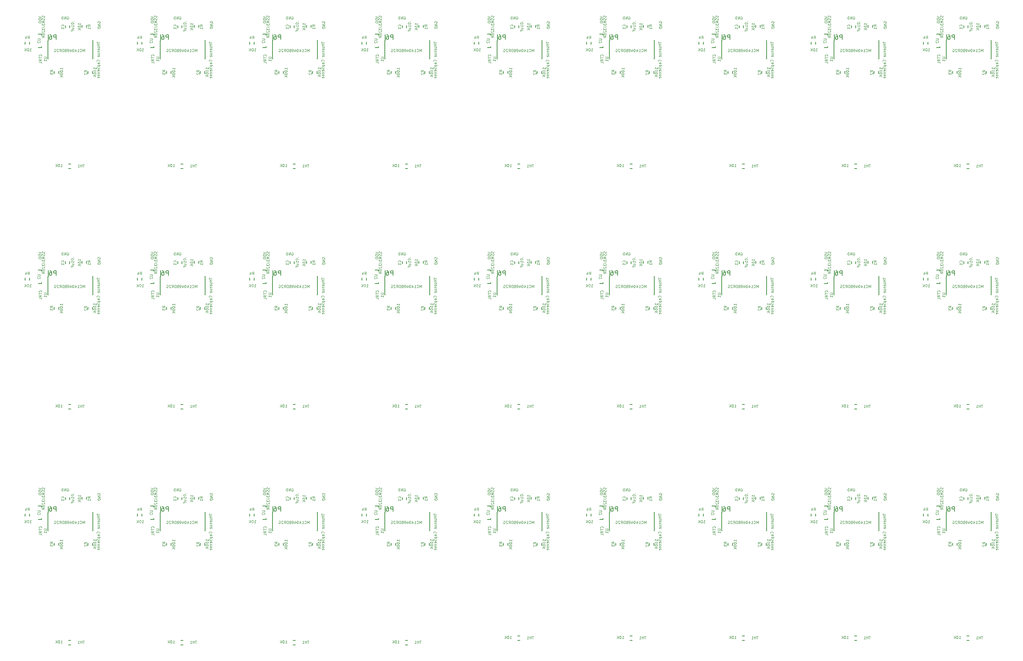
<source format=gbo>
G04 #@! TF.FileFunction,Legend,Bot*
%FSLAX46Y46*%
G04 Gerber Fmt 4.6, Leading zero omitted, Abs format (unit mm)*
G04 Created by KiCad (PCBNEW 4.0.3-stable) date 08/25/16 15:17:33*
%MOMM*%
%LPD*%
G01*
G04 APERTURE LIST*
%ADD10C,0.100000*%
%ADD11C,0.150000*%
%ADD12C,0.050000*%
G04 APERTURE END LIST*
D10*
D11*
X229097840Y-78550820D02*
X229097840Y-78599080D01*
X228396800Y-81349800D02*
X229097840Y-81349800D01*
X229097840Y-81349800D02*
X229097840Y-81100880D01*
X229097840Y-78550820D02*
X229097840Y-78350160D01*
X229097840Y-78350160D02*
X228396800Y-78350160D01*
X226458000Y-80133380D02*
X226458000Y-80633380D01*
X225408000Y-80633380D02*
X225408000Y-80133380D01*
X231981000Y-87191580D02*
X231981000Y-86691580D01*
X233031000Y-86691580D02*
X233031000Y-87191580D01*
X239611000Y-87191580D02*
X239611000Y-86691580D01*
X240661000Y-86691580D02*
X240661000Y-87191580D01*
X230581000Y-79786580D02*
X230686000Y-79786580D01*
X230581000Y-83936580D02*
X230686000Y-83936580D01*
X240731000Y-83936580D02*
X240626000Y-83936580D01*
X240731000Y-79786580D02*
X240626000Y-79786580D01*
X230581000Y-79786580D02*
X230581000Y-83936580D01*
X240731000Y-79786580D02*
X240731000Y-83936580D01*
X230686000Y-79786580D02*
X230686000Y-78411580D01*
X235708000Y-109745000D02*
X235208000Y-109745000D01*
X235208000Y-108695000D02*
X235708000Y-108695000D01*
X239331000Y-76321580D02*
X239331000Y-76821580D01*
X238281000Y-76821580D02*
X238281000Y-76321580D01*
X235511000Y-76401580D02*
X235511000Y-76901580D01*
X234561000Y-76901580D02*
X234561000Y-76401580D01*
X235511000Y-23069200D02*
X235511000Y-23569200D01*
X234561000Y-23569200D02*
X234561000Y-23069200D01*
X239331000Y-22989200D02*
X239331000Y-23489200D01*
X238281000Y-23489200D02*
X238281000Y-22989200D01*
X235708000Y-55389000D02*
X235208000Y-55389000D01*
X235208000Y-54339000D02*
X235708000Y-54339000D01*
X230581000Y-26454200D02*
X230686000Y-26454200D01*
X230581000Y-30604200D02*
X230686000Y-30604200D01*
X240731000Y-30604200D02*
X240626000Y-30604200D01*
X240731000Y-26454200D02*
X240626000Y-26454200D01*
X230581000Y-26454200D02*
X230581000Y-30604200D01*
X240731000Y-26454200D02*
X240731000Y-30604200D01*
X230686000Y-26454200D02*
X230686000Y-25079200D01*
X239611000Y-33859200D02*
X239611000Y-33359200D01*
X240661000Y-33359200D02*
X240661000Y-33859200D01*
X231981000Y-33859200D02*
X231981000Y-33359200D01*
X233031000Y-33359200D02*
X233031000Y-33859200D01*
X226458000Y-26801000D02*
X226458000Y-27301000D01*
X225408000Y-27301000D02*
X225408000Y-26801000D01*
X229097840Y-25218440D02*
X229097840Y-25266700D01*
X228396800Y-28017420D02*
X229097840Y-28017420D01*
X229097840Y-28017420D02*
X229097840Y-27768500D01*
X229097840Y-25218440D02*
X229097840Y-25017780D01*
X229097840Y-25017780D02*
X228396800Y-25017780D01*
X229097840Y-131898440D02*
X229097840Y-131946700D01*
X228396800Y-134697420D02*
X229097840Y-134697420D01*
X229097840Y-134697420D02*
X229097840Y-134448500D01*
X229097840Y-131898440D02*
X229097840Y-131697780D01*
X229097840Y-131697780D02*
X228396800Y-131697780D01*
X226458000Y-133481000D02*
X226458000Y-133981000D01*
X225408000Y-133981000D02*
X225408000Y-133481000D01*
X231981000Y-140539200D02*
X231981000Y-140039200D01*
X233031000Y-140039200D02*
X233031000Y-140539200D01*
X239611000Y-140539200D02*
X239611000Y-140039200D01*
X240661000Y-140039200D02*
X240661000Y-140539200D01*
X230581000Y-133134200D02*
X230686000Y-133134200D01*
X230581000Y-137284200D02*
X230686000Y-137284200D01*
X240731000Y-137284200D02*
X240626000Y-137284200D01*
X240731000Y-133134200D02*
X240626000Y-133134200D01*
X230581000Y-133134200D02*
X230581000Y-137284200D01*
X240731000Y-133134200D02*
X240731000Y-137284200D01*
X230686000Y-133134200D02*
X230686000Y-131759200D01*
X235708000Y-162069000D02*
X235208000Y-162069000D01*
X235208000Y-161019000D02*
X235708000Y-161019000D01*
X239331000Y-129669200D02*
X239331000Y-130169200D01*
X238281000Y-130169200D02*
X238281000Y-129669200D01*
X235511000Y-129749200D02*
X235511000Y-130249200D01*
X234561000Y-130249200D02*
X234561000Y-129749200D01*
X178297840Y-131898440D02*
X178297840Y-131946700D01*
X177596800Y-134697420D02*
X178297840Y-134697420D01*
X178297840Y-134697420D02*
X178297840Y-134448500D01*
X178297840Y-131898440D02*
X178297840Y-131697780D01*
X178297840Y-131697780D02*
X177596800Y-131697780D01*
X175658000Y-133481000D02*
X175658000Y-133981000D01*
X174608000Y-133981000D02*
X174608000Y-133481000D01*
X181181000Y-140539200D02*
X181181000Y-140039200D01*
X182231000Y-140039200D02*
X182231000Y-140539200D01*
X188811000Y-140539200D02*
X188811000Y-140039200D01*
X189861000Y-140039200D02*
X189861000Y-140539200D01*
X179781000Y-133134200D02*
X179886000Y-133134200D01*
X179781000Y-137284200D02*
X179886000Y-137284200D01*
X189931000Y-137284200D02*
X189826000Y-137284200D01*
X189931000Y-133134200D02*
X189826000Y-133134200D01*
X179781000Y-133134200D02*
X179781000Y-137284200D01*
X189931000Y-133134200D02*
X189931000Y-137284200D01*
X179886000Y-133134200D02*
X179886000Y-131759200D01*
X184908000Y-162069000D02*
X184408000Y-162069000D01*
X184408000Y-161019000D02*
X184908000Y-161019000D01*
X188531000Y-129669200D02*
X188531000Y-130169200D01*
X187481000Y-130169200D02*
X187481000Y-129669200D01*
X184711000Y-129749200D02*
X184711000Y-130249200D01*
X183761000Y-130249200D02*
X183761000Y-129749200D01*
X210111000Y-129749200D02*
X210111000Y-130249200D01*
X209161000Y-130249200D02*
X209161000Y-129749200D01*
X213931000Y-129669200D02*
X213931000Y-130169200D01*
X212881000Y-130169200D02*
X212881000Y-129669200D01*
X210308000Y-162069000D02*
X209808000Y-162069000D01*
X209808000Y-161019000D02*
X210308000Y-161019000D01*
X205181000Y-133134200D02*
X205286000Y-133134200D01*
X205181000Y-137284200D02*
X205286000Y-137284200D01*
X215331000Y-137284200D02*
X215226000Y-137284200D01*
X215331000Y-133134200D02*
X215226000Y-133134200D01*
X205181000Y-133134200D02*
X205181000Y-137284200D01*
X215331000Y-133134200D02*
X215331000Y-137284200D01*
X205286000Y-133134200D02*
X205286000Y-131759200D01*
X214211000Y-140539200D02*
X214211000Y-140039200D01*
X215261000Y-140039200D02*
X215261000Y-140539200D01*
X206581000Y-140539200D02*
X206581000Y-140039200D01*
X207631000Y-140039200D02*
X207631000Y-140539200D01*
X201058000Y-133481000D02*
X201058000Y-133981000D01*
X200008000Y-133981000D02*
X200008000Y-133481000D01*
X203697840Y-131898440D02*
X203697840Y-131946700D01*
X202996800Y-134697420D02*
X203697840Y-134697420D01*
X203697840Y-134697420D02*
X203697840Y-134448500D01*
X203697840Y-131898440D02*
X203697840Y-131697780D01*
X203697840Y-131697780D02*
X202996800Y-131697780D01*
X152897840Y-131898440D02*
X152897840Y-131946700D01*
X152196800Y-134697420D02*
X152897840Y-134697420D01*
X152897840Y-134697420D02*
X152897840Y-134448500D01*
X152897840Y-131898440D02*
X152897840Y-131697780D01*
X152897840Y-131697780D02*
X152196800Y-131697780D01*
X150258000Y-133481000D02*
X150258000Y-133981000D01*
X149208000Y-133981000D02*
X149208000Y-133481000D01*
X155781000Y-140539200D02*
X155781000Y-140039200D01*
X156831000Y-140039200D02*
X156831000Y-140539200D01*
X163411000Y-140539200D02*
X163411000Y-140039200D01*
X164461000Y-140039200D02*
X164461000Y-140539200D01*
X154381000Y-133134200D02*
X154486000Y-133134200D01*
X154381000Y-137284200D02*
X154486000Y-137284200D01*
X164531000Y-137284200D02*
X164426000Y-137284200D01*
X164531000Y-133134200D02*
X164426000Y-133134200D01*
X154381000Y-133134200D02*
X154381000Y-137284200D01*
X164531000Y-133134200D02*
X164531000Y-137284200D01*
X154486000Y-133134200D02*
X154486000Y-131759200D01*
X159508000Y-162069000D02*
X159008000Y-162069000D01*
X159008000Y-161019000D02*
X159508000Y-161019000D01*
X163131000Y-129669200D02*
X163131000Y-130169200D01*
X162081000Y-130169200D02*
X162081000Y-129669200D01*
X159311000Y-129749200D02*
X159311000Y-130249200D01*
X158361000Y-130249200D02*
X158361000Y-129749200D01*
X133911000Y-129749200D02*
X133911000Y-130249200D01*
X132961000Y-130249200D02*
X132961000Y-129749200D01*
X137731000Y-129669200D02*
X137731000Y-130169200D01*
X136681000Y-130169200D02*
X136681000Y-129669200D01*
X134108000Y-162069000D02*
X133608000Y-162069000D01*
X133608000Y-161019000D02*
X134108000Y-161019000D01*
X128981000Y-133134200D02*
X129086000Y-133134200D01*
X128981000Y-137284200D02*
X129086000Y-137284200D01*
X139131000Y-137284200D02*
X139026000Y-137284200D01*
X139131000Y-133134200D02*
X139026000Y-133134200D01*
X128981000Y-133134200D02*
X128981000Y-137284200D01*
X139131000Y-133134200D02*
X139131000Y-137284200D01*
X129086000Y-133134200D02*
X129086000Y-131759200D01*
X138011000Y-140539200D02*
X138011000Y-140039200D01*
X139061000Y-140039200D02*
X139061000Y-140539200D01*
X130381000Y-140539200D02*
X130381000Y-140039200D01*
X131431000Y-140039200D02*
X131431000Y-140539200D01*
X124858000Y-133481000D02*
X124858000Y-133981000D01*
X123808000Y-133981000D02*
X123808000Y-133481000D01*
X127497840Y-131898440D02*
X127497840Y-131946700D01*
X126796800Y-134697420D02*
X127497840Y-134697420D01*
X127497840Y-134697420D02*
X127497840Y-134448500D01*
X127497840Y-131898440D02*
X127497840Y-131697780D01*
X127497840Y-131697780D02*
X126796800Y-131697780D01*
X32311000Y-129741580D02*
X32311000Y-130241580D01*
X31361000Y-130241580D02*
X31361000Y-129741580D01*
X36131000Y-129661580D02*
X36131000Y-130161580D01*
X35081000Y-130161580D02*
X35081000Y-129661580D01*
X32508000Y-163085000D02*
X32008000Y-163085000D01*
X32008000Y-162035000D02*
X32508000Y-162035000D01*
X27381000Y-133126580D02*
X27486000Y-133126580D01*
X27381000Y-137276580D02*
X27486000Y-137276580D01*
X37531000Y-137276580D02*
X37426000Y-137276580D01*
X37531000Y-133126580D02*
X37426000Y-133126580D01*
X27381000Y-133126580D02*
X27381000Y-137276580D01*
X37531000Y-133126580D02*
X37531000Y-137276580D01*
X27486000Y-133126580D02*
X27486000Y-131751580D01*
X36411000Y-140531580D02*
X36411000Y-140031580D01*
X37461000Y-140031580D02*
X37461000Y-140531580D01*
X28781000Y-140531580D02*
X28781000Y-140031580D01*
X29831000Y-140031580D02*
X29831000Y-140531580D01*
X23258000Y-133473380D02*
X23258000Y-133973380D01*
X22208000Y-133973380D02*
X22208000Y-133473380D01*
X25897840Y-131890820D02*
X25897840Y-131939080D01*
X25196800Y-134689800D02*
X25897840Y-134689800D01*
X25897840Y-134689800D02*
X25897840Y-134440880D01*
X25897840Y-131890820D02*
X25897840Y-131690160D01*
X25897840Y-131690160D02*
X25196800Y-131690160D01*
X51297840Y-131890820D02*
X51297840Y-131939080D01*
X50596800Y-134689800D02*
X51297840Y-134689800D01*
X51297840Y-134689800D02*
X51297840Y-134440880D01*
X51297840Y-131890820D02*
X51297840Y-131690160D01*
X51297840Y-131690160D02*
X50596800Y-131690160D01*
X48658000Y-133473380D02*
X48658000Y-133973380D01*
X47608000Y-133973380D02*
X47608000Y-133473380D01*
X54181000Y-140531580D02*
X54181000Y-140031580D01*
X55231000Y-140031580D02*
X55231000Y-140531580D01*
X61811000Y-140531580D02*
X61811000Y-140031580D01*
X62861000Y-140031580D02*
X62861000Y-140531580D01*
X52781000Y-133126580D02*
X52886000Y-133126580D01*
X52781000Y-137276580D02*
X52886000Y-137276580D01*
X62931000Y-137276580D02*
X62826000Y-137276580D01*
X62931000Y-133126580D02*
X62826000Y-133126580D01*
X52781000Y-133126580D02*
X52781000Y-137276580D01*
X62931000Y-133126580D02*
X62931000Y-137276580D01*
X52886000Y-133126580D02*
X52886000Y-131751580D01*
X57908000Y-163085000D02*
X57408000Y-163085000D01*
X57408000Y-162035000D02*
X57908000Y-162035000D01*
X61531000Y-129661580D02*
X61531000Y-130161580D01*
X60481000Y-130161580D02*
X60481000Y-129661580D01*
X57711000Y-129741580D02*
X57711000Y-130241580D01*
X56761000Y-130241580D02*
X56761000Y-129741580D01*
X108511000Y-129741580D02*
X108511000Y-130241580D01*
X107561000Y-130241580D02*
X107561000Y-129741580D01*
X112331000Y-129661580D02*
X112331000Y-130161580D01*
X111281000Y-130161580D02*
X111281000Y-129661580D01*
X108708000Y-163085000D02*
X108208000Y-163085000D01*
X108208000Y-162035000D02*
X108708000Y-162035000D01*
X103581000Y-133126580D02*
X103686000Y-133126580D01*
X103581000Y-137276580D02*
X103686000Y-137276580D01*
X113731000Y-137276580D02*
X113626000Y-137276580D01*
X113731000Y-133126580D02*
X113626000Y-133126580D01*
X103581000Y-133126580D02*
X103581000Y-137276580D01*
X113731000Y-133126580D02*
X113731000Y-137276580D01*
X103686000Y-133126580D02*
X103686000Y-131751580D01*
X112611000Y-140531580D02*
X112611000Y-140031580D01*
X113661000Y-140031580D02*
X113661000Y-140531580D01*
X104981000Y-140531580D02*
X104981000Y-140031580D01*
X106031000Y-140031580D02*
X106031000Y-140531580D01*
X99458000Y-133473380D02*
X99458000Y-133973380D01*
X98408000Y-133973380D02*
X98408000Y-133473380D01*
X102097840Y-131890820D02*
X102097840Y-131939080D01*
X101396800Y-134689800D02*
X102097840Y-134689800D01*
X102097840Y-134689800D02*
X102097840Y-134440880D01*
X102097840Y-131890820D02*
X102097840Y-131690160D01*
X102097840Y-131690160D02*
X101396800Y-131690160D01*
X76697840Y-131890820D02*
X76697840Y-131939080D01*
X75996800Y-134689800D02*
X76697840Y-134689800D01*
X76697840Y-134689800D02*
X76697840Y-134440880D01*
X76697840Y-131890820D02*
X76697840Y-131690160D01*
X76697840Y-131690160D02*
X75996800Y-131690160D01*
X74058000Y-133473380D02*
X74058000Y-133973380D01*
X73008000Y-133973380D02*
X73008000Y-133473380D01*
X79581000Y-140531580D02*
X79581000Y-140031580D01*
X80631000Y-140031580D02*
X80631000Y-140531580D01*
X87211000Y-140531580D02*
X87211000Y-140031580D01*
X88261000Y-140031580D02*
X88261000Y-140531580D01*
X78181000Y-133126580D02*
X78286000Y-133126580D01*
X78181000Y-137276580D02*
X78286000Y-137276580D01*
X88331000Y-137276580D02*
X88226000Y-137276580D01*
X88331000Y-133126580D02*
X88226000Y-133126580D01*
X78181000Y-133126580D02*
X78181000Y-137276580D01*
X88331000Y-133126580D02*
X88331000Y-137276580D01*
X78286000Y-133126580D02*
X78286000Y-131751580D01*
X83308000Y-163085000D02*
X82808000Y-163085000D01*
X82808000Y-162035000D02*
X83308000Y-162035000D01*
X86931000Y-129661580D02*
X86931000Y-130161580D01*
X85881000Y-130161580D02*
X85881000Y-129661580D01*
X83111000Y-129741580D02*
X83111000Y-130241580D01*
X82161000Y-130241580D02*
X82161000Y-129741580D01*
X127497840Y-25218440D02*
X127497840Y-25266700D01*
X126796800Y-28017420D02*
X127497840Y-28017420D01*
X127497840Y-28017420D02*
X127497840Y-27768500D01*
X127497840Y-25218440D02*
X127497840Y-25017780D01*
X127497840Y-25017780D02*
X126796800Y-25017780D01*
X124858000Y-26801000D02*
X124858000Y-27301000D01*
X123808000Y-27301000D02*
X123808000Y-26801000D01*
X130381000Y-33859200D02*
X130381000Y-33359200D01*
X131431000Y-33359200D02*
X131431000Y-33859200D01*
X138011000Y-33859200D02*
X138011000Y-33359200D01*
X139061000Y-33359200D02*
X139061000Y-33859200D01*
X128981000Y-26454200D02*
X129086000Y-26454200D01*
X128981000Y-30604200D02*
X129086000Y-30604200D01*
X139131000Y-30604200D02*
X139026000Y-30604200D01*
X139131000Y-26454200D02*
X139026000Y-26454200D01*
X128981000Y-26454200D02*
X128981000Y-30604200D01*
X139131000Y-26454200D02*
X139131000Y-30604200D01*
X129086000Y-26454200D02*
X129086000Y-25079200D01*
X134108000Y-55389000D02*
X133608000Y-55389000D01*
X133608000Y-54339000D02*
X134108000Y-54339000D01*
X137731000Y-22989200D02*
X137731000Y-23489200D01*
X136681000Y-23489200D02*
X136681000Y-22989200D01*
X133911000Y-23069200D02*
X133911000Y-23569200D01*
X132961000Y-23569200D02*
X132961000Y-23069200D01*
X133911000Y-76401580D02*
X133911000Y-76901580D01*
X132961000Y-76901580D02*
X132961000Y-76401580D01*
X137731000Y-76321580D02*
X137731000Y-76821580D01*
X136681000Y-76821580D02*
X136681000Y-76321580D01*
X134108000Y-109745000D02*
X133608000Y-109745000D01*
X133608000Y-108695000D02*
X134108000Y-108695000D01*
X128981000Y-79786580D02*
X129086000Y-79786580D01*
X128981000Y-83936580D02*
X129086000Y-83936580D01*
X139131000Y-83936580D02*
X139026000Y-83936580D01*
X139131000Y-79786580D02*
X139026000Y-79786580D01*
X128981000Y-79786580D02*
X128981000Y-83936580D01*
X139131000Y-79786580D02*
X139131000Y-83936580D01*
X129086000Y-79786580D02*
X129086000Y-78411580D01*
X138011000Y-87191580D02*
X138011000Y-86691580D01*
X139061000Y-86691580D02*
X139061000Y-87191580D01*
X130381000Y-87191580D02*
X130381000Y-86691580D01*
X131431000Y-86691580D02*
X131431000Y-87191580D01*
X124858000Y-80133380D02*
X124858000Y-80633380D01*
X123808000Y-80633380D02*
X123808000Y-80133380D01*
X127497840Y-78550820D02*
X127497840Y-78599080D01*
X126796800Y-81349800D02*
X127497840Y-81349800D01*
X127497840Y-81349800D02*
X127497840Y-81100880D01*
X127497840Y-78550820D02*
X127497840Y-78350160D01*
X127497840Y-78350160D02*
X126796800Y-78350160D01*
X152897840Y-78550820D02*
X152897840Y-78599080D01*
X152196800Y-81349800D02*
X152897840Y-81349800D01*
X152897840Y-81349800D02*
X152897840Y-81100880D01*
X152897840Y-78550820D02*
X152897840Y-78350160D01*
X152897840Y-78350160D02*
X152196800Y-78350160D01*
X150258000Y-80133380D02*
X150258000Y-80633380D01*
X149208000Y-80633380D02*
X149208000Y-80133380D01*
X155781000Y-87191580D02*
X155781000Y-86691580D01*
X156831000Y-86691580D02*
X156831000Y-87191580D01*
X163411000Y-87191580D02*
X163411000Y-86691580D01*
X164461000Y-86691580D02*
X164461000Y-87191580D01*
X154381000Y-79786580D02*
X154486000Y-79786580D01*
X154381000Y-83936580D02*
X154486000Y-83936580D01*
X164531000Y-83936580D02*
X164426000Y-83936580D01*
X164531000Y-79786580D02*
X164426000Y-79786580D01*
X154381000Y-79786580D02*
X154381000Y-83936580D01*
X164531000Y-79786580D02*
X164531000Y-83936580D01*
X154486000Y-79786580D02*
X154486000Y-78411580D01*
X159508000Y-109745000D02*
X159008000Y-109745000D01*
X159008000Y-108695000D02*
X159508000Y-108695000D01*
X163131000Y-76321580D02*
X163131000Y-76821580D01*
X162081000Y-76821580D02*
X162081000Y-76321580D01*
X159311000Y-76401580D02*
X159311000Y-76901580D01*
X158361000Y-76901580D02*
X158361000Y-76401580D01*
X159311000Y-23069200D02*
X159311000Y-23569200D01*
X158361000Y-23569200D02*
X158361000Y-23069200D01*
X163131000Y-22989200D02*
X163131000Y-23489200D01*
X162081000Y-23489200D02*
X162081000Y-22989200D01*
X159508000Y-55389000D02*
X159008000Y-55389000D01*
X159008000Y-54339000D02*
X159508000Y-54339000D01*
X154381000Y-26454200D02*
X154486000Y-26454200D01*
X154381000Y-30604200D02*
X154486000Y-30604200D01*
X164531000Y-30604200D02*
X164426000Y-30604200D01*
X164531000Y-26454200D02*
X164426000Y-26454200D01*
X154381000Y-26454200D02*
X154381000Y-30604200D01*
X164531000Y-26454200D02*
X164531000Y-30604200D01*
X154486000Y-26454200D02*
X154486000Y-25079200D01*
X163411000Y-33859200D02*
X163411000Y-33359200D01*
X164461000Y-33359200D02*
X164461000Y-33859200D01*
X155781000Y-33859200D02*
X155781000Y-33359200D01*
X156831000Y-33359200D02*
X156831000Y-33859200D01*
X150258000Y-26801000D02*
X150258000Y-27301000D01*
X149208000Y-27301000D02*
X149208000Y-26801000D01*
X152897840Y-25218440D02*
X152897840Y-25266700D01*
X152196800Y-28017420D02*
X152897840Y-28017420D01*
X152897840Y-28017420D02*
X152897840Y-27768500D01*
X152897840Y-25218440D02*
X152897840Y-25017780D01*
X152897840Y-25017780D02*
X152196800Y-25017780D01*
X203697840Y-25218440D02*
X203697840Y-25266700D01*
X202996800Y-28017420D02*
X203697840Y-28017420D01*
X203697840Y-28017420D02*
X203697840Y-27768500D01*
X203697840Y-25218440D02*
X203697840Y-25017780D01*
X203697840Y-25017780D02*
X202996800Y-25017780D01*
X201058000Y-26801000D02*
X201058000Y-27301000D01*
X200008000Y-27301000D02*
X200008000Y-26801000D01*
X206581000Y-33859200D02*
X206581000Y-33359200D01*
X207631000Y-33359200D02*
X207631000Y-33859200D01*
X214211000Y-33859200D02*
X214211000Y-33359200D01*
X215261000Y-33359200D02*
X215261000Y-33859200D01*
X205181000Y-26454200D02*
X205286000Y-26454200D01*
X205181000Y-30604200D02*
X205286000Y-30604200D01*
X215331000Y-30604200D02*
X215226000Y-30604200D01*
X215331000Y-26454200D02*
X215226000Y-26454200D01*
X205181000Y-26454200D02*
X205181000Y-30604200D01*
X215331000Y-26454200D02*
X215331000Y-30604200D01*
X205286000Y-26454200D02*
X205286000Y-25079200D01*
X210308000Y-55389000D02*
X209808000Y-55389000D01*
X209808000Y-54339000D02*
X210308000Y-54339000D01*
X213931000Y-22989200D02*
X213931000Y-23489200D01*
X212881000Y-23489200D02*
X212881000Y-22989200D01*
X210111000Y-23069200D02*
X210111000Y-23569200D01*
X209161000Y-23569200D02*
X209161000Y-23069200D01*
X210111000Y-76401580D02*
X210111000Y-76901580D01*
X209161000Y-76901580D02*
X209161000Y-76401580D01*
X213931000Y-76321580D02*
X213931000Y-76821580D01*
X212881000Y-76821580D02*
X212881000Y-76321580D01*
X210308000Y-109745000D02*
X209808000Y-109745000D01*
X209808000Y-108695000D02*
X210308000Y-108695000D01*
X205181000Y-79786580D02*
X205286000Y-79786580D01*
X205181000Y-83936580D02*
X205286000Y-83936580D01*
X215331000Y-83936580D02*
X215226000Y-83936580D01*
X215331000Y-79786580D02*
X215226000Y-79786580D01*
X205181000Y-79786580D02*
X205181000Y-83936580D01*
X215331000Y-79786580D02*
X215331000Y-83936580D01*
X205286000Y-79786580D02*
X205286000Y-78411580D01*
X214211000Y-87191580D02*
X214211000Y-86691580D01*
X215261000Y-86691580D02*
X215261000Y-87191580D01*
X206581000Y-87191580D02*
X206581000Y-86691580D01*
X207631000Y-86691580D02*
X207631000Y-87191580D01*
X201058000Y-80133380D02*
X201058000Y-80633380D01*
X200008000Y-80633380D02*
X200008000Y-80133380D01*
X203697840Y-78550820D02*
X203697840Y-78599080D01*
X202996800Y-81349800D02*
X203697840Y-81349800D01*
X203697840Y-81349800D02*
X203697840Y-81100880D01*
X203697840Y-78550820D02*
X203697840Y-78350160D01*
X203697840Y-78350160D02*
X202996800Y-78350160D01*
X178297840Y-78550820D02*
X178297840Y-78599080D01*
X177596800Y-81349800D02*
X178297840Y-81349800D01*
X178297840Y-81349800D02*
X178297840Y-81100880D01*
X178297840Y-78550820D02*
X178297840Y-78350160D01*
X178297840Y-78350160D02*
X177596800Y-78350160D01*
X175658000Y-80133380D02*
X175658000Y-80633380D01*
X174608000Y-80633380D02*
X174608000Y-80133380D01*
X181181000Y-87191580D02*
X181181000Y-86691580D01*
X182231000Y-86691580D02*
X182231000Y-87191580D01*
X188811000Y-87191580D02*
X188811000Y-86691580D01*
X189861000Y-86691580D02*
X189861000Y-87191580D01*
X179781000Y-79786580D02*
X179886000Y-79786580D01*
X179781000Y-83936580D02*
X179886000Y-83936580D01*
X189931000Y-83936580D02*
X189826000Y-83936580D01*
X189931000Y-79786580D02*
X189826000Y-79786580D01*
X179781000Y-79786580D02*
X179781000Y-83936580D01*
X189931000Y-79786580D02*
X189931000Y-83936580D01*
X179886000Y-79786580D02*
X179886000Y-78411580D01*
X184908000Y-109745000D02*
X184408000Y-109745000D01*
X184408000Y-108695000D02*
X184908000Y-108695000D01*
X188531000Y-76321580D02*
X188531000Y-76821580D01*
X187481000Y-76821580D02*
X187481000Y-76321580D01*
X184711000Y-76401580D02*
X184711000Y-76901580D01*
X183761000Y-76901580D02*
X183761000Y-76401580D01*
X184711000Y-23069200D02*
X184711000Y-23569200D01*
X183761000Y-23569200D02*
X183761000Y-23069200D01*
X188531000Y-22989200D02*
X188531000Y-23489200D01*
X187481000Y-23489200D02*
X187481000Y-22989200D01*
X184908000Y-55389000D02*
X184408000Y-55389000D01*
X184408000Y-54339000D02*
X184908000Y-54339000D01*
X179781000Y-26454200D02*
X179886000Y-26454200D01*
X179781000Y-30604200D02*
X179886000Y-30604200D01*
X189931000Y-30604200D02*
X189826000Y-30604200D01*
X189931000Y-26454200D02*
X189826000Y-26454200D01*
X179781000Y-26454200D02*
X179781000Y-30604200D01*
X189931000Y-26454200D02*
X189931000Y-30604200D01*
X179886000Y-26454200D02*
X179886000Y-25079200D01*
X188811000Y-33859200D02*
X188811000Y-33359200D01*
X189861000Y-33359200D02*
X189861000Y-33859200D01*
X181181000Y-33859200D02*
X181181000Y-33359200D01*
X182231000Y-33359200D02*
X182231000Y-33859200D01*
X175658000Y-26801000D02*
X175658000Y-27301000D01*
X174608000Y-27301000D02*
X174608000Y-26801000D01*
X178297840Y-25218440D02*
X178297840Y-25266700D01*
X177596800Y-28017420D02*
X178297840Y-28017420D01*
X178297840Y-28017420D02*
X178297840Y-27768500D01*
X178297840Y-25218440D02*
X178297840Y-25017780D01*
X178297840Y-25017780D02*
X177596800Y-25017780D01*
X76697840Y-25218440D02*
X76697840Y-25266700D01*
X75996800Y-28017420D02*
X76697840Y-28017420D01*
X76697840Y-28017420D02*
X76697840Y-27768500D01*
X76697840Y-25218440D02*
X76697840Y-25017780D01*
X76697840Y-25017780D02*
X75996800Y-25017780D01*
X74058000Y-26801000D02*
X74058000Y-27301000D01*
X73008000Y-27301000D02*
X73008000Y-26801000D01*
X79581000Y-33859200D02*
X79581000Y-33359200D01*
X80631000Y-33359200D02*
X80631000Y-33859200D01*
X87211000Y-33859200D02*
X87211000Y-33359200D01*
X88261000Y-33359200D02*
X88261000Y-33859200D01*
X78181000Y-26454200D02*
X78286000Y-26454200D01*
X78181000Y-30604200D02*
X78286000Y-30604200D01*
X88331000Y-30604200D02*
X88226000Y-30604200D01*
X88331000Y-26454200D02*
X88226000Y-26454200D01*
X78181000Y-26454200D02*
X78181000Y-30604200D01*
X88331000Y-26454200D02*
X88331000Y-30604200D01*
X78286000Y-26454200D02*
X78286000Y-25079200D01*
X83308000Y-55389000D02*
X82808000Y-55389000D01*
X82808000Y-54339000D02*
X83308000Y-54339000D01*
X86931000Y-22989200D02*
X86931000Y-23489200D01*
X85881000Y-23489200D02*
X85881000Y-22989200D01*
X83111000Y-23069200D02*
X83111000Y-23569200D01*
X82161000Y-23569200D02*
X82161000Y-23069200D01*
X83111000Y-76401580D02*
X83111000Y-76901580D01*
X82161000Y-76901580D02*
X82161000Y-76401580D01*
X86931000Y-76321580D02*
X86931000Y-76821580D01*
X85881000Y-76821580D02*
X85881000Y-76321580D01*
X83308000Y-109745000D02*
X82808000Y-109745000D01*
X82808000Y-108695000D02*
X83308000Y-108695000D01*
X78181000Y-79786580D02*
X78286000Y-79786580D01*
X78181000Y-83936580D02*
X78286000Y-83936580D01*
X88331000Y-83936580D02*
X88226000Y-83936580D01*
X88331000Y-79786580D02*
X88226000Y-79786580D01*
X78181000Y-79786580D02*
X78181000Y-83936580D01*
X88331000Y-79786580D02*
X88331000Y-83936580D01*
X78286000Y-79786580D02*
X78286000Y-78411580D01*
X87211000Y-87191580D02*
X87211000Y-86691580D01*
X88261000Y-86691580D02*
X88261000Y-87191580D01*
X79581000Y-87191580D02*
X79581000Y-86691580D01*
X80631000Y-86691580D02*
X80631000Y-87191580D01*
X74058000Y-80133380D02*
X74058000Y-80633380D01*
X73008000Y-80633380D02*
X73008000Y-80133380D01*
X76697840Y-78550820D02*
X76697840Y-78599080D01*
X75996800Y-81349800D02*
X76697840Y-81349800D01*
X76697840Y-81349800D02*
X76697840Y-81100880D01*
X76697840Y-78550820D02*
X76697840Y-78350160D01*
X76697840Y-78350160D02*
X75996800Y-78350160D01*
X102097840Y-78550820D02*
X102097840Y-78599080D01*
X101396800Y-81349800D02*
X102097840Y-81349800D01*
X102097840Y-81349800D02*
X102097840Y-81100880D01*
X102097840Y-78550820D02*
X102097840Y-78350160D01*
X102097840Y-78350160D02*
X101396800Y-78350160D01*
X99458000Y-80133380D02*
X99458000Y-80633380D01*
X98408000Y-80633380D02*
X98408000Y-80133380D01*
X104981000Y-87191580D02*
X104981000Y-86691580D01*
X106031000Y-86691580D02*
X106031000Y-87191580D01*
X112611000Y-87191580D02*
X112611000Y-86691580D01*
X113661000Y-86691580D02*
X113661000Y-87191580D01*
X103581000Y-79786580D02*
X103686000Y-79786580D01*
X103581000Y-83936580D02*
X103686000Y-83936580D01*
X113731000Y-83936580D02*
X113626000Y-83936580D01*
X113731000Y-79786580D02*
X113626000Y-79786580D01*
X103581000Y-79786580D02*
X103581000Y-83936580D01*
X113731000Y-79786580D02*
X113731000Y-83936580D01*
X103686000Y-79786580D02*
X103686000Y-78411580D01*
X108708000Y-109745000D02*
X108208000Y-109745000D01*
X108208000Y-108695000D02*
X108708000Y-108695000D01*
X112331000Y-76321580D02*
X112331000Y-76821580D01*
X111281000Y-76821580D02*
X111281000Y-76321580D01*
X108511000Y-76401580D02*
X108511000Y-76901580D01*
X107561000Y-76901580D02*
X107561000Y-76401580D01*
X108511000Y-23069200D02*
X108511000Y-23569200D01*
X107561000Y-23569200D02*
X107561000Y-23069200D01*
X112331000Y-22989200D02*
X112331000Y-23489200D01*
X111281000Y-23489200D02*
X111281000Y-22989200D01*
X108708000Y-55389000D02*
X108208000Y-55389000D01*
X108208000Y-54339000D02*
X108708000Y-54339000D01*
X103581000Y-26454200D02*
X103686000Y-26454200D01*
X103581000Y-30604200D02*
X103686000Y-30604200D01*
X113731000Y-30604200D02*
X113626000Y-30604200D01*
X113731000Y-26454200D02*
X113626000Y-26454200D01*
X103581000Y-26454200D02*
X103581000Y-30604200D01*
X113731000Y-26454200D02*
X113731000Y-30604200D01*
X103686000Y-26454200D02*
X103686000Y-25079200D01*
X112611000Y-33859200D02*
X112611000Y-33359200D01*
X113661000Y-33359200D02*
X113661000Y-33859200D01*
X104981000Y-33859200D02*
X104981000Y-33359200D01*
X106031000Y-33359200D02*
X106031000Y-33859200D01*
X99458000Y-26801000D02*
X99458000Y-27301000D01*
X98408000Y-27301000D02*
X98408000Y-26801000D01*
X102097840Y-25218440D02*
X102097840Y-25266700D01*
X101396800Y-28017420D02*
X102097840Y-28017420D01*
X102097840Y-28017420D02*
X102097840Y-27768500D01*
X102097840Y-25218440D02*
X102097840Y-25017780D01*
X102097840Y-25017780D02*
X101396800Y-25017780D01*
X51297840Y-25218440D02*
X51297840Y-25266700D01*
X50596800Y-28017420D02*
X51297840Y-28017420D01*
X51297840Y-28017420D02*
X51297840Y-27768500D01*
X51297840Y-25218440D02*
X51297840Y-25017780D01*
X51297840Y-25017780D02*
X50596800Y-25017780D01*
X48658000Y-26801000D02*
X48658000Y-27301000D01*
X47608000Y-27301000D02*
X47608000Y-26801000D01*
X54181000Y-33859200D02*
X54181000Y-33359200D01*
X55231000Y-33359200D02*
X55231000Y-33859200D01*
X61811000Y-33859200D02*
X61811000Y-33359200D01*
X62861000Y-33359200D02*
X62861000Y-33859200D01*
X52781000Y-26454200D02*
X52886000Y-26454200D01*
X52781000Y-30604200D02*
X52886000Y-30604200D01*
X62931000Y-30604200D02*
X62826000Y-30604200D01*
X62931000Y-26454200D02*
X62826000Y-26454200D01*
X52781000Y-26454200D02*
X52781000Y-30604200D01*
X62931000Y-26454200D02*
X62931000Y-30604200D01*
X52886000Y-26454200D02*
X52886000Y-25079200D01*
X57908000Y-55389000D02*
X57408000Y-55389000D01*
X57408000Y-54339000D02*
X57908000Y-54339000D01*
X61531000Y-22989200D02*
X61531000Y-23489200D01*
X60481000Y-23489200D02*
X60481000Y-22989200D01*
X57711000Y-23069200D02*
X57711000Y-23569200D01*
X56761000Y-23569200D02*
X56761000Y-23069200D01*
X57711000Y-76401580D02*
X57711000Y-76901580D01*
X56761000Y-76901580D02*
X56761000Y-76401580D01*
X61531000Y-76321580D02*
X61531000Y-76821580D01*
X60481000Y-76821580D02*
X60481000Y-76321580D01*
X57908000Y-109745000D02*
X57408000Y-109745000D01*
X57408000Y-108695000D02*
X57908000Y-108695000D01*
X52781000Y-79786580D02*
X52886000Y-79786580D01*
X52781000Y-83936580D02*
X52886000Y-83936580D01*
X62931000Y-83936580D02*
X62826000Y-83936580D01*
X62931000Y-79786580D02*
X62826000Y-79786580D01*
X52781000Y-79786580D02*
X52781000Y-83936580D01*
X62931000Y-79786580D02*
X62931000Y-83936580D01*
X52886000Y-79786580D02*
X52886000Y-78411580D01*
X61811000Y-87191580D02*
X61811000Y-86691580D01*
X62861000Y-86691580D02*
X62861000Y-87191580D01*
X54181000Y-87191580D02*
X54181000Y-86691580D01*
X55231000Y-86691580D02*
X55231000Y-87191580D01*
X48658000Y-80133380D02*
X48658000Y-80633380D01*
X47608000Y-80633380D02*
X47608000Y-80133380D01*
X51297840Y-78550820D02*
X51297840Y-78599080D01*
X50596800Y-81349800D02*
X51297840Y-81349800D01*
X51297840Y-81349800D02*
X51297840Y-81100880D01*
X51297840Y-78550820D02*
X51297840Y-78350160D01*
X51297840Y-78350160D02*
X50596800Y-78350160D01*
X25897840Y-78550820D02*
X25897840Y-78599080D01*
X25196800Y-81349800D02*
X25897840Y-81349800D01*
X25897840Y-81349800D02*
X25897840Y-81100880D01*
X25897840Y-78550820D02*
X25897840Y-78350160D01*
X25897840Y-78350160D02*
X25196800Y-78350160D01*
X23258000Y-80133380D02*
X23258000Y-80633380D01*
X22208000Y-80633380D02*
X22208000Y-80133380D01*
X28781000Y-87191580D02*
X28781000Y-86691580D01*
X29831000Y-86691580D02*
X29831000Y-87191580D01*
X36411000Y-87191580D02*
X36411000Y-86691580D01*
X37461000Y-86691580D02*
X37461000Y-87191580D01*
X27381000Y-79786580D02*
X27486000Y-79786580D01*
X27381000Y-83936580D02*
X27486000Y-83936580D01*
X37531000Y-83936580D02*
X37426000Y-83936580D01*
X37531000Y-79786580D02*
X37426000Y-79786580D01*
X27381000Y-79786580D02*
X27381000Y-83936580D01*
X37531000Y-79786580D02*
X37531000Y-83936580D01*
X27486000Y-79786580D02*
X27486000Y-78411580D01*
X32508000Y-109745000D02*
X32008000Y-109745000D01*
X32008000Y-108695000D02*
X32508000Y-108695000D01*
X36131000Y-76321580D02*
X36131000Y-76821580D01*
X35081000Y-76821580D02*
X35081000Y-76321580D01*
X32311000Y-76401580D02*
X32311000Y-76901580D01*
X31361000Y-76901580D02*
X31361000Y-76401580D01*
X32311000Y-23069200D02*
X32311000Y-23569200D01*
X31361000Y-23569200D02*
X31361000Y-23069200D01*
X36131000Y-22989200D02*
X36131000Y-23489200D01*
X35081000Y-23489200D02*
X35081000Y-22989200D01*
X32508000Y-55389000D02*
X32008000Y-55389000D01*
X32008000Y-54339000D02*
X32508000Y-54339000D01*
X27381000Y-26454200D02*
X27486000Y-26454200D01*
X27381000Y-30604200D02*
X27486000Y-30604200D01*
X37531000Y-30604200D02*
X37426000Y-30604200D01*
X37531000Y-26454200D02*
X37426000Y-26454200D01*
X27381000Y-26454200D02*
X27381000Y-30604200D01*
X37531000Y-26454200D02*
X37531000Y-30604200D01*
X27486000Y-26454200D02*
X27486000Y-25079200D01*
X36411000Y-33859200D02*
X36411000Y-33359200D01*
X37461000Y-33359200D02*
X37461000Y-33859200D01*
X28781000Y-33859200D02*
X28781000Y-33359200D01*
X29831000Y-33359200D02*
X29831000Y-33859200D01*
X23258000Y-26801000D02*
X23258000Y-27301000D01*
X22208000Y-27301000D02*
X22208000Y-26801000D01*
X25897840Y-25218440D02*
X25897840Y-25266700D01*
X25196800Y-28017420D02*
X25897840Y-28017420D01*
X25897840Y-28017420D02*
X25897840Y-27768500D01*
X25897840Y-25218440D02*
X25897840Y-25017780D01*
X25897840Y-25017780D02*
X25196800Y-25017780D01*
X232411495Y-79492361D02*
X232411495Y-78492361D01*
X232030542Y-78492361D01*
X231935304Y-78539980D01*
X231887685Y-78587599D01*
X231840066Y-78682837D01*
X231840066Y-78825694D01*
X231887685Y-78920932D01*
X231935304Y-78968551D01*
X232030542Y-79016170D01*
X232411495Y-79016170D01*
X230982923Y-78492361D02*
X231173400Y-78492361D01*
X231268638Y-78539980D01*
X231316257Y-78587599D01*
X231411495Y-78730456D01*
X231459114Y-78920932D01*
X231459114Y-79301885D01*
X231411495Y-79397123D01*
X231363876Y-79444742D01*
X231268638Y-79492361D01*
X231078161Y-79492361D01*
X230982923Y-79444742D01*
X230935304Y-79397123D01*
X230887685Y-79301885D01*
X230887685Y-79063790D01*
X230935304Y-78968551D01*
X230982923Y-78920932D01*
X231078161Y-78873313D01*
X231268638Y-78873313D01*
X231363876Y-78920932D01*
X231411495Y-78968551D01*
X231459114Y-79063790D01*
D12*
X234899142Y-74393780D02*
X234956285Y-74365209D01*
X235041999Y-74365209D01*
X235127714Y-74393780D01*
X235184856Y-74450923D01*
X235213428Y-74508066D01*
X235241999Y-74622351D01*
X235241999Y-74708066D01*
X235213428Y-74822351D01*
X235184856Y-74879494D01*
X235127714Y-74936637D01*
X235041999Y-74965209D01*
X234984856Y-74965209D01*
X234899142Y-74936637D01*
X234870571Y-74908066D01*
X234870571Y-74708066D01*
X234984856Y-74708066D01*
X234613428Y-74965209D02*
X234613428Y-74365209D01*
X234270571Y-74965209D01*
X234270571Y-74365209D01*
X233984857Y-74965209D02*
X233984857Y-74365209D01*
X233842000Y-74365209D01*
X233756285Y-74393780D01*
X233699143Y-74450923D01*
X233670571Y-74508066D01*
X233642000Y-74622351D01*
X233642000Y-74708066D01*
X233670571Y-74822351D01*
X233699143Y-74879494D01*
X233756285Y-74936637D01*
X233842000Y-74965209D01*
X233984857Y-74965209D01*
X229103846Y-83343506D02*
X229132417Y-83314935D01*
X229160989Y-83229221D01*
X229160989Y-83172078D01*
X229132417Y-83086363D01*
X229075274Y-83029221D01*
X229018131Y-83000649D01*
X228903846Y-82972078D01*
X228818131Y-82972078D01*
X228703846Y-83000649D01*
X228646703Y-83029221D01*
X228589560Y-83086363D01*
X228560989Y-83172078D01*
X228560989Y-83229221D01*
X228589560Y-83314935D01*
X228618131Y-83343506D01*
X228560989Y-83514935D02*
X228560989Y-83857792D01*
X229160989Y-83686363D02*
X228560989Y-83686363D01*
X229160989Y-84400649D02*
X228875274Y-84200649D01*
X229160989Y-84057792D02*
X228560989Y-84057792D01*
X228560989Y-84286364D01*
X228589560Y-84343506D01*
X228618131Y-84372078D01*
X228675274Y-84400649D01*
X228760989Y-84400649D01*
X228818131Y-84372078D01*
X228846703Y-84343506D01*
X228875274Y-84286364D01*
X228875274Y-84057792D01*
X229160989Y-84943506D02*
X229160989Y-84657792D01*
X228560989Y-84657792D01*
X242164526Y-84518391D02*
X242193097Y-84489820D01*
X242221669Y-84404106D01*
X242221669Y-84346963D01*
X242193097Y-84261248D01*
X242135954Y-84204106D01*
X242078811Y-84175534D01*
X241964526Y-84146963D01*
X241878811Y-84146963D01*
X241764526Y-84175534D01*
X241707383Y-84204106D01*
X241650240Y-84261248D01*
X241621669Y-84346963D01*
X241621669Y-84404106D01*
X241650240Y-84489820D01*
X241678811Y-84518391D01*
X242221669Y-85032677D02*
X241907383Y-85032677D01*
X241850240Y-85004106D01*
X241821669Y-84946963D01*
X241821669Y-84832677D01*
X241850240Y-84775534D01*
X242193097Y-85032677D02*
X242221669Y-84975534D01*
X242221669Y-84832677D01*
X242193097Y-84775534D01*
X242135954Y-84746963D01*
X242078811Y-84746963D01*
X242021669Y-84775534D01*
X241993097Y-84832677D01*
X241993097Y-84975534D01*
X241964526Y-85032677D01*
X241821669Y-85318391D02*
X242421669Y-85318391D01*
X241850240Y-85318391D02*
X241821669Y-85375534D01*
X241821669Y-85489820D01*
X241850240Y-85546963D01*
X241878811Y-85575534D01*
X241935954Y-85604105D01*
X242107383Y-85604105D01*
X242164526Y-85575534D01*
X242193097Y-85546963D01*
X242221669Y-85489820D01*
X242221669Y-85375534D01*
X242193097Y-85318391D01*
X242193097Y-85832677D02*
X242221669Y-85918391D01*
X242221669Y-86061248D01*
X242193097Y-86118391D01*
X242164526Y-86146962D01*
X242107383Y-86175534D01*
X242050240Y-86175534D01*
X241993097Y-86146962D01*
X241964526Y-86118391D01*
X241935954Y-86061248D01*
X241907383Y-85946962D01*
X241878811Y-85889820D01*
X241850240Y-85861248D01*
X241793097Y-85832677D01*
X241735954Y-85832677D01*
X241678811Y-85861248D01*
X241650240Y-85889820D01*
X241621669Y-85946962D01*
X241621669Y-86089820D01*
X241650240Y-86175534D01*
X242193097Y-86661249D02*
X242221669Y-86604106D01*
X242221669Y-86489820D01*
X242193097Y-86432677D01*
X242135954Y-86404106D01*
X241907383Y-86404106D01*
X241850240Y-86432677D01*
X241821669Y-86489820D01*
X241821669Y-86604106D01*
X241850240Y-86661249D01*
X241907383Y-86689820D01*
X241964526Y-86689820D01*
X242021669Y-86404106D01*
X241821669Y-86946963D02*
X242221669Y-86946963D01*
X241878811Y-86946963D02*
X241850240Y-86975535D01*
X241821669Y-87032677D01*
X241821669Y-87118392D01*
X241850240Y-87175535D01*
X241907383Y-87204106D01*
X242221669Y-87204106D01*
X242193097Y-87461249D02*
X242221669Y-87518392D01*
X242221669Y-87632677D01*
X242193097Y-87689820D01*
X242135954Y-87718392D01*
X242107383Y-87718392D01*
X242050240Y-87689820D01*
X242021669Y-87632677D01*
X242021669Y-87546963D01*
X241993097Y-87489820D01*
X241935954Y-87461249D01*
X241907383Y-87461249D01*
X241850240Y-87489820D01*
X241821669Y-87546963D01*
X241821669Y-87632677D01*
X241850240Y-87689820D01*
X242193097Y-88204106D02*
X242221669Y-88146963D01*
X242221669Y-88032677D01*
X242193097Y-87975534D01*
X242135954Y-87946963D01*
X241907383Y-87946963D01*
X241850240Y-87975534D01*
X241821669Y-88032677D01*
X241821669Y-88146963D01*
X241850240Y-88204106D01*
X241907383Y-88232677D01*
X241964526Y-88232677D01*
X242021669Y-87946963D01*
X241833120Y-75796198D02*
X241804549Y-75739055D01*
X241804549Y-75653341D01*
X241833120Y-75567626D01*
X241890263Y-75510484D01*
X241947406Y-75481912D01*
X242061691Y-75453341D01*
X242147406Y-75453341D01*
X242261691Y-75481912D01*
X242318834Y-75510484D01*
X242375977Y-75567626D01*
X242404549Y-75653341D01*
X242404549Y-75710484D01*
X242375977Y-75796198D01*
X242347406Y-75824769D01*
X242147406Y-75824769D01*
X242147406Y-75710484D01*
X242404549Y-76081912D02*
X241804549Y-76081912D01*
X242404549Y-76424769D01*
X241804549Y-76424769D01*
X242404549Y-76710483D02*
X241804549Y-76710483D01*
X241804549Y-76853340D01*
X241833120Y-76939055D01*
X241890263Y-76996197D01*
X241947406Y-77024769D01*
X242061691Y-77053340D01*
X242147406Y-77053340D01*
X242261691Y-77024769D01*
X242318834Y-76996197D01*
X242375977Y-76939055D01*
X242404549Y-76853340D01*
X242404549Y-76710483D01*
X228423829Y-74274780D02*
X229023829Y-74474780D01*
X228423829Y-74674780D01*
X229023829Y-74874780D02*
X228423829Y-74874780D01*
X228423829Y-75017637D01*
X228452400Y-75103352D01*
X228509543Y-75160494D01*
X228566686Y-75189066D01*
X228680971Y-75217637D01*
X228766686Y-75217637D01*
X228880971Y-75189066D01*
X228938114Y-75160494D01*
X228995257Y-75103352D01*
X229023829Y-75017637D01*
X229023829Y-74874780D01*
X229023829Y-75474780D02*
X228423829Y-75474780D01*
X228423829Y-75617637D01*
X228452400Y-75703352D01*
X228509543Y-75760494D01*
X228566686Y-75789066D01*
X228680971Y-75817637D01*
X228766686Y-75817637D01*
X228880971Y-75789066D01*
X228938114Y-75760494D01*
X228995257Y-75703352D01*
X229023829Y-75617637D01*
X229023829Y-75474780D01*
X241652149Y-79982598D02*
X241652149Y-80325455D01*
X242252149Y-80154026D02*
X241652149Y-80154026D01*
X242252149Y-80525455D02*
X241652149Y-80525455D01*
X241937863Y-80525455D02*
X241937863Y-80868312D01*
X242252149Y-80868312D02*
X241652149Y-80868312D01*
X242223577Y-81125455D02*
X242252149Y-81182598D01*
X242252149Y-81296883D01*
X242223577Y-81354026D01*
X242166434Y-81382598D01*
X242137863Y-81382598D01*
X242080720Y-81354026D01*
X242052149Y-81296883D01*
X242052149Y-81211169D01*
X242023577Y-81154026D01*
X241966434Y-81125455D01*
X241937863Y-81125455D01*
X241880720Y-81154026D01*
X241852149Y-81211169D01*
X241852149Y-81296883D01*
X241880720Y-81354026D01*
X242223577Y-81868312D02*
X242252149Y-81811169D01*
X242252149Y-81696883D01*
X242223577Y-81639740D01*
X242166434Y-81611169D01*
X241937863Y-81611169D01*
X241880720Y-81639740D01*
X241852149Y-81696883D01*
X241852149Y-81811169D01*
X241880720Y-81868312D01*
X241937863Y-81896883D01*
X241995006Y-81896883D01*
X242052149Y-81611169D01*
X241852149Y-82154026D02*
X242252149Y-82154026D01*
X241909291Y-82154026D02*
X241880720Y-82182598D01*
X241852149Y-82239740D01*
X241852149Y-82325455D01*
X241880720Y-82382598D01*
X241937863Y-82411169D01*
X242252149Y-82411169D01*
X242223577Y-82668312D02*
X242252149Y-82725455D01*
X242252149Y-82839740D01*
X242223577Y-82896883D01*
X242166434Y-82925455D01*
X242137863Y-82925455D01*
X242080720Y-82896883D01*
X242052149Y-82839740D01*
X242052149Y-82754026D01*
X242023577Y-82696883D01*
X241966434Y-82668312D01*
X241937863Y-82668312D01*
X241880720Y-82696883D01*
X241852149Y-82754026D01*
X241852149Y-82839740D01*
X241880720Y-82896883D01*
X242223577Y-83411169D02*
X242252149Y-83354026D01*
X242252149Y-83239740D01*
X242223577Y-83182597D01*
X242166434Y-83154026D01*
X241937863Y-83154026D01*
X241880720Y-83182597D01*
X241852149Y-83239740D01*
X241852149Y-83354026D01*
X241880720Y-83411169D01*
X241937863Y-83439740D01*
X241995006Y-83439740D01*
X242052149Y-83154026D01*
X228220629Y-79342037D02*
X228706343Y-79342037D01*
X228763486Y-79370609D01*
X228792057Y-79399180D01*
X228820629Y-79456323D01*
X228820629Y-79570609D01*
X228792057Y-79627751D01*
X228763486Y-79656323D01*
X228706343Y-79684894D01*
X228220629Y-79684894D01*
X228277771Y-79942037D02*
X228249200Y-79970608D01*
X228220629Y-80027751D01*
X228220629Y-80170608D01*
X228249200Y-80227751D01*
X228277771Y-80256322D01*
X228334914Y-80284894D01*
X228392057Y-80284894D01*
X228477771Y-80256322D01*
X228820629Y-79913465D01*
X228820629Y-80284894D01*
X229782657Y-74152751D02*
X229811229Y-74238465D01*
X229811229Y-74381322D01*
X229782657Y-74438465D01*
X229754086Y-74467036D01*
X229696943Y-74495608D01*
X229639800Y-74495608D01*
X229582657Y-74467036D01*
X229554086Y-74438465D01*
X229525514Y-74381322D01*
X229496943Y-74267036D01*
X229468371Y-74209894D01*
X229439800Y-74181322D01*
X229382657Y-74152751D01*
X229325514Y-74152751D01*
X229268371Y-74181322D01*
X229239800Y-74209894D01*
X229211229Y-74267036D01*
X229211229Y-74409894D01*
X229239800Y-74495608D01*
X229782657Y-74724180D02*
X229811229Y-74809894D01*
X229811229Y-74952751D01*
X229782657Y-75009894D01*
X229754086Y-75038465D01*
X229696943Y-75067037D01*
X229639800Y-75067037D01*
X229582657Y-75038465D01*
X229554086Y-75009894D01*
X229525514Y-74952751D01*
X229496943Y-74838465D01*
X229468371Y-74781323D01*
X229439800Y-74752751D01*
X229382657Y-74724180D01*
X229325514Y-74724180D01*
X229268371Y-74752751D01*
X229239800Y-74781323D01*
X229211229Y-74838465D01*
X229211229Y-74981323D01*
X229239800Y-75067037D01*
X229811229Y-75324180D02*
X229211229Y-75324180D01*
X229639800Y-75524180D01*
X229211229Y-75724180D01*
X229811229Y-75724180D01*
X229211229Y-75952751D02*
X229211229Y-76324180D01*
X229439800Y-76124180D01*
X229439800Y-76209894D01*
X229468371Y-76267037D01*
X229496943Y-76295608D01*
X229554086Y-76324180D01*
X229696943Y-76324180D01*
X229754086Y-76295608D01*
X229782657Y-76267037D01*
X229811229Y-76209894D01*
X229811229Y-76038466D01*
X229782657Y-75981323D01*
X229754086Y-75952751D01*
X229211229Y-76752752D02*
X229639800Y-76752752D01*
X229725514Y-76724180D01*
X229782657Y-76667037D01*
X229811229Y-76581323D01*
X229811229Y-76524180D01*
X229211229Y-76981323D02*
X229211229Y-77352752D01*
X229439800Y-77152752D01*
X229439800Y-77238466D01*
X229468371Y-77295609D01*
X229496943Y-77324180D01*
X229554086Y-77352752D01*
X229696943Y-77352752D01*
X229754086Y-77324180D01*
X229782657Y-77295609D01*
X229811229Y-77238466D01*
X229811229Y-77067038D01*
X229782657Y-77009895D01*
X229754086Y-76981323D01*
X229268371Y-77581324D02*
X229239800Y-77609895D01*
X229211229Y-77667038D01*
X229211229Y-77809895D01*
X229239800Y-77867038D01*
X229268371Y-77895609D01*
X229325514Y-77924181D01*
X229382657Y-77924181D01*
X229468371Y-77895609D01*
X229811229Y-77552752D01*
X229811229Y-77924181D01*
X229468371Y-78267038D02*
X229439800Y-78209896D01*
X229411229Y-78181324D01*
X229354086Y-78152753D01*
X229325514Y-78152753D01*
X229268371Y-78181324D01*
X229239800Y-78209896D01*
X229211229Y-78267038D01*
X229211229Y-78381324D01*
X229239800Y-78438467D01*
X229268371Y-78467038D01*
X229325514Y-78495610D01*
X229354086Y-78495610D01*
X229411229Y-78467038D01*
X229439800Y-78438467D01*
X229468371Y-78381324D01*
X229468371Y-78267038D01*
X229496943Y-78209896D01*
X229525514Y-78181324D01*
X229582657Y-78152753D01*
X229696943Y-78152753D01*
X229754086Y-78181324D01*
X229782657Y-78209896D01*
X229811229Y-78267038D01*
X229811229Y-78381324D01*
X229782657Y-78438467D01*
X229754086Y-78467038D01*
X229696943Y-78495610D01*
X229582657Y-78495610D01*
X229525514Y-78467038D01*
X229496943Y-78438467D01*
X229468371Y-78381324D01*
X229811229Y-79095610D02*
X229525514Y-78895610D01*
X229811229Y-78752753D02*
X229211229Y-78752753D01*
X229211229Y-78981325D01*
X229239800Y-79038467D01*
X229268371Y-79067039D01*
X229325514Y-79095610D01*
X229411229Y-79095610D01*
X229468371Y-79067039D01*
X229496943Y-79038467D01*
X229525514Y-78981325D01*
X229525514Y-78752753D01*
X226012680Y-79354329D02*
X226212680Y-79068614D01*
X226355537Y-79354329D02*
X226355537Y-78754329D01*
X226126965Y-78754329D01*
X226069823Y-78782900D01*
X226041251Y-78811471D01*
X226012680Y-78868614D01*
X226012680Y-78954329D01*
X226041251Y-79011471D01*
X226069823Y-79040043D01*
X226126965Y-79068614D01*
X226355537Y-79068614D01*
X225498394Y-78954329D02*
X225498394Y-79354329D01*
X225641251Y-78725757D02*
X225784108Y-79154329D01*
X225412680Y-79154329D01*
X226448886Y-82117849D02*
X226791743Y-82117849D01*
X226620315Y-82117849D02*
X226620315Y-81517849D01*
X226677458Y-81603563D01*
X226734600Y-81660706D01*
X226791743Y-81689277D01*
X226077457Y-81517849D02*
X226020314Y-81517849D01*
X225963171Y-81546420D01*
X225934600Y-81574991D01*
X225906029Y-81632134D01*
X225877457Y-81746420D01*
X225877457Y-81889277D01*
X225906029Y-82003563D01*
X225934600Y-82060706D01*
X225963171Y-82089277D01*
X226020314Y-82117849D01*
X226077457Y-82117849D01*
X226134600Y-82089277D01*
X226163171Y-82060706D01*
X226191743Y-82003563D01*
X226220314Y-81889277D01*
X226220314Y-81746420D01*
X226191743Y-81632134D01*
X226163171Y-81574991D01*
X226134600Y-81546420D01*
X226077457Y-81517849D01*
X225620314Y-82117849D02*
X225620314Y-81517849D01*
X225277457Y-82117849D02*
X225534600Y-81774991D01*
X225277457Y-81517849D02*
X225620314Y-81860706D01*
X231695909Y-86795940D02*
X231410194Y-86595940D01*
X231695909Y-86453083D02*
X231095909Y-86453083D01*
X231095909Y-86681655D01*
X231124480Y-86738797D01*
X231153051Y-86767369D01*
X231210194Y-86795940D01*
X231295909Y-86795940D01*
X231353051Y-86767369D01*
X231381623Y-86738797D01*
X231410194Y-86681655D01*
X231410194Y-86453083D01*
X231095909Y-86995940D02*
X231095909Y-87367369D01*
X231324480Y-87167369D01*
X231324480Y-87253083D01*
X231353051Y-87310226D01*
X231381623Y-87338797D01*
X231438766Y-87367369D01*
X231581623Y-87367369D01*
X231638766Y-87338797D01*
X231667337Y-87310226D01*
X231695909Y-87253083D01*
X231695909Y-87081655D01*
X231667337Y-87024512D01*
X231638766Y-86995940D01*
X233877769Y-86297540D02*
X233877769Y-85954683D01*
X233877769Y-86126111D02*
X233277769Y-86126111D01*
X233363483Y-86068968D01*
X233420626Y-86011826D01*
X233449197Y-85954683D01*
X233277769Y-86668969D02*
X233277769Y-86726112D01*
X233306340Y-86783255D01*
X233334911Y-86811826D01*
X233392054Y-86840397D01*
X233506340Y-86868969D01*
X233649197Y-86868969D01*
X233763483Y-86840397D01*
X233820626Y-86811826D01*
X233849197Y-86783255D01*
X233877769Y-86726112D01*
X233877769Y-86668969D01*
X233849197Y-86611826D01*
X233820626Y-86583255D01*
X233763483Y-86554683D01*
X233649197Y-86526112D01*
X233506340Y-86526112D01*
X233392054Y-86554683D01*
X233334911Y-86583255D01*
X233306340Y-86611826D01*
X233277769Y-86668969D01*
X233277769Y-87240398D02*
X233277769Y-87297541D01*
X233306340Y-87354684D01*
X233334911Y-87383255D01*
X233392054Y-87411826D01*
X233506340Y-87440398D01*
X233649197Y-87440398D01*
X233763483Y-87411826D01*
X233820626Y-87383255D01*
X233849197Y-87354684D01*
X233877769Y-87297541D01*
X233877769Y-87240398D01*
X233849197Y-87183255D01*
X233820626Y-87154684D01*
X233763483Y-87126112D01*
X233649197Y-87097541D01*
X233506340Y-87097541D01*
X233392054Y-87126112D01*
X233334911Y-87154684D01*
X233306340Y-87183255D01*
X233277769Y-87240398D01*
X233877769Y-87697541D02*
X233277769Y-87697541D01*
X233877769Y-88040398D02*
X233534911Y-87783255D01*
X233277769Y-88040398D02*
X233620626Y-87697541D01*
X239399729Y-86851820D02*
X239114014Y-86651820D01*
X239399729Y-86508963D02*
X238799729Y-86508963D01*
X238799729Y-86737535D01*
X238828300Y-86794677D01*
X238856871Y-86823249D01*
X238914014Y-86851820D01*
X238999729Y-86851820D01*
X239056871Y-86823249D01*
X239085443Y-86794677D01*
X239114014Y-86737535D01*
X239114014Y-86508963D01*
X238856871Y-87080392D02*
X238828300Y-87108963D01*
X238799729Y-87166106D01*
X238799729Y-87308963D01*
X238828300Y-87366106D01*
X238856871Y-87394677D01*
X238914014Y-87423249D01*
X238971157Y-87423249D01*
X239056871Y-87394677D01*
X239399729Y-87051820D01*
X239399729Y-87423249D01*
X241457129Y-86206100D02*
X241457129Y-85863243D01*
X241457129Y-86034671D02*
X240857129Y-86034671D01*
X240942843Y-85977528D01*
X240999986Y-85920386D01*
X241028557Y-85863243D01*
X240857129Y-86577529D02*
X240857129Y-86634672D01*
X240885700Y-86691815D01*
X240914271Y-86720386D01*
X240971414Y-86748957D01*
X241085700Y-86777529D01*
X241228557Y-86777529D01*
X241342843Y-86748957D01*
X241399986Y-86720386D01*
X241428557Y-86691815D01*
X241457129Y-86634672D01*
X241457129Y-86577529D01*
X241428557Y-86520386D01*
X241399986Y-86491815D01*
X241342843Y-86463243D01*
X241228557Y-86434672D01*
X241085700Y-86434672D01*
X240971414Y-86463243D01*
X240914271Y-86491815D01*
X240885700Y-86520386D01*
X240857129Y-86577529D01*
X240857129Y-87148958D02*
X240857129Y-87206101D01*
X240885700Y-87263244D01*
X240914271Y-87291815D01*
X240971414Y-87320386D01*
X241085700Y-87348958D01*
X241228557Y-87348958D01*
X241342843Y-87320386D01*
X241399986Y-87291815D01*
X241428557Y-87263244D01*
X241457129Y-87206101D01*
X241457129Y-87148958D01*
X241428557Y-87091815D01*
X241399986Y-87063244D01*
X241342843Y-87034672D01*
X241228557Y-87006101D01*
X241085700Y-87006101D01*
X240971414Y-87034672D01*
X240914271Y-87063244D01*
X240885700Y-87091815D01*
X240857129Y-87148958D01*
X241457129Y-87606101D02*
X240857129Y-87606101D01*
X241457129Y-87948958D02*
X241114271Y-87691815D01*
X240857129Y-87948958D02*
X241199986Y-87606101D01*
X229668429Y-83482237D02*
X230154143Y-83482237D01*
X230211286Y-83510809D01*
X230239857Y-83539380D01*
X230268429Y-83596523D01*
X230268429Y-83710809D01*
X230239857Y-83767951D01*
X230211286Y-83796523D01*
X230154143Y-83825094D01*
X229668429Y-83825094D01*
X230268429Y-84425094D02*
X230268429Y-84082237D01*
X230268429Y-84253665D02*
X229668429Y-84253665D01*
X229754143Y-84196522D01*
X229811286Y-84139380D01*
X229839857Y-84082237D01*
X238850287Y-82303009D02*
X238850287Y-81703009D01*
X238650287Y-82131580D01*
X238450287Y-81703009D01*
X238450287Y-82303009D01*
X237821716Y-82245866D02*
X237850287Y-82274437D01*
X237936001Y-82303009D01*
X237993144Y-82303009D01*
X238078859Y-82274437D01*
X238136001Y-82217294D01*
X238164573Y-82160151D01*
X238193144Y-82045866D01*
X238193144Y-81960151D01*
X238164573Y-81845866D01*
X238136001Y-81788723D01*
X238078859Y-81731580D01*
X237993144Y-81703009D01*
X237936001Y-81703009D01*
X237850287Y-81731580D01*
X237821716Y-81760151D01*
X237250287Y-82303009D02*
X237593144Y-82303009D01*
X237421716Y-82303009D02*
X237421716Y-81703009D01*
X237478859Y-81788723D01*
X237536001Y-81845866D01*
X237593144Y-81874437D01*
X236736001Y-81903009D02*
X236736001Y-82303009D01*
X236878858Y-81674437D02*
X237021715Y-82103009D01*
X236650287Y-82103009D01*
X236307429Y-81703009D02*
X236250286Y-81703009D01*
X236193143Y-81731580D01*
X236164572Y-81760151D01*
X236136001Y-81817294D01*
X236107429Y-81931580D01*
X236107429Y-82074437D01*
X236136001Y-82188723D01*
X236164572Y-82245866D01*
X236193143Y-82274437D01*
X236250286Y-82303009D01*
X236307429Y-82303009D01*
X236364572Y-82274437D01*
X236393143Y-82245866D01*
X236421715Y-82188723D01*
X236450286Y-82074437D01*
X236450286Y-81931580D01*
X236421715Y-81817294D01*
X236393143Y-81760151D01*
X236364572Y-81731580D01*
X236307429Y-81703009D01*
X235593143Y-81903009D02*
X235593143Y-82303009D01*
X235736000Y-81674437D02*
X235878857Y-82103009D01*
X235507429Y-82103009D01*
X235250285Y-82303009D02*
X235136000Y-82303009D01*
X235078857Y-82274437D01*
X235050285Y-82245866D01*
X234993143Y-82160151D01*
X234964571Y-82045866D01*
X234964571Y-81817294D01*
X234993143Y-81760151D01*
X235021714Y-81731580D01*
X235078857Y-81703009D01*
X235193143Y-81703009D01*
X235250285Y-81731580D01*
X235278857Y-81760151D01*
X235307428Y-81817294D01*
X235307428Y-81960151D01*
X235278857Y-82017294D01*
X235250285Y-82045866D01*
X235193143Y-82074437D01*
X235078857Y-82074437D01*
X235021714Y-82045866D01*
X234993143Y-82017294D01*
X234964571Y-81960151D01*
X234507428Y-81988723D02*
X234421714Y-82017294D01*
X234393142Y-82045866D01*
X234364571Y-82103009D01*
X234364571Y-82188723D01*
X234393142Y-82245866D01*
X234421714Y-82274437D01*
X234478856Y-82303009D01*
X234707428Y-82303009D01*
X234707428Y-81703009D01*
X234507428Y-81703009D01*
X234450285Y-81731580D01*
X234421714Y-81760151D01*
X234393142Y-81817294D01*
X234393142Y-81874437D01*
X234421714Y-81931580D01*
X234450285Y-81960151D01*
X234507428Y-81988723D01*
X234707428Y-81988723D01*
X234107428Y-82303009D02*
X234107428Y-81703009D01*
X233964571Y-81703009D01*
X233878856Y-81731580D01*
X233821714Y-81788723D01*
X233793142Y-81845866D01*
X233764571Y-81960151D01*
X233764571Y-82045866D01*
X233793142Y-82160151D01*
X233821714Y-82217294D01*
X233878856Y-82274437D01*
X233964571Y-82303009D01*
X234107428Y-82303009D01*
X233164571Y-82303009D02*
X233364571Y-82017294D01*
X233507428Y-82303009D02*
X233507428Y-81703009D01*
X233278856Y-81703009D01*
X233221714Y-81731580D01*
X233193142Y-81760151D01*
X233164571Y-81817294D01*
X233164571Y-81903009D01*
X233193142Y-81960151D01*
X233221714Y-81988723D01*
X233278856Y-82017294D01*
X233507428Y-82017294D01*
X232935999Y-81760151D02*
X232907428Y-81731580D01*
X232850285Y-81703009D01*
X232707428Y-81703009D01*
X232650285Y-81731580D01*
X232621714Y-81760151D01*
X232593142Y-81817294D01*
X232593142Y-81874437D01*
X232621714Y-81960151D01*
X232964571Y-82303009D01*
X232593142Y-82303009D01*
X232021713Y-81731580D02*
X232078856Y-81703009D01*
X232164570Y-81703009D01*
X232250285Y-81731580D01*
X232307427Y-81788723D01*
X232335999Y-81845866D01*
X232364570Y-81960151D01*
X232364570Y-82045866D01*
X232335999Y-82160151D01*
X232307427Y-82217294D01*
X232250285Y-82274437D01*
X232164570Y-82303009D01*
X232107427Y-82303009D01*
X232021713Y-82274437D01*
X231993142Y-82245866D01*
X231993142Y-82045866D01*
X232107427Y-82045866D01*
X238809428Y-108801429D02*
X238466571Y-108801429D01*
X238638000Y-109401429D02*
X238638000Y-108801429D01*
X238266571Y-109401429D02*
X238266571Y-108801429D01*
X238266571Y-109087143D02*
X237923714Y-109087143D01*
X237923714Y-109401429D02*
X237923714Y-108801429D01*
X237323714Y-109401429D02*
X237666571Y-109401429D01*
X237495143Y-109401429D02*
X237495143Y-108801429D01*
X237552286Y-108887143D01*
X237609428Y-108944286D01*
X237666571Y-108972857D01*
X233425066Y-109317109D02*
X233767923Y-109317109D01*
X233596495Y-109317109D02*
X233596495Y-108717109D01*
X233653638Y-108802823D01*
X233710780Y-108859966D01*
X233767923Y-108888537D01*
X233053637Y-108717109D02*
X232996494Y-108717109D01*
X232939351Y-108745680D01*
X232910780Y-108774251D01*
X232882209Y-108831394D01*
X232853637Y-108945680D01*
X232853637Y-109088537D01*
X232882209Y-109202823D01*
X232910780Y-109259966D01*
X232939351Y-109288537D01*
X232996494Y-109317109D01*
X233053637Y-109317109D01*
X233110780Y-109288537D01*
X233139351Y-109259966D01*
X233167923Y-109202823D01*
X233196494Y-109088537D01*
X233196494Y-108945680D01*
X233167923Y-108831394D01*
X233139351Y-108774251D01*
X233110780Y-108745680D01*
X233053637Y-108717109D01*
X232596494Y-109317109D02*
X232596494Y-108717109D01*
X232253637Y-109317109D02*
X232510780Y-108974251D01*
X232253637Y-108717109D02*
X232596494Y-109059966D01*
X240187129Y-76531800D02*
X239901414Y-76331800D01*
X240187129Y-76188943D02*
X239587129Y-76188943D01*
X239587129Y-76417515D01*
X239615700Y-76474657D01*
X239644271Y-76503229D01*
X239701414Y-76531800D01*
X239787129Y-76531800D01*
X239844271Y-76503229D01*
X239872843Y-76474657D01*
X239901414Y-76417515D01*
X239901414Y-76188943D01*
X240187129Y-77103229D02*
X240187129Y-76760372D01*
X240187129Y-76931800D02*
X239587129Y-76931800D01*
X239672843Y-76874657D01*
X239729986Y-76817515D01*
X239758557Y-76760372D01*
X237982409Y-76194654D02*
X237982409Y-75851797D01*
X237982409Y-76023225D02*
X237382409Y-76023225D01*
X237468123Y-75966082D01*
X237525266Y-75908940D01*
X237553837Y-75851797D01*
X237382409Y-76566083D02*
X237382409Y-76623226D01*
X237410980Y-76680369D01*
X237439551Y-76708940D01*
X237496694Y-76737511D01*
X237610980Y-76766083D01*
X237753837Y-76766083D01*
X237868123Y-76737511D01*
X237925266Y-76708940D01*
X237953837Y-76680369D01*
X237982409Y-76623226D01*
X237982409Y-76566083D01*
X237953837Y-76508940D01*
X237925266Y-76480369D01*
X237868123Y-76451797D01*
X237753837Y-76423226D01*
X237610980Y-76423226D01*
X237496694Y-76451797D01*
X237439551Y-76480369D01*
X237410980Y-76508940D01*
X237382409Y-76566083D01*
X237982409Y-77023226D02*
X237382409Y-77023226D01*
X237982409Y-77366083D02*
X237639551Y-77108940D01*
X237382409Y-77366083D02*
X237725266Y-77023226D01*
X234117806Y-76577520D02*
X234146377Y-76548949D01*
X234174949Y-76463235D01*
X234174949Y-76406092D01*
X234146377Y-76320377D01*
X234089234Y-76263235D01*
X234032091Y-76234663D01*
X233917806Y-76206092D01*
X233832091Y-76206092D01*
X233717806Y-76234663D01*
X233660663Y-76263235D01*
X233603520Y-76320377D01*
X233574949Y-76406092D01*
X233574949Y-76463235D01*
X233603520Y-76548949D01*
X233632091Y-76577520D01*
X234174949Y-77148949D02*
X234174949Y-76806092D01*
X234174949Y-76977520D02*
X233574949Y-76977520D01*
X233660663Y-76920377D01*
X233717806Y-76863235D01*
X233746377Y-76806092D01*
X236335226Y-75450520D02*
X236363797Y-75479092D01*
X236392369Y-75450520D01*
X236363797Y-75421949D01*
X236335226Y-75450520D01*
X236392369Y-75450520D01*
X235792369Y-75850520D02*
X235792369Y-75907663D01*
X235820940Y-75964806D01*
X235849511Y-75993377D01*
X235906654Y-76021948D01*
X236020940Y-76050520D01*
X236163797Y-76050520D01*
X236278083Y-76021948D01*
X236335226Y-75993377D01*
X236363797Y-75964806D01*
X236392369Y-75907663D01*
X236392369Y-75850520D01*
X236363797Y-75793377D01*
X236335226Y-75764806D01*
X236278083Y-75736234D01*
X236163797Y-75707663D01*
X236020940Y-75707663D01*
X235906654Y-75736234D01*
X235849511Y-75764806D01*
X235820940Y-75793377D01*
X235792369Y-75850520D01*
X236392369Y-76621949D02*
X236392369Y-76279092D01*
X236392369Y-76450520D02*
X235792369Y-76450520D01*
X235878083Y-76393377D01*
X235935226Y-76336235D01*
X235963797Y-76279092D01*
X235992369Y-77136235D02*
X236392369Y-77136235D01*
X235992369Y-76879092D02*
X236306654Y-76879092D01*
X236363797Y-76907664D01*
X236392369Y-76964806D01*
X236392369Y-77050521D01*
X236363797Y-77107664D01*
X236335226Y-77136235D01*
X236078083Y-77621949D02*
X236078083Y-77421949D01*
X236392369Y-77421949D02*
X235792369Y-77421949D01*
X235792369Y-77707663D01*
X234117806Y-23245140D02*
X234146377Y-23216569D01*
X234174949Y-23130855D01*
X234174949Y-23073712D01*
X234146377Y-22987997D01*
X234089234Y-22930855D01*
X234032091Y-22902283D01*
X233917806Y-22873712D01*
X233832091Y-22873712D01*
X233717806Y-22902283D01*
X233660663Y-22930855D01*
X233603520Y-22987997D01*
X233574949Y-23073712D01*
X233574949Y-23130855D01*
X233603520Y-23216569D01*
X233632091Y-23245140D01*
X234174949Y-23816569D02*
X234174949Y-23473712D01*
X234174949Y-23645140D02*
X233574949Y-23645140D01*
X233660663Y-23587997D01*
X233717806Y-23530855D01*
X233746377Y-23473712D01*
X236335226Y-22118140D02*
X236363797Y-22146712D01*
X236392369Y-22118140D01*
X236363797Y-22089569D01*
X236335226Y-22118140D01*
X236392369Y-22118140D01*
X235792369Y-22518140D02*
X235792369Y-22575283D01*
X235820940Y-22632426D01*
X235849511Y-22660997D01*
X235906654Y-22689568D01*
X236020940Y-22718140D01*
X236163797Y-22718140D01*
X236278083Y-22689568D01*
X236335226Y-22660997D01*
X236363797Y-22632426D01*
X236392369Y-22575283D01*
X236392369Y-22518140D01*
X236363797Y-22460997D01*
X236335226Y-22432426D01*
X236278083Y-22403854D01*
X236163797Y-22375283D01*
X236020940Y-22375283D01*
X235906654Y-22403854D01*
X235849511Y-22432426D01*
X235820940Y-22460997D01*
X235792369Y-22518140D01*
X236392369Y-23289569D02*
X236392369Y-22946712D01*
X236392369Y-23118140D02*
X235792369Y-23118140D01*
X235878083Y-23060997D01*
X235935226Y-23003855D01*
X235963797Y-22946712D01*
X235992369Y-23803855D02*
X236392369Y-23803855D01*
X235992369Y-23546712D02*
X236306654Y-23546712D01*
X236363797Y-23575284D01*
X236392369Y-23632426D01*
X236392369Y-23718141D01*
X236363797Y-23775284D01*
X236335226Y-23803855D01*
X236078083Y-24289569D02*
X236078083Y-24089569D01*
X236392369Y-24089569D02*
X235792369Y-24089569D01*
X235792369Y-24375283D01*
X240187129Y-23199420D02*
X239901414Y-22999420D01*
X240187129Y-22856563D02*
X239587129Y-22856563D01*
X239587129Y-23085135D01*
X239615700Y-23142277D01*
X239644271Y-23170849D01*
X239701414Y-23199420D01*
X239787129Y-23199420D01*
X239844271Y-23170849D01*
X239872843Y-23142277D01*
X239901414Y-23085135D01*
X239901414Y-22856563D01*
X240187129Y-23770849D02*
X240187129Y-23427992D01*
X240187129Y-23599420D02*
X239587129Y-23599420D01*
X239672843Y-23542277D01*
X239729986Y-23485135D01*
X239758557Y-23427992D01*
X237982409Y-22862274D02*
X237982409Y-22519417D01*
X237982409Y-22690845D02*
X237382409Y-22690845D01*
X237468123Y-22633702D01*
X237525266Y-22576560D01*
X237553837Y-22519417D01*
X237382409Y-23233703D02*
X237382409Y-23290846D01*
X237410980Y-23347989D01*
X237439551Y-23376560D01*
X237496694Y-23405131D01*
X237610980Y-23433703D01*
X237753837Y-23433703D01*
X237868123Y-23405131D01*
X237925266Y-23376560D01*
X237953837Y-23347989D01*
X237982409Y-23290846D01*
X237982409Y-23233703D01*
X237953837Y-23176560D01*
X237925266Y-23147989D01*
X237868123Y-23119417D01*
X237753837Y-23090846D01*
X237610980Y-23090846D01*
X237496694Y-23119417D01*
X237439551Y-23147989D01*
X237410980Y-23176560D01*
X237382409Y-23233703D01*
X237982409Y-23690846D02*
X237382409Y-23690846D01*
X237982409Y-24033703D02*
X237639551Y-23776560D01*
X237382409Y-24033703D02*
X237725266Y-23690846D01*
X238809428Y-54445429D02*
X238466571Y-54445429D01*
X238638000Y-55045429D02*
X238638000Y-54445429D01*
X238266571Y-55045429D02*
X238266571Y-54445429D01*
X238266571Y-54731143D02*
X237923714Y-54731143D01*
X237923714Y-55045429D02*
X237923714Y-54445429D01*
X237323714Y-55045429D02*
X237666571Y-55045429D01*
X237495143Y-55045429D02*
X237495143Y-54445429D01*
X237552286Y-54531143D01*
X237609428Y-54588286D01*
X237666571Y-54616857D01*
X233425066Y-54961109D02*
X233767923Y-54961109D01*
X233596495Y-54961109D02*
X233596495Y-54361109D01*
X233653638Y-54446823D01*
X233710780Y-54503966D01*
X233767923Y-54532537D01*
X233053637Y-54361109D02*
X232996494Y-54361109D01*
X232939351Y-54389680D01*
X232910780Y-54418251D01*
X232882209Y-54475394D01*
X232853637Y-54589680D01*
X232853637Y-54732537D01*
X232882209Y-54846823D01*
X232910780Y-54903966D01*
X232939351Y-54932537D01*
X232996494Y-54961109D01*
X233053637Y-54961109D01*
X233110780Y-54932537D01*
X233139351Y-54903966D01*
X233167923Y-54846823D01*
X233196494Y-54732537D01*
X233196494Y-54589680D01*
X233167923Y-54475394D01*
X233139351Y-54418251D01*
X233110780Y-54389680D01*
X233053637Y-54361109D01*
X232596494Y-54961109D02*
X232596494Y-54361109D01*
X232253637Y-54961109D02*
X232510780Y-54618251D01*
X232253637Y-54361109D02*
X232596494Y-54703966D01*
X229668429Y-30149857D02*
X230154143Y-30149857D01*
X230211286Y-30178429D01*
X230239857Y-30207000D01*
X230268429Y-30264143D01*
X230268429Y-30378429D01*
X230239857Y-30435571D01*
X230211286Y-30464143D01*
X230154143Y-30492714D01*
X229668429Y-30492714D01*
X230268429Y-31092714D02*
X230268429Y-30749857D01*
X230268429Y-30921285D02*
X229668429Y-30921285D01*
X229754143Y-30864142D01*
X229811286Y-30807000D01*
X229839857Y-30749857D01*
X238850287Y-28970629D02*
X238850287Y-28370629D01*
X238650287Y-28799200D01*
X238450287Y-28370629D01*
X238450287Y-28970629D01*
X237821716Y-28913486D02*
X237850287Y-28942057D01*
X237936001Y-28970629D01*
X237993144Y-28970629D01*
X238078859Y-28942057D01*
X238136001Y-28884914D01*
X238164573Y-28827771D01*
X238193144Y-28713486D01*
X238193144Y-28627771D01*
X238164573Y-28513486D01*
X238136001Y-28456343D01*
X238078859Y-28399200D01*
X237993144Y-28370629D01*
X237936001Y-28370629D01*
X237850287Y-28399200D01*
X237821716Y-28427771D01*
X237250287Y-28970629D02*
X237593144Y-28970629D01*
X237421716Y-28970629D02*
X237421716Y-28370629D01*
X237478859Y-28456343D01*
X237536001Y-28513486D01*
X237593144Y-28542057D01*
X236736001Y-28570629D02*
X236736001Y-28970629D01*
X236878858Y-28342057D02*
X237021715Y-28770629D01*
X236650287Y-28770629D01*
X236307429Y-28370629D02*
X236250286Y-28370629D01*
X236193143Y-28399200D01*
X236164572Y-28427771D01*
X236136001Y-28484914D01*
X236107429Y-28599200D01*
X236107429Y-28742057D01*
X236136001Y-28856343D01*
X236164572Y-28913486D01*
X236193143Y-28942057D01*
X236250286Y-28970629D01*
X236307429Y-28970629D01*
X236364572Y-28942057D01*
X236393143Y-28913486D01*
X236421715Y-28856343D01*
X236450286Y-28742057D01*
X236450286Y-28599200D01*
X236421715Y-28484914D01*
X236393143Y-28427771D01*
X236364572Y-28399200D01*
X236307429Y-28370629D01*
X235593143Y-28570629D02*
X235593143Y-28970629D01*
X235736000Y-28342057D02*
X235878857Y-28770629D01*
X235507429Y-28770629D01*
X235250285Y-28970629D02*
X235136000Y-28970629D01*
X235078857Y-28942057D01*
X235050285Y-28913486D01*
X234993143Y-28827771D01*
X234964571Y-28713486D01*
X234964571Y-28484914D01*
X234993143Y-28427771D01*
X235021714Y-28399200D01*
X235078857Y-28370629D01*
X235193143Y-28370629D01*
X235250285Y-28399200D01*
X235278857Y-28427771D01*
X235307428Y-28484914D01*
X235307428Y-28627771D01*
X235278857Y-28684914D01*
X235250285Y-28713486D01*
X235193143Y-28742057D01*
X235078857Y-28742057D01*
X235021714Y-28713486D01*
X234993143Y-28684914D01*
X234964571Y-28627771D01*
X234507428Y-28656343D02*
X234421714Y-28684914D01*
X234393142Y-28713486D01*
X234364571Y-28770629D01*
X234364571Y-28856343D01*
X234393142Y-28913486D01*
X234421714Y-28942057D01*
X234478856Y-28970629D01*
X234707428Y-28970629D01*
X234707428Y-28370629D01*
X234507428Y-28370629D01*
X234450285Y-28399200D01*
X234421714Y-28427771D01*
X234393142Y-28484914D01*
X234393142Y-28542057D01*
X234421714Y-28599200D01*
X234450285Y-28627771D01*
X234507428Y-28656343D01*
X234707428Y-28656343D01*
X234107428Y-28970629D02*
X234107428Y-28370629D01*
X233964571Y-28370629D01*
X233878856Y-28399200D01*
X233821714Y-28456343D01*
X233793142Y-28513486D01*
X233764571Y-28627771D01*
X233764571Y-28713486D01*
X233793142Y-28827771D01*
X233821714Y-28884914D01*
X233878856Y-28942057D01*
X233964571Y-28970629D01*
X234107428Y-28970629D01*
X233164571Y-28970629D02*
X233364571Y-28684914D01*
X233507428Y-28970629D02*
X233507428Y-28370629D01*
X233278856Y-28370629D01*
X233221714Y-28399200D01*
X233193142Y-28427771D01*
X233164571Y-28484914D01*
X233164571Y-28570629D01*
X233193142Y-28627771D01*
X233221714Y-28656343D01*
X233278856Y-28684914D01*
X233507428Y-28684914D01*
X232935999Y-28427771D02*
X232907428Y-28399200D01*
X232850285Y-28370629D01*
X232707428Y-28370629D01*
X232650285Y-28399200D01*
X232621714Y-28427771D01*
X232593142Y-28484914D01*
X232593142Y-28542057D01*
X232621714Y-28627771D01*
X232964571Y-28970629D01*
X232593142Y-28970629D01*
X232021713Y-28399200D02*
X232078856Y-28370629D01*
X232164570Y-28370629D01*
X232250285Y-28399200D01*
X232307427Y-28456343D01*
X232335999Y-28513486D01*
X232364570Y-28627771D01*
X232364570Y-28713486D01*
X232335999Y-28827771D01*
X232307427Y-28884914D01*
X232250285Y-28942057D01*
X232164570Y-28970629D01*
X232107427Y-28970629D01*
X232021713Y-28942057D01*
X231993142Y-28913486D01*
X231993142Y-28713486D01*
X232107427Y-28713486D01*
X239399729Y-33519440D02*
X239114014Y-33319440D01*
X239399729Y-33176583D02*
X238799729Y-33176583D01*
X238799729Y-33405155D01*
X238828300Y-33462297D01*
X238856871Y-33490869D01*
X238914014Y-33519440D01*
X238999729Y-33519440D01*
X239056871Y-33490869D01*
X239085443Y-33462297D01*
X239114014Y-33405155D01*
X239114014Y-33176583D01*
X238856871Y-33748012D02*
X238828300Y-33776583D01*
X238799729Y-33833726D01*
X238799729Y-33976583D01*
X238828300Y-34033726D01*
X238856871Y-34062297D01*
X238914014Y-34090869D01*
X238971157Y-34090869D01*
X239056871Y-34062297D01*
X239399729Y-33719440D01*
X239399729Y-34090869D01*
X241457129Y-32873720D02*
X241457129Y-32530863D01*
X241457129Y-32702291D02*
X240857129Y-32702291D01*
X240942843Y-32645148D01*
X240999986Y-32588006D01*
X241028557Y-32530863D01*
X240857129Y-33245149D02*
X240857129Y-33302292D01*
X240885700Y-33359435D01*
X240914271Y-33388006D01*
X240971414Y-33416577D01*
X241085700Y-33445149D01*
X241228557Y-33445149D01*
X241342843Y-33416577D01*
X241399986Y-33388006D01*
X241428557Y-33359435D01*
X241457129Y-33302292D01*
X241457129Y-33245149D01*
X241428557Y-33188006D01*
X241399986Y-33159435D01*
X241342843Y-33130863D01*
X241228557Y-33102292D01*
X241085700Y-33102292D01*
X240971414Y-33130863D01*
X240914271Y-33159435D01*
X240885700Y-33188006D01*
X240857129Y-33245149D01*
X240857129Y-33816578D02*
X240857129Y-33873721D01*
X240885700Y-33930864D01*
X240914271Y-33959435D01*
X240971414Y-33988006D01*
X241085700Y-34016578D01*
X241228557Y-34016578D01*
X241342843Y-33988006D01*
X241399986Y-33959435D01*
X241428557Y-33930864D01*
X241457129Y-33873721D01*
X241457129Y-33816578D01*
X241428557Y-33759435D01*
X241399986Y-33730864D01*
X241342843Y-33702292D01*
X241228557Y-33673721D01*
X241085700Y-33673721D01*
X240971414Y-33702292D01*
X240914271Y-33730864D01*
X240885700Y-33759435D01*
X240857129Y-33816578D01*
X241457129Y-34273721D02*
X240857129Y-34273721D01*
X241457129Y-34616578D02*
X241114271Y-34359435D01*
X240857129Y-34616578D02*
X241199986Y-34273721D01*
X231695909Y-33463560D02*
X231410194Y-33263560D01*
X231695909Y-33120703D02*
X231095909Y-33120703D01*
X231095909Y-33349275D01*
X231124480Y-33406417D01*
X231153051Y-33434989D01*
X231210194Y-33463560D01*
X231295909Y-33463560D01*
X231353051Y-33434989D01*
X231381623Y-33406417D01*
X231410194Y-33349275D01*
X231410194Y-33120703D01*
X231095909Y-33663560D02*
X231095909Y-34034989D01*
X231324480Y-33834989D01*
X231324480Y-33920703D01*
X231353051Y-33977846D01*
X231381623Y-34006417D01*
X231438766Y-34034989D01*
X231581623Y-34034989D01*
X231638766Y-34006417D01*
X231667337Y-33977846D01*
X231695909Y-33920703D01*
X231695909Y-33749275D01*
X231667337Y-33692132D01*
X231638766Y-33663560D01*
X233877769Y-32965160D02*
X233877769Y-32622303D01*
X233877769Y-32793731D02*
X233277769Y-32793731D01*
X233363483Y-32736588D01*
X233420626Y-32679446D01*
X233449197Y-32622303D01*
X233277769Y-33336589D02*
X233277769Y-33393732D01*
X233306340Y-33450875D01*
X233334911Y-33479446D01*
X233392054Y-33508017D01*
X233506340Y-33536589D01*
X233649197Y-33536589D01*
X233763483Y-33508017D01*
X233820626Y-33479446D01*
X233849197Y-33450875D01*
X233877769Y-33393732D01*
X233877769Y-33336589D01*
X233849197Y-33279446D01*
X233820626Y-33250875D01*
X233763483Y-33222303D01*
X233649197Y-33193732D01*
X233506340Y-33193732D01*
X233392054Y-33222303D01*
X233334911Y-33250875D01*
X233306340Y-33279446D01*
X233277769Y-33336589D01*
X233277769Y-33908018D02*
X233277769Y-33965161D01*
X233306340Y-34022304D01*
X233334911Y-34050875D01*
X233392054Y-34079446D01*
X233506340Y-34108018D01*
X233649197Y-34108018D01*
X233763483Y-34079446D01*
X233820626Y-34050875D01*
X233849197Y-34022304D01*
X233877769Y-33965161D01*
X233877769Y-33908018D01*
X233849197Y-33850875D01*
X233820626Y-33822304D01*
X233763483Y-33793732D01*
X233649197Y-33765161D01*
X233506340Y-33765161D01*
X233392054Y-33793732D01*
X233334911Y-33822304D01*
X233306340Y-33850875D01*
X233277769Y-33908018D01*
X233877769Y-34365161D02*
X233277769Y-34365161D01*
X233877769Y-34708018D02*
X233534911Y-34450875D01*
X233277769Y-34708018D02*
X233620626Y-34365161D01*
X226012680Y-26021949D02*
X226212680Y-25736234D01*
X226355537Y-26021949D02*
X226355537Y-25421949D01*
X226126965Y-25421949D01*
X226069823Y-25450520D01*
X226041251Y-25479091D01*
X226012680Y-25536234D01*
X226012680Y-25621949D01*
X226041251Y-25679091D01*
X226069823Y-25707663D01*
X226126965Y-25736234D01*
X226355537Y-25736234D01*
X225498394Y-25621949D02*
X225498394Y-26021949D01*
X225641251Y-25393377D02*
X225784108Y-25821949D01*
X225412680Y-25821949D01*
X226448886Y-28785469D02*
X226791743Y-28785469D01*
X226620315Y-28785469D02*
X226620315Y-28185469D01*
X226677458Y-28271183D01*
X226734600Y-28328326D01*
X226791743Y-28356897D01*
X226077457Y-28185469D02*
X226020314Y-28185469D01*
X225963171Y-28214040D01*
X225934600Y-28242611D01*
X225906029Y-28299754D01*
X225877457Y-28414040D01*
X225877457Y-28556897D01*
X225906029Y-28671183D01*
X225934600Y-28728326D01*
X225963171Y-28756897D01*
X226020314Y-28785469D01*
X226077457Y-28785469D01*
X226134600Y-28756897D01*
X226163171Y-28728326D01*
X226191743Y-28671183D01*
X226220314Y-28556897D01*
X226220314Y-28414040D01*
X226191743Y-28299754D01*
X226163171Y-28242611D01*
X226134600Y-28214040D01*
X226077457Y-28185469D01*
X225620314Y-28785469D02*
X225620314Y-28185469D01*
X225277457Y-28785469D02*
X225534600Y-28442611D01*
X225277457Y-28185469D02*
X225620314Y-28528326D01*
X228220629Y-26009657D02*
X228706343Y-26009657D01*
X228763486Y-26038229D01*
X228792057Y-26066800D01*
X228820629Y-26123943D01*
X228820629Y-26238229D01*
X228792057Y-26295371D01*
X228763486Y-26323943D01*
X228706343Y-26352514D01*
X228220629Y-26352514D01*
X228277771Y-26609657D02*
X228249200Y-26638228D01*
X228220629Y-26695371D01*
X228220629Y-26838228D01*
X228249200Y-26895371D01*
X228277771Y-26923942D01*
X228334914Y-26952514D01*
X228392057Y-26952514D01*
X228477771Y-26923942D01*
X228820629Y-26581085D01*
X228820629Y-26952514D01*
X229782657Y-20820371D02*
X229811229Y-20906085D01*
X229811229Y-21048942D01*
X229782657Y-21106085D01*
X229754086Y-21134656D01*
X229696943Y-21163228D01*
X229639800Y-21163228D01*
X229582657Y-21134656D01*
X229554086Y-21106085D01*
X229525514Y-21048942D01*
X229496943Y-20934656D01*
X229468371Y-20877514D01*
X229439800Y-20848942D01*
X229382657Y-20820371D01*
X229325514Y-20820371D01*
X229268371Y-20848942D01*
X229239800Y-20877514D01*
X229211229Y-20934656D01*
X229211229Y-21077514D01*
X229239800Y-21163228D01*
X229782657Y-21391800D02*
X229811229Y-21477514D01*
X229811229Y-21620371D01*
X229782657Y-21677514D01*
X229754086Y-21706085D01*
X229696943Y-21734657D01*
X229639800Y-21734657D01*
X229582657Y-21706085D01*
X229554086Y-21677514D01*
X229525514Y-21620371D01*
X229496943Y-21506085D01*
X229468371Y-21448943D01*
X229439800Y-21420371D01*
X229382657Y-21391800D01*
X229325514Y-21391800D01*
X229268371Y-21420371D01*
X229239800Y-21448943D01*
X229211229Y-21506085D01*
X229211229Y-21648943D01*
X229239800Y-21734657D01*
X229811229Y-21991800D02*
X229211229Y-21991800D01*
X229639800Y-22191800D01*
X229211229Y-22391800D01*
X229811229Y-22391800D01*
X229211229Y-22620371D02*
X229211229Y-22991800D01*
X229439800Y-22791800D01*
X229439800Y-22877514D01*
X229468371Y-22934657D01*
X229496943Y-22963228D01*
X229554086Y-22991800D01*
X229696943Y-22991800D01*
X229754086Y-22963228D01*
X229782657Y-22934657D01*
X229811229Y-22877514D01*
X229811229Y-22706086D01*
X229782657Y-22648943D01*
X229754086Y-22620371D01*
X229211229Y-23420372D02*
X229639800Y-23420372D01*
X229725514Y-23391800D01*
X229782657Y-23334657D01*
X229811229Y-23248943D01*
X229811229Y-23191800D01*
X229211229Y-23648943D02*
X229211229Y-24020372D01*
X229439800Y-23820372D01*
X229439800Y-23906086D01*
X229468371Y-23963229D01*
X229496943Y-23991800D01*
X229554086Y-24020372D01*
X229696943Y-24020372D01*
X229754086Y-23991800D01*
X229782657Y-23963229D01*
X229811229Y-23906086D01*
X229811229Y-23734658D01*
X229782657Y-23677515D01*
X229754086Y-23648943D01*
X229268371Y-24248944D02*
X229239800Y-24277515D01*
X229211229Y-24334658D01*
X229211229Y-24477515D01*
X229239800Y-24534658D01*
X229268371Y-24563229D01*
X229325514Y-24591801D01*
X229382657Y-24591801D01*
X229468371Y-24563229D01*
X229811229Y-24220372D01*
X229811229Y-24591801D01*
X229468371Y-24934658D02*
X229439800Y-24877516D01*
X229411229Y-24848944D01*
X229354086Y-24820373D01*
X229325514Y-24820373D01*
X229268371Y-24848944D01*
X229239800Y-24877516D01*
X229211229Y-24934658D01*
X229211229Y-25048944D01*
X229239800Y-25106087D01*
X229268371Y-25134658D01*
X229325514Y-25163230D01*
X229354086Y-25163230D01*
X229411229Y-25134658D01*
X229439800Y-25106087D01*
X229468371Y-25048944D01*
X229468371Y-24934658D01*
X229496943Y-24877516D01*
X229525514Y-24848944D01*
X229582657Y-24820373D01*
X229696943Y-24820373D01*
X229754086Y-24848944D01*
X229782657Y-24877516D01*
X229811229Y-24934658D01*
X229811229Y-25048944D01*
X229782657Y-25106087D01*
X229754086Y-25134658D01*
X229696943Y-25163230D01*
X229582657Y-25163230D01*
X229525514Y-25134658D01*
X229496943Y-25106087D01*
X229468371Y-25048944D01*
X229811229Y-25763230D02*
X229525514Y-25563230D01*
X229811229Y-25420373D02*
X229211229Y-25420373D01*
X229211229Y-25648945D01*
X229239800Y-25706087D01*
X229268371Y-25734659D01*
X229325514Y-25763230D01*
X229411229Y-25763230D01*
X229468371Y-25734659D01*
X229496943Y-25706087D01*
X229525514Y-25648945D01*
X229525514Y-25420373D01*
X241652149Y-26650218D02*
X241652149Y-26993075D01*
X242252149Y-26821646D02*
X241652149Y-26821646D01*
X242252149Y-27193075D02*
X241652149Y-27193075D01*
X241937863Y-27193075D02*
X241937863Y-27535932D01*
X242252149Y-27535932D02*
X241652149Y-27535932D01*
X242223577Y-27793075D02*
X242252149Y-27850218D01*
X242252149Y-27964503D01*
X242223577Y-28021646D01*
X242166434Y-28050218D01*
X242137863Y-28050218D01*
X242080720Y-28021646D01*
X242052149Y-27964503D01*
X242052149Y-27878789D01*
X242023577Y-27821646D01*
X241966434Y-27793075D01*
X241937863Y-27793075D01*
X241880720Y-27821646D01*
X241852149Y-27878789D01*
X241852149Y-27964503D01*
X241880720Y-28021646D01*
X242223577Y-28535932D02*
X242252149Y-28478789D01*
X242252149Y-28364503D01*
X242223577Y-28307360D01*
X242166434Y-28278789D01*
X241937863Y-28278789D01*
X241880720Y-28307360D01*
X241852149Y-28364503D01*
X241852149Y-28478789D01*
X241880720Y-28535932D01*
X241937863Y-28564503D01*
X241995006Y-28564503D01*
X242052149Y-28278789D01*
X241852149Y-28821646D02*
X242252149Y-28821646D01*
X241909291Y-28821646D02*
X241880720Y-28850218D01*
X241852149Y-28907360D01*
X241852149Y-28993075D01*
X241880720Y-29050218D01*
X241937863Y-29078789D01*
X242252149Y-29078789D01*
X242223577Y-29335932D02*
X242252149Y-29393075D01*
X242252149Y-29507360D01*
X242223577Y-29564503D01*
X242166434Y-29593075D01*
X242137863Y-29593075D01*
X242080720Y-29564503D01*
X242052149Y-29507360D01*
X242052149Y-29421646D01*
X242023577Y-29364503D01*
X241966434Y-29335932D01*
X241937863Y-29335932D01*
X241880720Y-29364503D01*
X241852149Y-29421646D01*
X241852149Y-29507360D01*
X241880720Y-29564503D01*
X242223577Y-30078789D02*
X242252149Y-30021646D01*
X242252149Y-29907360D01*
X242223577Y-29850217D01*
X242166434Y-29821646D01*
X241937863Y-29821646D01*
X241880720Y-29850217D01*
X241852149Y-29907360D01*
X241852149Y-30021646D01*
X241880720Y-30078789D01*
X241937863Y-30107360D01*
X241995006Y-30107360D01*
X242052149Y-29821646D01*
X228423829Y-20942400D02*
X229023829Y-21142400D01*
X228423829Y-21342400D01*
X229023829Y-21542400D02*
X228423829Y-21542400D01*
X228423829Y-21685257D01*
X228452400Y-21770972D01*
X228509543Y-21828114D01*
X228566686Y-21856686D01*
X228680971Y-21885257D01*
X228766686Y-21885257D01*
X228880971Y-21856686D01*
X228938114Y-21828114D01*
X228995257Y-21770972D01*
X229023829Y-21685257D01*
X229023829Y-21542400D01*
X229023829Y-22142400D02*
X228423829Y-22142400D01*
X228423829Y-22285257D01*
X228452400Y-22370972D01*
X228509543Y-22428114D01*
X228566686Y-22456686D01*
X228680971Y-22485257D01*
X228766686Y-22485257D01*
X228880971Y-22456686D01*
X228938114Y-22428114D01*
X228995257Y-22370972D01*
X229023829Y-22285257D01*
X229023829Y-22142400D01*
X241833120Y-22463818D02*
X241804549Y-22406675D01*
X241804549Y-22320961D01*
X241833120Y-22235246D01*
X241890263Y-22178104D01*
X241947406Y-22149532D01*
X242061691Y-22120961D01*
X242147406Y-22120961D01*
X242261691Y-22149532D01*
X242318834Y-22178104D01*
X242375977Y-22235246D01*
X242404549Y-22320961D01*
X242404549Y-22378104D01*
X242375977Y-22463818D01*
X242347406Y-22492389D01*
X242147406Y-22492389D01*
X242147406Y-22378104D01*
X242404549Y-22749532D02*
X241804549Y-22749532D01*
X242404549Y-23092389D01*
X241804549Y-23092389D01*
X242404549Y-23378103D02*
X241804549Y-23378103D01*
X241804549Y-23520960D01*
X241833120Y-23606675D01*
X241890263Y-23663817D01*
X241947406Y-23692389D01*
X242061691Y-23720960D01*
X242147406Y-23720960D01*
X242261691Y-23692389D01*
X242318834Y-23663817D01*
X242375977Y-23606675D01*
X242404549Y-23520960D01*
X242404549Y-23378103D01*
X242164526Y-31186011D02*
X242193097Y-31157440D01*
X242221669Y-31071726D01*
X242221669Y-31014583D01*
X242193097Y-30928868D01*
X242135954Y-30871726D01*
X242078811Y-30843154D01*
X241964526Y-30814583D01*
X241878811Y-30814583D01*
X241764526Y-30843154D01*
X241707383Y-30871726D01*
X241650240Y-30928868D01*
X241621669Y-31014583D01*
X241621669Y-31071726D01*
X241650240Y-31157440D01*
X241678811Y-31186011D01*
X242221669Y-31700297D02*
X241907383Y-31700297D01*
X241850240Y-31671726D01*
X241821669Y-31614583D01*
X241821669Y-31500297D01*
X241850240Y-31443154D01*
X242193097Y-31700297D02*
X242221669Y-31643154D01*
X242221669Y-31500297D01*
X242193097Y-31443154D01*
X242135954Y-31414583D01*
X242078811Y-31414583D01*
X242021669Y-31443154D01*
X241993097Y-31500297D01*
X241993097Y-31643154D01*
X241964526Y-31700297D01*
X241821669Y-31986011D02*
X242421669Y-31986011D01*
X241850240Y-31986011D02*
X241821669Y-32043154D01*
X241821669Y-32157440D01*
X241850240Y-32214583D01*
X241878811Y-32243154D01*
X241935954Y-32271725D01*
X242107383Y-32271725D01*
X242164526Y-32243154D01*
X242193097Y-32214583D01*
X242221669Y-32157440D01*
X242221669Y-32043154D01*
X242193097Y-31986011D01*
X242193097Y-32500297D02*
X242221669Y-32586011D01*
X242221669Y-32728868D01*
X242193097Y-32786011D01*
X242164526Y-32814582D01*
X242107383Y-32843154D01*
X242050240Y-32843154D01*
X241993097Y-32814582D01*
X241964526Y-32786011D01*
X241935954Y-32728868D01*
X241907383Y-32614582D01*
X241878811Y-32557440D01*
X241850240Y-32528868D01*
X241793097Y-32500297D01*
X241735954Y-32500297D01*
X241678811Y-32528868D01*
X241650240Y-32557440D01*
X241621669Y-32614582D01*
X241621669Y-32757440D01*
X241650240Y-32843154D01*
X242193097Y-33328869D02*
X242221669Y-33271726D01*
X242221669Y-33157440D01*
X242193097Y-33100297D01*
X242135954Y-33071726D01*
X241907383Y-33071726D01*
X241850240Y-33100297D01*
X241821669Y-33157440D01*
X241821669Y-33271726D01*
X241850240Y-33328869D01*
X241907383Y-33357440D01*
X241964526Y-33357440D01*
X242021669Y-33071726D01*
X241821669Y-33614583D02*
X242221669Y-33614583D01*
X241878811Y-33614583D02*
X241850240Y-33643155D01*
X241821669Y-33700297D01*
X241821669Y-33786012D01*
X241850240Y-33843155D01*
X241907383Y-33871726D01*
X242221669Y-33871726D01*
X242193097Y-34128869D02*
X242221669Y-34186012D01*
X242221669Y-34300297D01*
X242193097Y-34357440D01*
X242135954Y-34386012D01*
X242107383Y-34386012D01*
X242050240Y-34357440D01*
X242021669Y-34300297D01*
X242021669Y-34214583D01*
X241993097Y-34157440D01*
X241935954Y-34128869D01*
X241907383Y-34128869D01*
X241850240Y-34157440D01*
X241821669Y-34214583D01*
X241821669Y-34300297D01*
X241850240Y-34357440D01*
X242193097Y-34871726D02*
X242221669Y-34814583D01*
X242221669Y-34700297D01*
X242193097Y-34643154D01*
X242135954Y-34614583D01*
X241907383Y-34614583D01*
X241850240Y-34643154D01*
X241821669Y-34700297D01*
X241821669Y-34814583D01*
X241850240Y-34871726D01*
X241907383Y-34900297D01*
X241964526Y-34900297D01*
X242021669Y-34614583D01*
X229103846Y-30011126D02*
X229132417Y-29982555D01*
X229160989Y-29896841D01*
X229160989Y-29839698D01*
X229132417Y-29753983D01*
X229075274Y-29696841D01*
X229018131Y-29668269D01*
X228903846Y-29639698D01*
X228818131Y-29639698D01*
X228703846Y-29668269D01*
X228646703Y-29696841D01*
X228589560Y-29753983D01*
X228560989Y-29839698D01*
X228560989Y-29896841D01*
X228589560Y-29982555D01*
X228618131Y-30011126D01*
X228560989Y-30182555D02*
X228560989Y-30525412D01*
X229160989Y-30353983D02*
X228560989Y-30353983D01*
X229160989Y-31068269D02*
X228875274Y-30868269D01*
X229160989Y-30725412D02*
X228560989Y-30725412D01*
X228560989Y-30953984D01*
X228589560Y-31011126D01*
X228618131Y-31039698D01*
X228675274Y-31068269D01*
X228760989Y-31068269D01*
X228818131Y-31039698D01*
X228846703Y-31011126D01*
X228875274Y-30953984D01*
X228875274Y-30725412D01*
X229160989Y-31611126D02*
X229160989Y-31325412D01*
X228560989Y-31325412D01*
D11*
X232411495Y-26159981D02*
X232411495Y-25159981D01*
X232030542Y-25159981D01*
X231935304Y-25207600D01*
X231887685Y-25255219D01*
X231840066Y-25350457D01*
X231840066Y-25493314D01*
X231887685Y-25588552D01*
X231935304Y-25636171D01*
X232030542Y-25683790D01*
X232411495Y-25683790D01*
X230982923Y-25159981D02*
X231173400Y-25159981D01*
X231268638Y-25207600D01*
X231316257Y-25255219D01*
X231411495Y-25398076D01*
X231459114Y-25588552D01*
X231459114Y-25969505D01*
X231411495Y-26064743D01*
X231363876Y-26112362D01*
X231268638Y-26159981D01*
X231078161Y-26159981D01*
X230982923Y-26112362D01*
X230935304Y-26064743D01*
X230887685Y-25969505D01*
X230887685Y-25731410D01*
X230935304Y-25636171D01*
X230982923Y-25588552D01*
X231078161Y-25540933D01*
X231268638Y-25540933D01*
X231363876Y-25588552D01*
X231411495Y-25636171D01*
X231459114Y-25731410D01*
D12*
X234899142Y-21061400D02*
X234956285Y-21032829D01*
X235041999Y-21032829D01*
X235127714Y-21061400D01*
X235184856Y-21118543D01*
X235213428Y-21175686D01*
X235241999Y-21289971D01*
X235241999Y-21375686D01*
X235213428Y-21489971D01*
X235184856Y-21547114D01*
X235127714Y-21604257D01*
X235041999Y-21632829D01*
X234984856Y-21632829D01*
X234899142Y-21604257D01*
X234870571Y-21575686D01*
X234870571Y-21375686D01*
X234984856Y-21375686D01*
X234613428Y-21632829D02*
X234613428Y-21032829D01*
X234270571Y-21632829D01*
X234270571Y-21032829D01*
X233984857Y-21632829D02*
X233984857Y-21032829D01*
X233842000Y-21032829D01*
X233756285Y-21061400D01*
X233699143Y-21118543D01*
X233670571Y-21175686D01*
X233642000Y-21289971D01*
X233642000Y-21375686D01*
X233670571Y-21489971D01*
X233699143Y-21547114D01*
X233756285Y-21604257D01*
X233842000Y-21632829D01*
X233984857Y-21632829D01*
D11*
X232411495Y-132839981D02*
X232411495Y-131839981D01*
X232030542Y-131839981D01*
X231935304Y-131887600D01*
X231887685Y-131935219D01*
X231840066Y-132030457D01*
X231840066Y-132173314D01*
X231887685Y-132268552D01*
X231935304Y-132316171D01*
X232030542Y-132363790D01*
X232411495Y-132363790D01*
X230982923Y-131839981D02*
X231173400Y-131839981D01*
X231268638Y-131887600D01*
X231316257Y-131935219D01*
X231411495Y-132078076D01*
X231459114Y-132268552D01*
X231459114Y-132649505D01*
X231411495Y-132744743D01*
X231363876Y-132792362D01*
X231268638Y-132839981D01*
X231078161Y-132839981D01*
X230982923Y-132792362D01*
X230935304Y-132744743D01*
X230887685Y-132649505D01*
X230887685Y-132411410D01*
X230935304Y-132316171D01*
X230982923Y-132268552D01*
X231078161Y-132220933D01*
X231268638Y-132220933D01*
X231363876Y-132268552D01*
X231411495Y-132316171D01*
X231459114Y-132411410D01*
D12*
X234899142Y-127741400D02*
X234956285Y-127712829D01*
X235041999Y-127712829D01*
X235127714Y-127741400D01*
X235184856Y-127798543D01*
X235213428Y-127855686D01*
X235241999Y-127969971D01*
X235241999Y-128055686D01*
X235213428Y-128169971D01*
X235184856Y-128227114D01*
X235127714Y-128284257D01*
X235041999Y-128312829D01*
X234984856Y-128312829D01*
X234899142Y-128284257D01*
X234870571Y-128255686D01*
X234870571Y-128055686D01*
X234984856Y-128055686D01*
X234613428Y-128312829D02*
X234613428Y-127712829D01*
X234270571Y-128312829D01*
X234270571Y-127712829D01*
X233984857Y-128312829D02*
X233984857Y-127712829D01*
X233842000Y-127712829D01*
X233756285Y-127741400D01*
X233699143Y-127798543D01*
X233670571Y-127855686D01*
X233642000Y-127969971D01*
X233642000Y-128055686D01*
X233670571Y-128169971D01*
X233699143Y-128227114D01*
X233756285Y-128284257D01*
X233842000Y-128312829D01*
X233984857Y-128312829D01*
X229103846Y-136691126D02*
X229132417Y-136662555D01*
X229160989Y-136576841D01*
X229160989Y-136519698D01*
X229132417Y-136433983D01*
X229075274Y-136376841D01*
X229018131Y-136348269D01*
X228903846Y-136319698D01*
X228818131Y-136319698D01*
X228703846Y-136348269D01*
X228646703Y-136376841D01*
X228589560Y-136433983D01*
X228560989Y-136519698D01*
X228560989Y-136576841D01*
X228589560Y-136662555D01*
X228618131Y-136691126D01*
X228560989Y-136862555D02*
X228560989Y-137205412D01*
X229160989Y-137033983D02*
X228560989Y-137033983D01*
X229160989Y-137748269D02*
X228875274Y-137548269D01*
X229160989Y-137405412D02*
X228560989Y-137405412D01*
X228560989Y-137633984D01*
X228589560Y-137691126D01*
X228618131Y-137719698D01*
X228675274Y-137748269D01*
X228760989Y-137748269D01*
X228818131Y-137719698D01*
X228846703Y-137691126D01*
X228875274Y-137633984D01*
X228875274Y-137405412D01*
X229160989Y-138291126D02*
X229160989Y-138005412D01*
X228560989Y-138005412D01*
X242164526Y-137866011D02*
X242193097Y-137837440D01*
X242221669Y-137751726D01*
X242221669Y-137694583D01*
X242193097Y-137608868D01*
X242135954Y-137551726D01*
X242078811Y-137523154D01*
X241964526Y-137494583D01*
X241878811Y-137494583D01*
X241764526Y-137523154D01*
X241707383Y-137551726D01*
X241650240Y-137608868D01*
X241621669Y-137694583D01*
X241621669Y-137751726D01*
X241650240Y-137837440D01*
X241678811Y-137866011D01*
X242221669Y-138380297D02*
X241907383Y-138380297D01*
X241850240Y-138351726D01*
X241821669Y-138294583D01*
X241821669Y-138180297D01*
X241850240Y-138123154D01*
X242193097Y-138380297D02*
X242221669Y-138323154D01*
X242221669Y-138180297D01*
X242193097Y-138123154D01*
X242135954Y-138094583D01*
X242078811Y-138094583D01*
X242021669Y-138123154D01*
X241993097Y-138180297D01*
X241993097Y-138323154D01*
X241964526Y-138380297D01*
X241821669Y-138666011D02*
X242421669Y-138666011D01*
X241850240Y-138666011D02*
X241821669Y-138723154D01*
X241821669Y-138837440D01*
X241850240Y-138894583D01*
X241878811Y-138923154D01*
X241935954Y-138951725D01*
X242107383Y-138951725D01*
X242164526Y-138923154D01*
X242193097Y-138894583D01*
X242221669Y-138837440D01*
X242221669Y-138723154D01*
X242193097Y-138666011D01*
X242193097Y-139180297D02*
X242221669Y-139266011D01*
X242221669Y-139408868D01*
X242193097Y-139466011D01*
X242164526Y-139494582D01*
X242107383Y-139523154D01*
X242050240Y-139523154D01*
X241993097Y-139494582D01*
X241964526Y-139466011D01*
X241935954Y-139408868D01*
X241907383Y-139294582D01*
X241878811Y-139237440D01*
X241850240Y-139208868D01*
X241793097Y-139180297D01*
X241735954Y-139180297D01*
X241678811Y-139208868D01*
X241650240Y-139237440D01*
X241621669Y-139294582D01*
X241621669Y-139437440D01*
X241650240Y-139523154D01*
X242193097Y-140008869D02*
X242221669Y-139951726D01*
X242221669Y-139837440D01*
X242193097Y-139780297D01*
X242135954Y-139751726D01*
X241907383Y-139751726D01*
X241850240Y-139780297D01*
X241821669Y-139837440D01*
X241821669Y-139951726D01*
X241850240Y-140008869D01*
X241907383Y-140037440D01*
X241964526Y-140037440D01*
X242021669Y-139751726D01*
X241821669Y-140294583D02*
X242221669Y-140294583D01*
X241878811Y-140294583D02*
X241850240Y-140323155D01*
X241821669Y-140380297D01*
X241821669Y-140466012D01*
X241850240Y-140523155D01*
X241907383Y-140551726D01*
X242221669Y-140551726D01*
X242193097Y-140808869D02*
X242221669Y-140866012D01*
X242221669Y-140980297D01*
X242193097Y-141037440D01*
X242135954Y-141066012D01*
X242107383Y-141066012D01*
X242050240Y-141037440D01*
X242021669Y-140980297D01*
X242021669Y-140894583D01*
X241993097Y-140837440D01*
X241935954Y-140808869D01*
X241907383Y-140808869D01*
X241850240Y-140837440D01*
X241821669Y-140894583D01*
X241821669Y-140980297D01*
X241850240Y-141037440D01*
X242193097Y-141551726D02*
X242221669Y-141494583D01*
X242221669Y-141380297D01*
X242193097Y-141323154D01*
X242135954Y-141294583D01*
X241907383Y-141294583D01*
X241850240Y-141323154D01*
X241821669Y-141380297D01*
X241821669Y-141494583D01*
X241850240Y-141551726D01*
X241907383Y-141580297D01*
X241964526Y-141580297D01*
X242021669Y-141294583D01*
X241833120Y-129143818D02*
X241804549Y-129086675D01*
X241804549Y-129000961D01*
X241833120Y-128915246D01*
X241890263Y-128858104D01*
X241947406Y-128829532D01*
X242061691Y-128800961D01*
X242147406Y-128800961D01*
X242261691Y-128829532D01*
X242318834Y-128858104D01*
X242375977Y-128915246D01*
X242404549Y-129000961D01*
X242404549Y-129058104D01*
X242375977Y-129143818D01*
X242347406Y-129172389D01*
X242147406Y-129172389D01*
X242147406Y-129058104D01*
X242404549Y-129429532D02*
X241804549Y-129429532D01*
X242404549Y-129772389D01*
X241804549Y-129772389D01*
X242404549Y-130058103D02*
X241804549Y-130058103D01*
X241804549Y-130200960D01*
X241833120Y-130286675D01*
X241890263Y-130343817D01*
X241947406Y-130372389D01*
X242061691Y-130400960D01*
X242147406Y-130400960D01*
X242261691Y-130372389D01*
X242318834Y-130343817D01*
X242375977Y-130286675D01*
X242404549Y-130200960D01*
X242404549Y-130058103D01*
X228423829Y-127622400D02*
X229023829Y-127822400D01*
X228423829Y-128022400D01*
X229023829Y-128222400D02*
X228423829Y-128222400D01*
X228423829Y-128365257D01*
X228452400Y-128450972D01*
X228509543Y-128508114D01*
X228566686Y-128536686D01*
X228680971Y-128565257D01*
X228766686Y-128565257D01*
X228880971Y-128536686D01*
X228938114Y-128508114D01*
X228995257Y-128450972D01*
X229023829Y-128365257D01*
X229023829Y-128222400D01*
X229023829Y-128822400D02*
X228423829Y-128822400D01*
X228423829Y-128965257D01*
X228452400Y-129050972D01*
X228509543Y-129108114D01*
X228566686Y-129136686D01*
X228680971Y-129165257D01*
X228766686Y-129165257D01*
X228880971Y-129136686D01*
X228938114Y-129108114D01*
X228995257Y-129050972D01*
X229023829Y-128965257D01*
X229023829Y-128822400D01*
X241652149Y-133330218D02*
X241652149Y-133673075D01*
X242252149Y-133501646D02*
X241652149Y-133501646D01*
X242252149Y-133873075D02*
X241652149Y-133873075D01*
X241937863Y-133873075D02*
X241937863Y-134215932D01*
X242252149Y-134215932D02*
X241652149Y-134215932D01*
X242223577Y-134473075D02*
X242252149Y-134530218D01*
X242252149Y-134644503D01*
X242223577Y-134701646D01*
X242166434Y-134730218D01*
X242137863Y-134730218D01*
X242080720Y-134701646D01*
X242052149Y-134644503D01*
X242052149Y-134558789D01*
X242023577Y-134501646D01*
X241966434Y-134473075D01*
X241937863Y-134473075D01*
X241880720Y-134501646D01*
X241852149Y-134558789D01*
X241852149Y-134644503D01*
X241880720Y-134701646D01*
X242223577Y-135215932D02*
X242252149Y-135158789D01*
X242252149Y-135044503D01*
X242223577Y-134987360D01*
X242166434Y-134958789D01*
X241937863Y-134958789D01*
X241880720Y-134987360D01*
X241852149Y-135044503D01*
X241852149Y-135158789D01*
X241880720Y-135215932D01*
X241937863Y-135244503D01*
X241995006Y-135244503D01*
X242052149Y-134958789D01*
X241852149Y-135501646D02*
X242252149Y-135501646D01*
X241909291Y-135501646D02*
X241880720Y-135530218D01*
X241852149Y-135587360D01*
X241852149Y-135673075D01*
X241880720Y-135730218D01*
X241937863Y-135758789D01*
X242252149Y-135758789D01*
X242223577Y-136015932D02*
X242252149Y-136073075D01*
X242252149Y-136187360D01*
X242223577Y-136244503D01*
X242166434Y-136273075D01*
X242137863Y-136273075D01*
X242080720Y-136244503D01*
X242052149Y-136187360D01*
X242052149Y-136101646D01*
X242023577Y-136044503D01*
X241966434Y-136015932D01*
X241937863Y-136015932D01*
X241880720Y-136044503D01*
X241852149Y-136101646D01*
X241852149Y-136187360D01*
X241880720Y-136244503D01*
X242223577Y-136758789D02*
X242252149Y-136701646D01*
X242252149Y-136587360D01*
X242223577Y-136530217D01*
X242166434Y-136501646D01*
X241937863Y-136501646D01*
X241880720Y-136530217D01*
X241852149Y-136587360D01*
X241852149Y-136701646D01*
X241880720Y-136758789D01*
X241937863Y-136787360D01*
X241995006Y-136787360D01*
X242052149Y-136501646D01*
X228220629Y-132689657D02*
X228706343Y-132689657D01*
X228763486Y-132718229D01*
X228792057Y-132746800D01*
X228820629Y-132803943D01*
X228820629Y-132918229D01*
X228792057Y-132975371D01*
X228763486Y-133003943D01*
X228706343Y-133032514D01*
X228220629Y-133032514D01*
X228277771Y-133289657D02*
X228249200Y-133318228D01*
X228220629Y-133375371D01*
X228220629Y-133518228D01*
X228249200Y-133575371D01*
X228277771Y-133603942D01*
X228334914Y-133632514D01*
X228392057Y-133632514D01*
X228477771Y-133603942D01*
X228820629Y-133261085D01*
X228820629Y-133632514D01*
X229782657Y-127500371D02*
X229811229Y-127586085D01*
X229811229Y-127728942D01*
X229782657Y-127786085D01*
X229754086Y-127814656D01*
X229696943Y-127843228D01*
X229639800Y-127843228D01*
X229582657Y-127814656D01*
X229554086Y-127786085D01*
X229525514Y-127728942D01*
X229496943Y-127614656D01*
X229468371Y-127557514D01*
X229439800Y-127528942D01*
X229382657Y-127500371D01*
X229325514Y-127500371D01*
X229268371Y-127528942D01*
X229239800Y-127557514D01*
X229211229Y-127614656D01*
X229211229Y-127757514D01*
X229239800Y-127843228D01*
X229782657Y-128071800D02*
X229811229Y-128157514D01*
X229811229Y-128300371D01*
X229782657Y-128357514D01*
X229754086Y-128386085D01*
X229696943Y-128414657D01*
X229639800Y-128414657D01*
X229582657Y-128386085D01*
X229554086Y-128357514D01*
X229525514Y-128300371D01*
X229496943Y-128186085D01*
X229468371Y-128128943D01*
X229439800Y-128100371D01*
X229382657Y-128071800D01*
X229325514Y-128071800D01*
X229268371Y-128100371D01*
X229239800Y-128128943D01*
X229211229Y-128186085D01*
X229211229Y-128328943D01*
X229239800Y-128414657D01*
X229811229Y-128671800D02*
X229211229Y-128671800D01*
X229639800Y-128871800D01*
X229211229Y-129071800D01*
X229811229Y-129071800D01*
X229211229Y-129300371D02*
X229211229Y-129671800D01*
X229439800Y-129471800D01*
X229439800Y-129557514D01*
X229468371Y-129614657D01*
X229496943Y-129643228D01*
X229554086Y-129671800D01*
X229696943Y-129671800D01*
X229754086Y-129643228D01*
X229782657Y-129614657D01*
X229811229Y-129557514D01*
X229811229Y-129386086D01*
X229782657Y-129328943D01*
X229754086Y-129300371D01*
X229211229Y-130100372D02*
X229639800Y-130100372D01*
X229725514Y-130071800D01*
X229782657Y-130014657D01*
X229811229Y-129928943D01*
X229811229Y-129871800D01*
X229211229Y-130328943D02*
X229211229Y-130700372D01*
X229439800Y-130500372D01*
X229439800Y-130586086D01*
X229468371Y-130643229D01*
X229496943Y-130671800D01*
X229554086Y-130700372D01*
X229696943Y-130700372D01*
X229754086Y-130671800D01*
X229782657Y-130643229D01*
X229811229Y-130586086D01*
X229811229Y-130414658D01*
X229782657Y-130357515D01*
X229754086Y-130328943D01*
X229268371Y-130928944D02*
X229239800Y-130957515D01*
X229211229Y-131014658D01*
X229211229Y-131157515D01*
X229239800Y-131214658D01*
X229268371Y-131243229D01*
X229325514Y-131271801D01*
X229382657Y-131271801D01*
X229468371Y-131243229D01*
X229811229Y-130900372D01*
X229811229Y-131271801D01*
X229468371Y-131614658D02*
X229439800Y-131557516D01*
X229411229Y-131528944D01*
X229354086Y-131500373D01*
X229325514Y-131500373D01*
X229268371Y-131528944D01*
X229239800Y-131557516D01*
X229211229Y-131614658D01*
X229211229Y-131728944D01*
X229239800Y-131786087D01*
X229268371Y-131814658D01*
X229325514Y-131843230D01*
X229354086Y-131843230D01*
X229411229Y-131814658D01*
X229439800Y-131786087D01*
X229468371Y-131728944D01*
X229468371Y-131614658D01*
X229496943Y-131557516D01*
X229525514Y-131528944D01*
X229582657Y-131500373D01*
X229696943Y-131500373D01*
X229754086Y-131528944D01*
X229782657Y-131557516D01*
X229811229Y-131614658D01*
X229811229Y-131728944D01*
X229782657Y-131786087D01*
X229754086Y-131814658D01*
X229696943Y-131843230D01*
X229582657Y-131843230D01*
X229525514Y-131814658D01*
X229496943Y-131786087D01*
X229468371Y-131728944D01*
X229811229Y-132443230D02*
X229525514Y-132243230D01*
X229811229Y-132100373D02*
X229211229Y-132100373D01*
X229211229Y-132328945D01*
X229239800Y-132386087D01*
X229268371Y-132414659D01*
X229325514Y-132443230D01*
X229411229Y-132443230D01*
X229468371Y-132414659D01*
X229496943Y-132386087D01*
X229525514Y-132328945D01*
X229525514Y-132100373D01*
X226012680Y-132701949D02*
X226212680Y-132416234D01*
X226355537Y-132701949D02*
X226355537Y-132101949D01*
X226126965Y-132101949D01*
X226069823Y-132130520D01*
X226041251Y-132159091D01*
X226012680Y-132216234D01*
X226012680Y-132301949D01*
X226041251Y-132359091D01*
X226069823Y-132387663D01*
X226126965Y-132416234D01*
X226355537Y-132416234D01*
X225498394Y-132301949D02*
X225498394Y-132701949D01*
X225641251Y-132073377D02*
X225784108Y-132501949D01*
X225412680Y-132501949D01*
X226448886Y-135465469D02*
X226791743Y-135465469D01*
X226620315Y-135465469D02*
X226620315Y-134865469D01*
X226677458Y-134951183D01*
X226734600Y-135008326D01*
X226791743Y-135036897D01*
X226077457Y-134865469D02*
X226020314Y-134865469D01*
X225963171Y-134894040D01*
X225934600Y-134922611D01*
X225906029Y-134979754D01*
X225877457Y-135094040D01*
X225877457Y-135236897D01*
X225906029Y-135351183D01*
X225934600Y-135408326D01*
X225963171Y-135436897D01*
X226020314Y-135465469D01*
X226077457Y-135465469D01*
X226134600Y-135436897D01*
X226163171Y-135408326D01*
X226191743Y-135351183D01*
X226220314Y-135236897D01*
X226220314Y-135094040D01*
X226191743Y-134979754D01*
X226163171Y-134922611D01*
X226134600Y-134894040D01*
X226077457Y-134865469D01*
X225620314Y-135465469D02*
X225620314Y-134865469D01*
X225277457Y-135465469D02*
X225534600Y-135122611D01*
X225277457Y-134865469D02*
X225620314Y-135208326D01*
X231695909Y-140143560D02*
X231410194Y-139943560D01*
X231695909Y-139800703D02*
X231095909Y-139800703D01*
X231095909Y-140029275D01*
X231124480Y-140086417D01*
X231153051Y-140114989D01*
X231210194Y-140143560D01*
X231295909Y-140143560D01*
X231353051Y-140114989D01*
X231381623Y-140086417D01*
X231410194Y-140029275D01*
X231410194Y-139800703D01*
X231095909Y-140343560D02*
X231095909Y-140714989D01*
X231324480Y-140514989D01*
X231324480Y-140600703D01*
X231353051Y-140657846D01*
X231381623Y-140686417D01*
X231438766Y-140714989D01*
X231581623Y-140714989D01*
X231638766Y-140686417D01*
X231667337Y-140657846D01*
X231695909Y-140600703D01*
X231695909Y-140429275D01*
X231667337Y-140372132D01*
X231638766Y-140343560D01*
X233877769Y-139645160D02*
X233877769Y-139302303D01*
X233877769Y-139473731D02*
X233277769Y-139473731D01*
X233363483Y-139416588D01*
X233420626Y-139359446D01*
X233449197Y-139302303D01*
X233277769Y-140016589D02*
X233277769Y-140073732D01*
X233306340Y-140130875D01*
X233334911Y-140159446D01*
X233392054Y-140188017D01*
X233506340Y-140216589D01*
X233649197Y-140216589D01*
X233763483Y-140188017D01*
X233820626Y-140159446D01*
X233849197Y-140130875D01*
X233877769Y-140073732D01*
X233877769Y-140016589D01*
X233849197Y-139959446D01*
X233820626Y-139930875D01*
X233763483Y-139902303D01*
X233649197Y-139873732D01*
X233506340Y-139873732D01*
X233392054Y-139902303D01*
X233334911Y-139930875D01*
X233306340Y-139959446D01*
X233277769Y-140016589D01*
X233277769Y-140588018D02*
X233277769Y-140645161D01*
X233306340Y-140702304D01*
X233334911Y-140730875D01*
X233392054Y-140759446D01*
X233506340Y-140788018D01*
X233649197Y-140788018D01*
X233763483Y-140759446D01*
X233820626Y-140730875D01*
X233849197Y-140702304D01*
X233877769Y-140645161D01*
X233877769Y-140588018D01*
X233849197Y-140530875D01*
X233820626Y-140502304D01*
X233763483Y-140473732D01*
X233649197Y-140445161D01*
X233506340Y-140445161D01*
X233392054Y-140473732D01*
X233334911Y-140502304D01*
X233306340Y-140530875D01*
X233277769Y-140588018D01*
X233877769Y-141045161D02*
X233277769Y-141045161D01*
X233877769Y-141388018D02*
X233534911Y-141130875D01*
X233277769Y-141388018D02*
X233620626Y-141045161D01*
X239399729Y-140199440D02*
X239114014Y-139999440D01*
X239399729Y-139856583D02*
X238799729Y-139856583D01*
X238799729Y-140085155D01*
X238828300Y-140142297D01*
X238856871Y-140170869D01*
X238914014Y-140199440D01*
X238999729Y-140199440D01*
X239056871Y-140170869D01*
X239085443Y-140142297D01*
X239114014Y-140085155D01*
X239114014Y-139856583D01*
X238856871Y-140428012D02*
X238828300Y-140456583D01*
X238799729Y-140513726D01*
X238799729Y-140656583D01*
X238828300Y-140713726D01*
X238856871Y-140742297D01*
X238914014Y-140770869D01*
X238971157Y-140770869D01*
X239056871Y-140742297D01*
X239399729Y-140399440D01*
X239399729Y-140770869D01*
X241457129Y-139553720D02*
X241457129Y-139210863D01*
X241457129Y-139382291D02*
X240857129Y-139382291D01*
X240942843Y-139325148D01*
X240999986Y-139268006D01*
X241028557Y-139210863D01*
X240857129Y-139925149D02*
X240857129Y-139982292D01*
X240885700Y-140039435D01*
X240914271Y-140068006D01*
X240971414Y-140096577D01*
X241085700Y-140125149D01*
X241228557Y-140125149D01*
X241342843Y-140096577D01*
X241399986Y-140068006D01*
X241428557Y-140039435D01*
X241457129Y-139982292D01*
X241457129Y-139925149D01*
X241428557Y-139868006D01*
X241399986Y-139839435D01*
X241342843Y-139810863D01*
X241228557Y-139782292D01*
X241085700Y-139782292D01*
X240971414Y-139810863D01*
X240914271Y-139839435D01*
X240885700Y-139868006D01*
X240857129Y-139925149D01*
X240857129Y-140496578D02*
X240857129Y-140553721D01*
X240885700Y-140610864D01*
X240914271Y-140639435D01*
X240971414Y-140668006D01*
X241085700Y-140696578D01*
X241228557Y-140696578D01*
X241342843Y-140668006D01*
X241399986Y-140639435D01*
X241428557Y-140610864D01*
X241457129Y-140553721D01*
X241457129Y-140496578D01*
X241428557Y-140439435D01*
X241399986Y-140410864D01*
X241342843Y-140382292D01*
X241228557Y-140353721D01*
X241085700Y-140353721D01*
X240971414Y-140382292D01*
X240914271Y-140410864D01*
X240885700Y-140439435D01*
X240857129Y-140496578D01*
X241457129Y-140953721D02*
X240857129Y-140953721D01*
X241457129Y-141296578D02*
X241114271Y-141039435D01*
X240857129Y-141296578D02*
X241199986Y-140953721D01*
X229668429Y-136829857D02*
X230154143Y-136829857D01*
X230211286Y-136858429D01*
X230239857Y-136887000D01*
X230268429Y-136944143D01*
X230268429Y-137058429D01*
X230239857Y-137115571D01*
X230211286Y-137144143D01*
X230154143Y-137172714D01*
X229668429Y-137172714D01*
X230268429Y-137772714D02*
X230268429Y-137429857D01*
X230268429Y-137601285D02*
X229668429Y-137601285D01*
X229754143Y-137544142D01*
X229811286Y-137487000D01*
X229839857Y-137429857D01*
X238850287Y-135650629D02*
X238850287Y-135050629D01*
X238650287Y-135479200D01*
X238450287Y-135050629D01*
X238450287Y-135650629D01*
X237821716Y-135593486D02*
X237850287Y-135622057D01*
X237936001Y-135650629D01*
X237993144Y-135650629D01*
X238078859Y-135622057D01*
X238136001Y-135564914D01*
X238164573Y-135507771D01*
X238193144Y-135393486D01*
X238193144Y-135307771D01*
X238164573Y-135193486D01*
X238136001Y-135136343D01*
X238078859Y-135079200D01*
X237993144Y-135050629D01*
X237936001Y-135050629D01*
X237850287Y-135079200D01*
X237821716Y-135107771D01*
X237250287Y-135650629D02*
X237593144Y-135650629D01*
X237421716Y-135650629D02*
X237421716Y-135050629D01*
X237478859Y-135136343D01*
X237536001Y-135193486D01*
X237593144Y-135222057D01*
X236736001Y-135250629D02*
X236736001Y-135650629D01*
X236878858Y-135022057D02*
X237021715Y-135450629D01*
X236650287Y-135450629D01*
X236307429Y-135050629D02*
X236250286Y-135050629D01*
X236193143Y-135079200D01*
X236164572Y-135107771D01*
X236136001Y-135164914D01*
X236107429Y-135279200D01*
X236107429Y-135422057D01*
X236136001Y-135536343D01*
X236164572Y-135593486D01*
X236193143Y-135622057D01*
X236250286Y-135650629D01*
X236307429Y-135650629D01*
X236364572Y-135622057D01*
X236393143Y-135593486D01*
X236421715Y-135536343D01*
X236450286Y-135422057D01*
X236450286Y-135279200D01*
X236421715Y-135164914D01*
X236393143Y-135107771D01*
X236364572Y-135079200D01*
X236307429Y-135050629D01*
X235593143Y-135250629D02*
X235593143Y-135650629D01*
X235736000Y-135022057D02*
X235878857Y-135450629D01*
X235507429Y-135450629D01*
X235250285Y-135650629D02*
X235136000Y-135650629D01*
X235078857Y-135622057D01*
X235050285Y-135593486D01*
X234993143Y-135507771D01*
X234964571Y-135393486D01*
X234964571Y-135164914D01*
X234993143Y-135107771D01*
X235021714Y-135079200D01*
X235078857Y-135050629D01*
X235193143Y-135050629D01*
X235250285Y-135079200D01*
X235278857Y-135107771D01*
X235307428Y-135164914D01*
X235307428Y-135307771D01*
X235278857Y-135364914D01*
X235250285Y-135393486D01*
X235193143Y-135422057D01*
X235078857Y-135422057D01*
X235021714Y-135393486D01*
X234993143Y-135364914D01*
X234964571Y-135307771D01*
X234507428Y-135336343D02*
X234421714Y-135364914D01*
X234393142Y-135393486D01*
X234364571Y-135450629D01*
X234364571Y-135536343D01*
X234393142Y-135593486D01*
X234421714Y-135622057D01*
X234478856Y-135650629D01*
X234707428Y-135650629D01*
X234707428Y-135050629D01*
X234507428Y-135050629D01*
X234450285Y-135079200D01*
X234421714Y-135107771D01*
X234393142Y-135164914D01*
X234393142Y-135222057D01*
X234421714Y-135279200D01*
X234450285Y-135307771D01*
X234507428Y-135336343D01*
X234707428Y-135336343D01*
X234107428Y-135650629D02*
X234107428Y-135050629D01*
X233964571Y-135050629D01*
X233878856Y-135079200D01*
X233821714Y-135136343D01*
X233793142Y-135193486D01*
X233764571Y-135307771D01*
X233764571Y-135393486D01*
X233793142Y-135507771D01*
X233821714Y-135564914D01*
X233878856Y-135622057D01*
X233964571Y-135650629D01*
X234107428Y-135650629D01*
X233164571Y-135650629D02*
X233364571Y-135364914D01*
X233507428Y-135650629D02*
X233507428Y-135050629D01*
X233278856Y-135050629D01*
X233221714Y-135079200D01*
X233193142Y-135107771D01*
X233164571Y-135164914D01*
X233164571Y-135250629D01*
X233193142Y-135307771D01*
X233221714Y-135336343D01*
X233278856Y-135364914D01*
X233507428Y-135364914D01*
X232935999Y-135107771D02*
X232907428Y-135079200D01*
X232850285Y-135050629D01*
X232707428Y-135050629D01*
X232650285Y-135079200D01*
X232621714Y-135107771D01*
X232593142Y-135164914D01*
X232593142Y-135222057D01*
X232621714Y-135307771D01*
X232964571Y-135650629D01*
X232593142Y-135650629D01*
X232021713Y-135079200D02*
X232078856Y-135050629D01*
X232164570Y-135050629D01*
X232250285Y-135079200D01*
X232307427Y-135136343D01*
X232335999Y-135193486D01*
X232364570Y-135307771D01*
X232364570Y-135393486D01*
X232335999Y-135507771D01*
X232307427Y-135564914D01*
X232250285Y-135622057D01*
X232164570Y-135650629D01*
X232107427Y-135650629D01*
X232021713Y-135622057D01*
X231993142Y-135593486D01*
X231993142Y-135393486D01*
X232107427Y-135393486D01*
X238809428Y-161125429D02*
X238466571Y-161125429D01*
X238638000Y-161725429D02*
X238638000Y-161125429D01*
X238266571Y-161725429D02*
X238266571Y-161125429D01*
X238266571Y-161411143D02*
X237923714Y-161411143D01*
X237923714Y-161725429D02*
X237923714Y-161125429D01*
X237323714Y-161725429D02*
X237666571Y-161725429D01*
X237495143Y-161725429D02*
X237495143Y-161125429D01*
X237552286Y-161211143D01*
X237609428Y-161268286D01*
X237666571Y-161296857D01*
X233425066Y-161641109D02*
X233767923Y-161641109D01*
X233596495Y-161641109D02*
X233596495Y-161041109D01*
X233653638Y-161126823D01*
X233710780Y-161183966D01*
X233767923Y-161212537D01*
X233053637Y-161041109D02*
X232996494Y-161041109D01*
X232939351Y-161069680D01*
X232910780Y-161098251D01*
X232882209Y-161155394D01*
X232853637Y-161269680D01*
X232853637Y-161412537D01*
X232882209Y-161526823D01*
X232910780Y-161583966D01*
X232939351Y-161612537D01*
X232996494Y-161641109D01*
X233053637Y-161641109D01*
X233110780Y-161612537D01*
X233139351Y-161583966D01*
X233167923Y-161526823D01*
X233196494Y-161412537D01*
X233196494Y-161269680D01*
X233167923Y-161155394D01*
X233139351Y-161098251D01*
X233110780Y-161069680D01*
X233053637Y-161041109D01*
X232596494Y-161641109D02*
X232596494Y-161041109D01*
X232253637Y-161641109D02*
X232510780Y-161298251D01*
X232253637Y-161041109D02*
X232596494Y-161383966D01*
X240187129Y-129879420D02*
X239901414Y-129679420D01*
X240187129Y-129536563D02*
X239587129Y-129536563D01*
X239587129Y-129765135D01*
X239615700Y-129822277D01*
X239644271Y-129850849D01*
X239701414Y-129879420D01*
X239787129Y-129879420D01*
X239844271Y-129850849D01*
X239872843Y-129822277D01*
X239901414Y-129765135D01*
X239901414Y-129536563D01*
X240187129Y-130450849D02*
X240187129Y-130107992D01*
X240187129Y-130279420D02*
X239587129Y-130279420D01*
X239672843Y-130222277D01*
X239729986Y-130165135D01*
X239758557Y-130107992D01*
X237982409Y-129542274D02*
X237982409Y-129199417D01*
X237982409Y-129370845D02*
X237382409Y-129370845D01*
X237468123Y-129313702D01*
X237525266Y-129256560D01*
X237553837Y-129199417D01*
X237382409Y-129913703D02*
X237382409Y-129970846D01*
X237410980Y-130027989D01*
X237439551Y-130056560D01*
X237496694Y-130085131D01*
X237610980Y-130113703D01*
X237753837Y-130113703D01*
X237868123Y-130085131D01*
X237925266Y-130056560D01*
X237953837Y-130027989D01*
X237982409Y-129970846D01*
X237982409Y-129913703D01*
X237953837Y-129856560D01*
X237925266Y-129827989D01*
X237868123Y-129799417D01*
X237753837Y-129770846D01*
X237610980Y-129770846D01*
X237496694Y-129799417D01*
X237439551Y-129827989D01*
X237410980Y-129856560D01*
X237382409Y-129913703D01*
X237982409Y-130370846D02*
X237382409Y-130370846D01*
X237982409Y-130713703D02*
X237639551Y-130456560D01*
X237382409Y-130713703D02*
X237725266Y-130370846D01*
X234117806Y-129925140D02*
X234146377Y-129896569D01*
X234174949Y-129810855D01*
X234174949Y-129753712D01*
X234146377Y-129667997D01*
X234089234Y-129610855D01*
X234032091Y-129582283D01*
X233917806Y-129553712D01*
X233832091Y-129553712D01*
X233717806Y-129582283D01*
X233660663Y-129610855D01*
X233603520Y-129667997D01*
X233574949Y-129753712D01*
X233574949Y-129810855D01*
X233603520Y-129896569D01*
X233632091Y-129925140D01*
X234174949Y-130496569D02*
X234174949Y-130153712D01*
X234174949Y-130325140D02*
X233574949Y-130325140D01*
X233660663Y-130267997D01*
X233717806Y-130210855D01*
X233746377Y-130153712D01*
X236335226Y-128798140D02*
X236363797Y-128826712D01*
X236392369Y-128798140D01*
X236363797Y-128769569D01*
X236335226Y-128798140D01*
X236392369Y-128798140D01*
X235792369Y-129198140D02*
X235792369Y-129255283D01*
X235820940Y-129312426D01*
X235849511Y-129340997D01*
X235906654Y-129369568D01*
X236020940Y-129398140D01*
X236163797Y-129398140D01*
X236278083Y-129369568D01*
X236335226Y-129340997D01*
X236363797Y-129312426D01*
X236392369Y-129255283D01*
X236392369Y-129198140D01*
X236363797Y-129140997D01*
X236335226Y-129112426D01*
X236278083Y-129083854D01*
X236163797Y-129055283D01*
X236020940Y-129055283D01*
X235906654Y-129083854D01*
X235849511Y-129112426D01*
X235820940Y-129140997D01*
X235792369Y-129198140D01*
X236392369Y-129969569D02*
X236392369Y-129626712D01*
X236392369Y-129798140D02*
X235792369Y-129798140D01*
X235878083Y-129740997D01*
X235935226Y-129683855D01*
X235963797Y-129626712D01*
X235992369Y-130483855D02*
X236392369Y-130483855D01*
X235992369Y-130226712D02*
X236306654Y-130226712D01*
X236363797Y-130255284D01*
X236392369Y-130312426D01*
X236392369Y-130398141D01*
X236363797Y-130455284D01*
X236335226Y-130483855D01*
X236078083Y-130969569D02*
X236078083Y-130769569D01*
X236392369Y-130769569D02*
X235792369Y-130769569D01*
X235792369Y-131055283D01*
D11*
X181611495Y-132839981D02*
X181611495Y-131839981D01*
X181230542Y-131839981D01*
X181135304Y-131887600D01*
X181087685Y-131935219D01*
X181040066Y-132030457D01*
X181040066Y-132173314D01*
X181087685Y-132268552D01*
X181135304Y-132316171D01*
X181230542Y-132363790D01*
X181611495Y-132363790D01*
X180182923Y-131839981D02*
X180373400Y-131839981D01*
X180468638Y-131887600D01*
X180516257Y-131935219D01*
X180611495Y-132078076D01*
X180659114Y-132268552D01*
X180659114Y-132649505D01*
X180611495Y-132744743D01*
X180563876Y-132792362D01*
X180468638Y-132839981D01*
X180278161Y-132839981D01*
X180182923Y-132792362D01*
X180135304Y-132744743D01*
X180087685Y-132649505D01*
X180087685Y-132411410D01*
X180135304Y-132316171D01*
X180182923Y-132268552D01*
X180278161Y-132220933D01*
X180468638Y-132220933D01*
X180563876Y-132268552D01*
X180611495Y-132316171D01*
X180659114Y-132411410D01*
D12*
X184099142Y-127741400D02*
X184156285Y-127712829D01*
X184241999Y-127712829D01*
X184327714Y-127741400D01*
X184384856Y-127798543D01*
X184413428Y-127855686D01*
X184441999Y-127969971D01*
X184441999Y-128055686D01*
X184413428Y-128169971D01*
X184384856Y-128227114D01*
X184327714Y-128284257D01*
X184241999Y-128312829D01*
X184184856Y-128312829D01*
X184099142Y-128284257D01*
X184070571Y-128255686D01*
X184070571Y-128055686D01*
X184184856Y-128055686D01*
X183813428Y-128312829D02*
X183813428Y-127712829D01*
X183470571Y-128312829D01*
X183470571Y-127712829D01*
X183184857Y-128312829D02*
X183184857Y-127712829D01*
X183042000Y-127712829D01*
X182956285Y-127741400D01*
X182899143Y-127798543D01*
X182870571Y-127855686D01*
X182842000Y-127969971D01*
X182842000Y-128055686D01*
X182870571Y-128169971D01*
X182899143Y-128227114D01*
X182956285Y-128284257D01*
X183042000Y-128312829D01*
X183184857Y-128312829D01*
X178303846Y-136691126D02*
X178332417Y-136662555D01*
X178360989Y-136576841D01*
X178360989Y-136519698D01*
X178332417Y-136433983D01*
X178275274Y-136376841D01*
X178218131Y-136348269D01*
X178103846Y-136319698D01*
X178018131Y-136319698D01*
X177903846Y-136348269D01*
X177846703Y-136376841D01*
X177789560Y-136433983D01*
X177760989Y-136519698D01*
X177760989Y-136576841D01*
X177789560Y-136662555D01*
X177818131Y-136691126D01*
X177760989Y-136862555D02*
X177760989Y-137205412D01*
X178360989Y-137033983D02*
X177760989Y-137033983D01*
X178360989Y-137748269D02*
X178075274Y-137548269D01*
X178360989Y-137405412D02*
X177760989Y-137405412D01*
X177760989Y-137633984D01*
X177789560Y-137691126D01*
X177818131Y-137719698D01*
X177875274Y-137748269D01*
X177960989Y-137748269D01*
X178018131Y-137719698D01*
X178046703Y-137691126D01*
X178075274Y-137633984D01*
X178075274Y-137405412D01*
X178360989Y-138291126D02*
X178360989Y-138005412D01*
X177760989Y-138005412D01*
X191364526Y-137866011D02*
X191393097Y-137837440D01*
X191421669Y-137751726D01*
X191421669Y-137694583D01*
X191393097Y-137608868D01*
X191335954Y-137551726D01*
X191278811Y-137523154D01*
X191164526Y-137494583D01*
X191078811Y-137494583D01*
X190964526Y-137523154D01*
X190907383Y-137551726D01*
X190850240Y-137608868D01*
X190821669Y-137694583D01*
X190821669Y-137751726D01*
X190850240Y-137837440D01*
X190878811Y-137866011D01*
X191421669Y-138380297D02*
X191107383Y-138380297D01*
X191050240Y-138351726D01*
X191021669Y-138294583D01*
X191021669Y-138180297D01*
X191050240Y-138123154D01*
X191393097Y-138380297D02*
X191421669Y-138323154D01*
X191421669Y-138180297D01*
X191393097Y-138123154D01*
X191335954Y-138094583D01*
X191278811Y-138094583D01*
X191221669Y-138123154D01*
X191193097Y-138180297D01*
X191193097Y-138323154D01*
X191164526Y-138380297D01*
X191021669Y-138666011D02*
X191621669Y-138666011D01*
X191050240Y-138666011D02*
X191021669Y-138723154D01*
X191021669Y-138837440D01*
X191050240Y-138894583D01*
X191078811Y-138923154D01*
X191135954Y-138951725D01*
X191307383Y-138951725D01*
X191364526Y-138923154D01*
X191393097Y-138894583D01*
X191421669Y-138837440D01*
X191421669Y-138723154D01*
X191393097Y-138666011D01*
X191393097Y-139180297D02*
X191421669Y-139266011D01*
X191421669Y-139408868D01*
X191393097Y-139466011D01*
X191364526Y-139494582D01*
X191307383Y-139523154D01*
X191250240Y-139523154D01*
X191193097Y-139494582D01*
X191164526Y-139466011D01*
X191135954Y-139408868D01*
X191107383Y-139294582D01*
X191078811Y-139237440D01*
X191050240Y-139208868D01*
X190993097Y-139180297D01*
X190935954Y-139180297D01*
X190878811Y-139208868D01*
X190850240Y-139237440D01*
X190821669Y-139294582D01*
X190821669Y-139437440D01*
X190850240Y-139523154D01*
X191393097Y-140008869D02*
X191421669Y-139951726D01*
X191421669Y-139837440D01*
X191393097Y-139780297D01*
X191335954Y-139751726D01*
X191107383Y-139751726D01*
X191050240Y-139780297D01*
X191021669Y-139837440D01*
X191021669Y-139951726D01*
X191050240Y-140008869D01*
X191107383Y-140037440D01*
X191164526Y-140037440D01*
X191221669Y-139751726D01*
X191021669Y-140294583D02*
X191421669Y-140294583D01*
X191078811Y-140294583D02*
X191050240Y-140323155D01*
X191021669Y-140380297D01*
X191021669Y-140466012D01*
X191050240Y-140523155D01*
X191107383Y-140551726D01*
X191421669Y-140551726D01*
X191393097Y-140808869D02*
X191421669Y-140866012D01*
X191421669Y-140980297D01*
X191393097Y-141037440D01*
X191335954Y-141066012D01*
X191307383Y-141066012D01*
X191250240Y-141037440D01*
X191221669Y-140980297D01*
X191221669Y-140894583D01*
X191193097Y-140837440D01*
X191135954Y-140808869D01*
X191107383Y-140808869D01*
X191050240Y-140837440D01*
X191021669Y-140894583D01*
X191021669Y-140980297D01*
X191050240Y-141037440D01*
X191393097Y-141551726D02*
X191421669Y-141494583D01*
X191421669Y-141380297D01*
X191393097Y-141323154D01*
X191335954Y-141294583D01*
X191107383Y-141294583D01*
X191050240Y-141323154D01*
X191021669Y-141380297D01*
X191021669Y-141494583D01*
X191050240Y-141551726D01*
X191107383Y-141580297D01*
X191164526Y-141580297D01*
X191221669Y-141294583D01*
X191033120Y-129143818D02*
X191004549Y-129086675D01*
X191004549Y-129000961D01*
X191033120Y-128915246D01*
X191090263Y-128858104D01*
X191147406Y-128829532D01*
X191261691Y-128800961D01*
X191347406Y-128800961D01*
X191461691Y-128829532D01*
X191518834Y-128858104D01*
X191575977Y-128915246D01*
X191604549Y-129000961D01*
X191604549Y-129058104D01*
X191575977Y-129143818D01*
X191547406Y-129172389D01*
X191347406Y-129172389D01*
X191347406Y-129058104D01*
X191604549Y-129429532D02*
X191004549Y-129429532D01*
X191604549Y-129772389D01*
X191004549Y-129772389D01*
X191604549Y-130058103D02*
X191004549Y-130058103D01*
X191004549Y-130200960D01*
X191033120Y-130286675D01*
X191090263Y-130343817D01*
X191147406Y-130372389D01*
X191261691Y-130400960D01*
X191347406Y-130400960D01*
X191461691Y-130372389D01*
X191518834Y-130343817D01*
X191575977Y-130286675D01*
X191604549Y-130200960D01*
X191604549Y-130058103D01*
X177623829Y-127622400D02*
X178223829Y-127822400D01*
X177623829Y-128022400D01*
X178223829Y-128222400D02*
X177623829Y-128222400D01*
X177623829Y-128365257D01*
X177652400Y-128450972D01*
X177709543Y-128508114D01*
X177766686Y-128536686D01*
X177880971Y-128565257D01*
X177966686Y-128565257D01*
X178080971Y-128536686D01*
X178138114Y-128508114D01*
X178195257Y-128450972D01*
X178223829Y-128365257D01*
X178223829Y-128222400D01*
X178223829Y-128822400D02*
X177623829Y-128822400D01*
X177623829Y-128965257D01*
X177652400Y-129050972D01*
X177709543Y-129108114D01*
X177766686Y-129136686D01*
X177880971Y-129165257D01*
X177966686Y-129165257D01*
X178080971Y-129136686D01*
X178138114Y-129108114D01*
X178195257Y-129050972D01*
X178223829Y-128965257D01*
X178223829Y-128822400D01*
X190852149Y-133330218D02*
X190852149Y-133673075D01*
X191452149Y-133501646D02*
X190852149Y-133501646D01*
X191452149Y-133873075D02*
X190852149Y-133873075D01*
X191137863Y-133873075D02*
X191137863Y-134215932D01*
X191452149Y-134215932D02*
X190852149Y-134215932D01*
X191423577Y-134473075D02*
X191452149Y-134530218D01*
X191452149Y-134644503D01*
X191423577Y-134701646D01*
X191366434Y-134730218D01*
X191337863Y-134730218D01*
X191280720Y-134701646D01*
X191252149Y-134644503D01*
X191252149Y-134558789D01*
X191223577Y-134501646D01*
X191166434Y-134473075D01*
X191137863Y-134473075D01*
X191080720Y-134501646D01*
X191052149Y-134558789D01*
X191052149Y-134644503D01*
X191080720Y-134701646D01*
X191423577Y-135215932D02*
X191452149Y-135158789D01*
X191452149Y-135044503D01*
X191423577Y-134987360D01*
X191366434Y-134958789D01*
X191137863Y-134958789D01*
X191080720Y-134987360D01*
X191052149Y-135044503D01*
X191052149Y-135158789D01*
X191080720Y-135215932D01*
X191137863Y-135244503D01*
X191195006Y-135244503D01*
X191252149Y-134958789D01*
X191052149Y-135501646D02*
X191452149Y-135501646D01*
X191109291Y-135501646D02*
X191080720Y-135530218D01*
X191052149Y-135587360D01*
X191052149Y-135673075D01*
X191080720Y-135730218D01*
X191137863Y-135758789D01*
X191452149Y-135758789D01*
X191423577Y-136015932D02*
X191452149Y-136073075D01*
X191452149Y-136187360D01*
X191423577Y-136244503D01*
X191366434Y-136273075D01*
X191337863Y-136273075D01*
X191280720Y-136244503D01*
X191252149Y-136187360D01*
X191252149Y-136101646D01*
X191223577Y-136044503D01*
X191166434Y-136015932D01*
X191137863Y-136015932D01*
X191080720Y-136044503D01*
X191052149Y-136101646D01*
X191052149Y-136187360D01*
X191080720Y-136244503D01*
X191423577Y-136758789D02*
X191452149Y-136701646D01*
X191452149Y-136587360D01*
X191423577Y-136530217D01*
X191366434Y-136501646D01*
X191137863Y-136501646D01*
X191080720Y-136530217D01*
X191052149Y-136587360D01*
X191052149Y-136701646D01*
X191080720Y-136758789D01*
X191137863Y-136787360D01*
X191195006Y-136787360D01*
X191252149Y-136501646D01*
X177420629Y-132689657D02*
X177906343Y-132689657D01*
X177963486Y-132718229D01*
X177992057Y-132746800D01*
X178020629Y-132803943D01*
X178020629Y-132918229D01*
X177992057Y-132975371D01*
X177963486Y-133003943D01*
X177906343Y-133032514D01*
X177420629Y-133032514D01*
X177477771Y-133289657D02*
X177449200Y-133318228D01*
X177420629Y-133375371D01*
X177420629Y-133518228D01*
X177449200Y-133575371D01*
X177477771Y-133603942D01*
X177534914Y-133632514D01*
X177592057Y-133632514D01*
X177677771Y-133603942D01*
X178020629Y-133261085D01*
X178020629Y-133632514D01*
X178982657Y-127500371D02*
X179011229Y-127586085D01*
X179011229Y-127728942D01*
X178982657Y-127786085D01*
X178954086Y-127814656D01*
X178896943Y-127843228D01*
X178839800Y-127843228D01*
X178782657Y-127814656D01*
X178754086Y-127786085D01*
X178725514Y-127728942D01*
X178696943Y-127614656D01*
X178668371Y-127557514D01*
X178639800Y-127528942D01*
X178582657Y-127500371D01*
X178525514Y-127500371D01*
X178468371Y-127528942D01*
X178439800Y-127557514D01*
X178411229Y-127614656D01*
X178411229Y-127757514D01*
X178439800Y-127843228D01*
X178982657Y-128071800D02*
X179011229Y-128157514D01*
X179011229Y-128300371D01*
X178982657Y-128357514D01*
X178954086Y-128386085D01*
X178896943Y-128414657D01*
X178839800Y-128414657D01*
X178782657Y-128386085D01*
X178754086Y-128357514D01*
X178725514Y-128300371D01*
X178696943Y-128186085D01*
X178668371Y-128128943D01*
X178639800Y-128100371D01*
X178582657Y-128071800D01*
X178525514Y-128071800D01*
X178468371Y-128100371D01*
X178439800Y-128128943D01*
X178411229Y-128186085D01*
X178411229Y-128328943D01*
X178439800Y-128414657D01*
X179011229Y-128671800D02*
X178411229Y-128671800D01*
X178839800Y-128871800D01*
X178411229Y-129071800D01*
X179011229Y-129071800D01*
X178411229Y-129300371D02*
X178411229Y-129671800D01*
X178639800Y-129471800D01*
X178639800Y-129557514D01*
X178668371Y-129614657D01*
X178696943Y-129643228D01*
X178754086Y-129671800D01*
X178896943Y-129671800D01*
X178954086Y-129643228D01*
X178982657Y-129614657D01*
X179011229Y-129557514D01*
X179011229Y-129386086D01*
X178982657Y-129328943D01*
X178954086Y-129300371D01*
X178411229Y-130100372D02*
X178839800Y-130100372D01*
X178925514Y-130071800D01*
X178982657Y-130014657D01*
X179011229Y-129928943D01*
X179011229Y-129871800D01*
X178411229Y-130328943D02*
X178411229Y-130700372D01*
X178639800Y-130500372D01*
X178639800Y-130586086D01*
X178668371Y-130643229D01*
X178696943Y-130671800D01*
X178754086Y-130700372D01*
X178896943Y-130700372D01*
X178954086Y-130671800D01*
X178982657Y-130643229D01*
X179011229Y-130586086D01*
X179011229Y-130414658D01*
X178982657Y-130357515D01*
X178954086Y-130328943D01*
X178468371Y-130928944D02*
X178439800Y-130957515D01*
X178411229Y-131014658D01*
X178411229Y-131157515D01*
X178439800Y-131214658D01*
X178468371Y-131243229D01*
X178525514Y-131271801D01*
X178582657Y-131271801D01*
X178668371Y-131243229D01*
X179011229Y-130900372D01*
X179011229Y-131271801D01*
X178668371Y-131614658D02*
X178639800Y-131557516D01*
X178611229Y-131528944D01*
X178554086Y-131500373D01*
X178525514Y-131500373D01*
X178468371Y-131528944D01*
X178439800Y-131557516D01*
X178411229Y-131614658D01*
X178411229Y-131728944D01*
X178439800Y-131786087D01*
X178468371Y-131814658D01*
X178525514Y-131843230D01*
X178554086Y-131843230D01*
X178611229Y-131814658D01*
X178639800Y-131786087D01*
X178668371Y-131728944D01*
X178668371Y-131614658D01*
X178696943Y-131557516D01*
X178725514Y-131528944D01*
X178782657Y-131500373D01*
X178896943Y-131500373D01*
X178954086Y-131528944D01*
X178982657Y-131557516D01*
X179011229Y-131614658D01*
X179011229Y-131728944D01*
X178982657Y-131786087D01*
X178954086Y-131814658D01*
X178896943Y-131843230D01*
X178782657Y-131843230D01*
X178725514Y-131814658D01*
X178696943Y-131786087D01*
X178668371Y-131728944D01*
X179011229Y-132443230D02*
X178725514Y-132243230D01*
X179011229Y-132100373D02*
X178411229Y-132100373D01*
X178411229Y-132328945D01*
X178439800Y-132386087D01*
X178468371Y-132414659D01*
X178525514Y-132443230D01*
X178611229Y-132443230D01*
X178668371Y-132414659D01*
X178696943Y-132386087D01*
X178725514Y-132328945D01*
X178725514Y-132100373D01*
X175212680Y-132701949D02*
X175412680Y-132416234D01*
X175555537Y-132701949D02*
X175555537Y-132101949D01*
X175326965Y-132101949D01*
X175269823Y-132130520D01*
X175241251Y-132159091D01*
X175212680Y-132216234D01*
X175212680Y-132301949D01*
X175241251Y-132359091D01*
X175269823Y-132387663D01*
X175326965Y-132416234D01*
X175555537Y-132416234D01*
X174698394Y-132301949D02*
X174698394Y-132701949D01*
X174841251Y-132073377D02*
X174984108Y-132501949D01*
X174612680Y-132501949D01*
X175648886Y-135465469D02*
X175991743Y-135465469D01*
X175820315Y-135465469D02*
X175820315Y-134865469D01*
X175877458Y-134951183D01*
X175934600Y-135008326D01*
X175991743Y-135036897D01*
X175277457Y-134865469D02*
X175220314Y-134865469D01*
X175163171Y-134894040D01*
X175134600Y-134922611D01*
X175106029Y-134979754D01*
X175077457Y-135094040D01*
X175077457Y-135236897D01*
X175106029Y-135351183D01*
X175134600Y-135408326D01*
X175163171Y-135436897D01*
X175220314Y-135465469D01*
X175277457Y-135465469D01*
X175334600Y-135436897D01*
X175363171Y-135408326D01*
X175391743Y-135351183D01*
X175420314Y-135236897D01*
X175420314Y-135094040D01*
X175391743Y-134979754D01*
X175363171Y-134922611D01*
X175334600Y-134894040D01*
X175277457Y-134865469D01*
X174820314Y-135465469D02*
X174820314Y-134865469D01*
X174477457Y-135465469D02*
X174734600Y-135122611D01*
X174477457Y-134865469D02*
X174820314Y-135208326D01*
X180895909Y-140143560D02*
X180610194Y-139943560D01*
X180895909Y-139800703D02*
X180295909Y-139800703D01*
X180295909Y-140029275D01*
X180324480Y-140086417D01*
X180353051Y-140114989D01*
X180410194Y-140143560D01*
X180495909Y-140143560D01*
X180553051Y-140114989D01*
X180581623Y-140086417D01*
X180610194Y-140029275D01*
X180610194Y-139800703D01*
X180295909Y-140343560D02*
X180295909Y-140714989D01*
X180524480Y-140514989D01*
X180524480Y-140600703D01*
X180553051Y-140657846D01*
X180581623Y-140686417D01*
X180638766Y-140714989D01*
X180781623Y-140714989D01*
X180838766Y-140686417D01*
X180867337Y-140657846D01*
X180895909Y-140600703D01*
X180895909Y-140429275D01*
X180867337Y-140372132D01*
X180838766Y-140343560D01*
X183077769Y-139645160D02*
X183077769Y-139302303D01*
X183077769Y-139473731D02*
X182477769Y-139473731D01*
X182563483Y-139416588D01*
X182620626Y-139359446D01*
X182649197Y-139302303D01*
X182477769Y-140016589D02*
X182477769Y-140073732D01*
X182506340Y-140130875D01*
X182534911Y-140159446D01*
X182592054Y-140188017D01*
X182706340Y-140216589D01*
X182849197Y-140216589D01*
X182963483Y-140188017D01*
X183020626Y-140159446D01*
X183049197Y-140130875D01*
X183077769Y-140073732D01*
X183077769Y-140016589D01*
X183049197Y-139959446D01*
X183020626Y-139930875D01*
X182963483Y-139902303D01*
X182849197Y-139873732D01*
X182706340Y-139873732D01*
X182592054Y-139902303D01*
X182534911Y-139930875D01*
X182506340Y-139959446D01*
X182477769Y-140016589D01*
X182477769Y-140588018D02*
X182477769Y-140645161D01*
X182506340Y-140702304D01*
X182534911Y-140730875D01*
X182592054Y-140759446D01*
X182706340Y-140788018D01*
X182849197Y-140788018D01*
X182963483Y-140759446D01*
X183020626Y-140730875D01*
X183049197Y-140702304D01*
X183077769Y-140645161D01*
X183077769Y-140588018D01*
X183049197Y-140530875D01*
X183020626Y-140502304D01*
X182963483Y-140473732D01*
X182849197Y-140445161D01*
X182706340Y-140445161D01*
X182592054Y-140473732D01*
X182534911Y-140502304D01*
X182506340Y-140530875D01*
X182477769Y-140588018D01*
X183077769Y-141045161D02*
X182477769Y-141045161D01*
X183077769Y-141388018D02*
X182734911Y-141130875D01*
X182477769Y-141388018D02*
X182820626Y-141045161D01*
X188599729Y-140199440D02*
X188314014Y-139999440D01*
X188599729Y-139856583D02*
X187999729Y-139856583D01*
X187999729Y-140085155D01*
X188028300Y-140142297D01*
X188056871Y-140170869D01*
X188114014Y-140199440D01*
X188199729Y-140199440D01*
X188256871Y-140170869D01*
X188285443Y-140142297D01*
X188314014Y-140085155D01*
X188314014Y-139856583D01*
X188056871Y-140428012D02*
X188028300Y-140456583D01*
X187999729Y-140513726D01*
X187999729Y-140656583D01*
X188028300Y-140713726D01*
X188056871Y-140742297D01*
X188114014Y-140770869D01*
X188171157Y-140770869D01*
X188256871Y-140742297D01*
X188599729Y-140399440D01*
X188599729Y-140770869D01*
X190657129Y-139553720D02*
X190657129Y-139210863D01*
X190657129Y-139382291D02*
X190057129Y-139382291D01*
X190142843Y-139325148D01*
X190199986Y-139268006D01*
X190228557Y-139210863D01*
X190057129Y-139925149D02*
X190057129Y-139982292D01*
X190085700Y-140039435D01*
X190114271Y-140068006D01*
X190171414Y-140096577D01*
X190285700Y-140125149D01*
X190428557Y-140125149D01*
X190542843Y-140096577D01*
X190599986Y-140068006D01*
X190628557Y-140039435D01*
X190657129Y-139982292D01*
X190657129Y-139925149D01*
X190628557Y-139868006D01*
X190599986Y-139839435D01*
X190542843Y-139810863D01*
X190428557Y-139782292D01*
X190285700Y-139782292D01*
X190171414Y-139810863D01*
X190114271Y-139839435D01*
X190085700Y-139868006D01*
X190057129Y-139925149D01*
X190057129Y-140496578D02*
X190057129Y-140553721D01*
X190085700Y-140610864D01*
X190114271Y-140639435D01*
X190171414Y-140668006D01*
X190285700Y-140696578D01*
X190428557Y-140696578D01*
X190542843Y-140668006D01*
X190599986Y-140639435D01*
X190628557Y-140610864D01*
X190657129Y-140553721D01*
X190657129Y-140496578D01*
X190628557Y-140439435D01*
X190599986Y-140410864D01*
X190542843Y-140382292D01*
X190428557Y-140353721D01*
X190285700Y-140353721D01*
X190171414Y-140382292D01*
X190114271Y-140410864D01*
X190085700Y-140439435D01*
X190057129Y-140496578D01*
X190657129Y-140953721D02*
X190057129Y-140953721D01*
X190657129Y-141296578D02*
X190314271Y-141039435D01*
X190057129Y-141296578D02*
X190399986Y-140953721D01*
X178868429Y-136829857D02*
X179354143Y-136829857D01*
X179411286Y-136858429D01*
X179439857Y-136887000D01*
X179468429Y-136944143D01*
X179468429Y-137058429D01*
X179439857Y-137115571D01*
X179411286Y-137144143D01*
X179354143Y-137172714D01*
X178868429Y-137172714D01*
X179468429Y-137772714D02*
X179468429Y-137429857D01*
X179468429Y-137601285D02*
X178868429Y-137601285D01*
X178954143Y-137544142D01*
X179011286Y-137487000D01*
X179039857Y-137429857D01*
X188050287Y-135650629D02*
X188050287Y-135050629D01*
X187850287Y-135479200D01*
X187650287Y-135050629D01*
X187650287Y-135650629D01*
X187021716Y-135593486D02*
X187050287Y-135622057D01*
X187136001Y-135650629D01*
X187193144Y-135650629D01*
X187278859Y-135622057D01*
X187336001Y-135564914D01*
X187364573Y-135507771D01*
X187393144Y-135393486D01*
X187393144Y-135307771D01*
X187364573Y-135193486D01*
X187336001Y-135136343D01*
X187278859Y-135079200D01*
X187193144Y-135050629D01*
X187136001Y-135050629D01*
X187050287Y-135079200D01*
X187021716Y-135107771D01*
X186450287Y-135650629D02*
X186793144Y-135650629D01*
X186621716Y-135650629D02*
X186621716Y-135050629D01*
X186678859Y-135136343D01*
X186736001Y-135193486D01*
X186793144Y-135222057D01*
X185936001Y-135250629D02*
X185936001Y-135650629D01*
X186078858Y-135022057D02*
X186221715Y-135450629D01*
X185850287Y-135450629D01*
X185507429Y-135050629D02*
X185450286Y-135050629D01*
X185393143Y-135079200D01*
X185364572Y-135107771D01*
X185336001Y-135164914D01*
X185307429Y-135279200D01*
X185307429Y-135422057D01*
X185336001Y-135536343D01*
X185364572Y-135593486D01*
X185393143Y-135622057D01*
X185450286Y-135650629D01*
X185507429Y-135650629D01*
X185564572Y-135622057D01*
X185593143Y-135593486D01*
X185621715Y-135536343D01*
X185650286Y-135422057D01*
X185650286Y-135279200D01*
X185621715Y-135164914D01*
X185593143Y-135107771D01*
X185564572Y-135079200D01*
X185507429Y-135050629D01*
X184793143Y-135250629D02*
X184793143Y-135650629D01*
X184936000Y-135022057D02*
X185078857Y-135450629D01*
X184707429Y-135450629D01*
X184450285Y-135650629D02*
X184336000Y-135650629D01*
X184278857Y-135622057D01*
X184250285Y-135593486D01*
X184193143Y-135507771D01*
X184164571Y-135393486D01*
X184164571Y-135164914D01*
X184193143Y-135107771D01*
X184221714Y-135079200D01*
X184278857Y-135050629D01*
X184393143Y-135050629D01*
X184450285Y-135079200D01*
X184478857Y-135107771D01*
X184507428Y-135164914D01*
X184507428Y-135307771D01*
X184478857Y-135364914D01*
X184450285Y-135393486D01*
X184393143Y-135422057D01*
X184278857Y-135422057D01*
X184221714Y-135393486D01*
X184193143Y-135364914D01*
X184164571Y-135307771D01*
X183707428Y-135336343D02*
X183621714Y-135364914D01*
X183593142Y-135393486D01*
X183564571Y-135450629D01*
X183564571Y-135536343D01*
X183593142Y-135593486D01*
X183621714Y-135622057D01*
X183678856Y-135650629D01*
X183907428Y-135650629D01*
X183907428Y-135050629D01*
X183707428Y-135050629D01*
X183650285Y-135079200D01*
X183621714Y-135107771D01*
X183593142Y-135164914D01*
X183593142Y-135222057D01*
X183621714Y-135279200D01*
X183650285Y-135307771D01*
X183707428Y-135336343D01*
X183907428Y-135336343D01*
X183307428Y-135650629D02*
X183307428Y-135050629D01*
X183164571Y-135050629D01*
X183078856Y-135079200D01*
X183021714Y-135136343D01*
X182993142Y-135193486D01*
X182964571Y-135307771D01*
X182964571Y-135393486D01*
X182993142Y-135507771D01*
X183021714Y-135564914D01*
X183078856Y-135622057D01*
X183164571Y-135650629D01*
X183307428Y-135650629D01*
X182364571Y-135650629D02*
X182564571Y-135364914D01*
X182707428Y-135650629D02*
X182707428Y-135050629D01*
X182478856Y-135050629D01*
X182421714Y-135079200D01*
X182393142Y-135107771D01*
X182364571Y-135164914D01*
X182364571Y-135250629D01*
X182393142Y-135307771D01*
X182421714Y-135336343D01*
X182478856Y-135364914D01*
X182707428Y-135364914D01*
X182135999Y-135107771D02*
X182107428Y-135079200D01*
X182050285Y-135050629D01*
X181907428Y-135050629D01*
X181850285Y-135079200D01*
X181821714Y-135107771D01*
X181793142Y-135164914D01*
X181793142Y-135222057D01*
X181821714Y-135307771D01*
X182164571Y-135650629D01*
X181793142Y-135650629D01*
X181221713Y-135079200D02*
X181278856Y-135050629D01*
X181364570Y-135050629D01*
X181450285Y-135079200D01*
X181507427Y-135136343D01*
X181535999Y-135193486D01*
X181564570Y-135307771D01*
X181564570Y-135393486D01*
X181535999Y-135507771D01*
X181507427Y-135564914D01*
X181450285Y-135622057D01*
X181364570Y-135650629D01*
X181307427Y-135650629D01*
X181221713Y-135622057D01*
X181193142Y-135593486D01*
X181193142Y-135393486D01*
X181307427Y-135393486D01*
X188009428Y-161125429D02*
X187666571Y-161125429D01*
X187838000Y-161725429D02*
X187838000Y-161125429D01*
X187466571Y-161725429D02*
X187466571Y-161125429D01*
X187466571Y-161411143D02*
X187123714Y-161411143D01*
X187123714Y-161725429D02*
X187123714Y-161125429D01*
X186523714Y-161725429D02*
X186866571Y-161725429D01*
X186695143Y-161725429D02*
X186695143Y-161125429D01*
X186752286Y-161211143D01*
X186809428Y-161268286D01*
X186866571Y-161296857D01*
X182625066Y-161641109D02*
X182967923Y-161641109D01*
X182796495Y-161641109D02*
X182796495Y-161041109D01*
X182853638Y-161126823D01*
X182910780Y-161183966D01*
X182967923Y-161212537D01*
X182253637Y-161041109D02*
X182196494Y-161041109D01*
X182139351Y-161069680D01*
X182110780Y-161098251D01*
X182082209Y-161155394D01*
X182053637Y-161269680D01*
X182053637Y-161412537D01*
X182082209Y-161526823D01*
X182110780Y-161583966D01*
X182139351Y-161612537D01*
X182196494Y-161641109D01*
X182253637Y-161641109D01*
X182310780Y-161612537D01*
X182339351Y-161583966D01*
X182367923Y-161526823D01*
X182396494Y-161412537D01*
X182396494Y-161269680D01*
X182367923Y-161155394D01*
X182339351Y-161098251D01*
X182310780Y-161069680D01*
X182253637Y-161041109D01*
X181796494Y-161641109D02*
X181796494Y-161041109D01*
X181453637Y-161641109D02*
X181710780Y-161298251D01*
X181453637Y-161041109D02*
X181796494Y-161383966D01*
X189387129Y-129879420D02*
X189101414Y-129679420D01*
X189387129Y-129536563D02*
X188787129Y-129536563D01*
X188787129Y-129765135D01*
X188815700Y-129822277D01*
X188844271Y-129850849D01*
X188901414Y-129879420D01*
X188987129Y-129879420D01*
X189044271Y-129850849D01*
X189072843Y-129822277D01*
X189101414Y-129765135D01*
X189101414Y-129536563D01*
X189387129Y-130450849D02*
X189387129Y-130107992D01*
X189387129Y-130279420D02*
X188787129Y-130279420D01*
X188872843Y-130222277D01*
X188929986Y-130165135D01*
X188958557Y-130107992D01*
X187182409Y-129542274D02*
X187182409Y-129199417D01*
X187182409Y-129370845D02*
X186582409Y-129370845D01*
X186668123Y-129313702D01*
X186725266Y-129256560D01*
X186753837Y-129199417D01*
X186582409Y-129913703D02*
X186582409Y-129970846D01*
X186610980Y-130027989D01*
X186639551Y-130056560D01*
X186696694Y-130085131D01*
X186810980Y-130113703D01*
X186953837Y-130113703D01*
X187068123Y-130085131D01*
X187125266Y-130056560D01*
X187153837Y-130027989D01*
X187182409Y-129970846D01*
X187182409Y-129913703D01*
X187153837Y-129856560D01*
X187125266Y-129827989D01*
X187068123Y-129799417D01*
X186953837Y-129770846D01*
X186810980Y-129770846D01*
X186696694Y-129799417D01*
X186639551Y-129827989D01*
X186610980Y-129856560D01*
X186582409Y-129913703D01*
X187182409Y-130370846D02*
X186582409Y-130370846D01*
X187182409Y-130713703D02*
X186839551Y-130456560D01*
X186582409Y-130713703D02*
X186925266Y-130370846D01*
X183317806Y-129925140D02*
X183346377Y-129896569D01*
X183374949Y-129810855D01*
X183374949Y-129753712D01*
X183346377Y-129667997D01*
X183289234Y-129610855D01*
X183232091Y-129582283D01*
X183117806Y-129553712D01*
X183032091Y-129553712D01*
X182917806Y-129582283D01*
X182860663Y-129610855D01*
X182803520Y-129667997D01*
X182774949Y-129753712D01*
X182774949Y-129810855D01*
X182803520Y-129896569D01*
X182832091Y-129925140D01*
X183374949Y-130496569D02*
X183374949Y-130153712D01*
X183374949Y-130325140D02*
X182774949Y-130325140D01*
X182860663Y-130267997D01*
X182917806Y-130210855D01*
X182946377Y-130153712D01*
X185535226Y-128798140D02*
X185563797Y-128826712D01*
X185592369Y-128798140D01*
X185563797Y-128769569D01*
X185535226Y-128798140D01*
X185592369Y-128798140D01*
X184992369Y-129198140D02*
X184992369Y-129255283D01*
X185020940Y-129312426D01*
X185049511Y-129340997D01*
X185106654Y-129369568D01*
X185220940Y-129398140D01*
X185363797Y-129398140D01*
X185478083Y-129369568D01*
X185535226Y-129340997D01*
X185563797Y-129312426D01*
X185592369Y-129255283D01*
X185592369Y-129198140D01*
X185563797Y-129140997D01*
X185535226Y-129112426D01*
X185478083Y-129083854D01*
X185363797Y-129055283D01*
X185220940Y-129055283D01*
X185106654Y-129083854D01*
X185049511Y-129112426D01*
X185020940Y-129140997D01*
X184992369Y-129198140D01*
X185592369Y-129969569D02*
X185592369Y-129626712D01*
X185592369Y-129798140D02*
X184992369Y-129798140D01*
X185078083Y-129740997D01*
X185135226Y-129683855D01*
X185163797Y-129626712D01*
X185192369Y-130483855D02*
X185592369Y-130483855D01*
X185192369Y-130226712D02*
X185506654Y-130226712D01*
X185563797Y-130255284D01*
X185592369Y-130312426D01*
X185592369Y-130398141D01*
X185563797Y-130455284D01*
X185535226Y-130483855D01*
X185278083Y-130969569D02*
X185278083Y-130769569D01*
X185592369Y-130769569D02*
X184992369Y-130769569D01*
X184992369Y-131055283D01*
X208717806Y-129925140D02*
X208746377Y-129896569D01*
X208774949Y-129810855D01*
X208774949Y-129753712D01*
X208746377Y-129667997D01*
X208689234Y-129610855D01*
X208632091Y-129582283D01*
X208517806Y-129553712D01*
X208432091Y-129553712D01*
X208317806Y-129582283D01*
X208260663Y-129610855D01*
X208203520Y-129667997D01*
X208174949Y-129753712D01*
X208174949Y-129810855D01*
X208203520Y-129896569D01*
X208232091Y-129925140D01*
X208774949Y-130496569D02*
X208774949Y-130153712D01*
X208774949Y-130325140D02*
X208174949Y-130325140D01*
X208260663Y-130267997D01*
X208317806Y-130210855D01*
X208346377Y-130153712D01*
X210935226Y-128798140D02*
X210963797Y-128826712D01*
X210992369Y-128798140D01*
X210963797Y-128769569D01*
X210935226Y-128798140D01*
X210992369Y-128798140D01*
X210392369Y-129198140D02*
X210392369Y-129255283D01*
X210420940Y-129312426D01*
X210449511Y-129340997D01*
X210506654Y-129369568D01*
X210620940Y-129398140D01*
X210763797Y-129398140D01*
X210878083Y-129369568D01*
X210935226Y-129340997D01*
X210963797Y-129312426D01*
X210992369Y-129255283D01*
X210992369Y-129198140D01*
X210963797Y-129140997D01*
X210935226Y-129112426D01*
X210878083Y-129083854D01*
X210763797Y-129055283D01*
X210620940Y-129055283D01*
X210506654Y-129083854D01*
X210449511Y-129112426D01*
X210420940Y-129140997D01*
X210392369Y-129198140D01*
X210992369Y-129969569D02*
X210992369Y-129626712D01*
X210992369Y-129798140D02*
X210392369Y-129798140D01*
X210478083Y-129740997D01*
X210535226Y-129683855D01*
X210563797Y-129626712D01*
X210592369Y-130483855D02*
X210992369Y-130483855D01*
X210592369Y-130226712D02*
X210906654Y-130226712D01*
X210963797Y-130255284D01*
X210992369Y-130312426D01*
X210992369Y-130398141D01*
X210963797Y-130455284D01*
X210935226Y-130483855D01*
X210678083Y-130969569D02*
X210678083Y-130769569D01*
X210992369Y-130769569D02*
X210392369Y-130769569D01*
X210392369Y-131055283D01*
X214787129Y-129879420D02*
X214501414Y-129679420D01*
X214787129Y-129536563D02*
X214187129Y-129536563D01*
X214187129Y-129765135D01*
X214215700Y-129822277D01*
X214244271Y-129850849D01*
X214301414Y-129879420D01*
X214387129Y-129879420D01*
X214444271Y-129850849D01*
X214472843Y-129822277D01*
X214501414Y-129765135D01*
X214501414Y-129536563D01*
X214787129Y-130450849D02*
X214787129Y-130107992D01*
X214787129Y-130279420D02*
X214187129Y-130279420D01*
X214272843Y-130222277D01*
X214329986Y-130165135D01*
X214358557Y-130107992D01*
X212582409Y-129542274D02*
X212582409Y-129199417D01*
X212582409Y-129370845D02*
X211982409Y-129370845D01*
X212068123Y-129313702D01*
X212125266Y-129256560D01*
X212153837Y-129199417D01*
X211982409Y-129913703D02*
X211982409Y-129970846D01*
X212010980Y-130027989D01*
X212039551Y-130056560D01*
X212096694Y-130085131D01*
X212210980Y-130113703D01*
X212353837Y-130113703D01*
X212468123Y-130085131D01*
X212525266Y-130056560D01*
X212553837Y-130027989D01*
X212582409Y-129970846D01*
X212582409Y-129913703D01*
X212553837Y-129856560D01*
X212525266Y-129827989D01*
X212468123Y-129799417D01*
X212353837Y-129770846D01*
X212210980Y-129770846D01*
X212096694Y-129799417D01*
X212039551Y-129827989D01*
X212010980Y-129856560D01*
X211982409Y-129913703D01*
X212582409Y-130370846D02*
X211982409Y-130370846D01*
X212582409Y-130713703D02*
X212239551Y-130456560D01*
X211982409Y-130713703D02*
X212325266Y-130370846D01*
X213409428Y-161125429D02*
X213066571Y-161125429D01*
X213238000Y-161725429D02*
X213238000Y-161125429D01*
X212866571Y-161725429D02*
X212866571Y-161125429D01*
X212866571Y-161411143D02*
X212523714Y-161411143D01*
X212523714Y-161725429D02*
X212523714Y-161125429D01*
X211923714Y-161725429D02*
X212266571Y-161725429D01*
X212095143Y-161725429D02*
X212095143Y-161125429D01*
X212152286Y-161211143D01*
X212209428Y-161268286D01*
X212266571Y-161296857D01*
X208025066Y-161641109D02*
X208367923Y-161641109D01*
X208196495Y-161641109D02*
X208196495Y-161041109D01*
X208253638Y-161126823D01*
X208310780Y-161183966D01*
X208367923Y-161212537D01*
X207653637Y-161041109D02*
X207596494Y-161041109D01*
X207539351Y-161069680D01*
X207510780Y-161098251D01*
X207482209Y-161155394D01*
X207453637Y-161269680D01*
X207453637Y-161412537D01*
X207482209Y-161526823D01*
X207510780Y-161583966D01*
X207539351Y-161612537D01*
X207596494Y-161641109D01*
X207653637Y-161641109D01*
X207710780Y-161612537D01*
X207739351Y-161583966D01*
X207767923Y-161526823D01*
X207796494Y-161412537D01*
X207796494Y-161269680D01*
X207767923Y-161155394D01*
X207739351Y-161098251D01*
X207710780Y-161069680D01*
X207653637Y-161041109D01*
X207196494Y-161641109D02*
X207196494Y-161041109D01*
X206853637Y-161641109D02*
X207110780Y-161298251D01*
X206853637Y-161041109D02*
X207196494Y-161383966D01*
X204268429Y-136829857D02*
X204754143Y-136829857D01*
X204811286Y-136858429D01*
X204839857Y-136887000D01*
X204868429Y-136944143D01*
X204868429Y-137058429D01*
X204839857Y-137115571D01*
X204811286Y-137144143D01*
X204754143Y-137172714D01*
X204268429Y-137172714D01*
X204868429Y-137772714D02*
X204868429Y-137429857D01*
X204868429Y-137601285D02*
X204268429Y-137601285D01*
X204354143Y-137544142D01*
X204411286Y-137487000D01*
X204439857Y-137429857D01*
X213450287Y-135650629D02*
X213450287Y-135050629D01*
X213250287Y-135479200D01*
X213050287Y-135050629D01*
X213050287Y-135650629D01*
X212421716Y-135593486D02*
X212450287Y-135622057D01*
X212536001Y-135650629D01*
X212593144Y-135650629D01*
X212678859Y-135622057D01*
X212736001Y-135564914D01*
X212764573Y-135507771D01*
X212793144Y-135393486D01*
X212793144Y-135307771D01*
X212764573Y-135193486D01*
X212736001Y-135136343D01*
X212678859Y-135079200D01*
X212593144Y-135050629D01*
X212536001Y-135050629D01*
X212450287Y-135079200D01*
X212421716Y-135107771D01*
X211850287Y-135650629D02*
X212193144Y-135650629D01*
X212021716Y-135650629D02*
X212021716Y-135050629D01*
X212078859Y-135136343D01*
X212136001Y-135193486D01*
X212193144Y-135222057D01*
X211336001Y-135250629D02*
X211336001Y-135650629D01*
X211478858Y-135022057D02*
X211621715Y-135450629D01*
X211250287Y-135450629D01*
X210907429Y-135050629D02*
X210850286Y-135050629D01*
X210793143Y-135079200D01*
X210764572Y-135107771D01*
X210736001Y-135164914D01*
X210707429Y-135279200D01*
X210707429Y-135422057D01*
X210736001Y-135536343D01*
X210764572Y-135593486D01*
X210793143Y-135622057D01*
X210850286Y-135650629D01*
X210907429Y-135650629D01*
X210964572Y-135622057D01*
X210993143Y-135593486D01*
X211021715Y-135536343D01*
X211050286Y-135422057D01*
X211050286Y-135279200D01*
X211021715Y-135164914D01*
X210993143Y-135107771D01*
X210964572Y-135079200D01*
X210907429Y-135050629D01*
X210193143Y-135250629D02*
X210193143Y-135650629D01*
X210336000Y-135022057D02*
X210478857Y-135450629D01*
X210107429Y-135450629D01*
X209850285Y-135650629D02*
X209736000Y-135650629D01*
X209678857Y-135622057D01*
X209650285Y-135593486D01*
X209593143Y-135507771D01*
X209564571Y-135393486D01*
X209564571Y-135164914D01*
X209593143Y-135107771D01*
X209621714Y-135079200D01*
X209678857Y-135050629D01*
X209793143Y-135050629D01*
X209850285Y-135079200D01*
X209878857Y-135107771D01*
X209907428Y-135164914D01*
X209907428Y-135307771D01*
X209878857Y-135364914D01*
X209850285Y-135393486D01*
X209793143Y-135422057D01*
X209678857Y-135422057D01*
X209621714Y-135393486D01*
X209593143Y-135364914D01*
X209564571Y-135307771D01*
X209107428Y-135336343D02*
X209021714Y-135364914D01*
X208993142Y-135393486D01*
X208964571Y-135450629D01*
X208964571Y-135536343D01*
X208993142Y-135593486D01*
X209021714Y-135622057D01*
X209078856Y-135650629D01*
X209307428Y-135650629D01*
X209307428Y-135050629D01*
X209107428Y-135050629D01*
X209050285Y-135079200D01*
X209021714Y-135107771D01*
X208993142Y-135164914D01*
X208993142Y-135222057D01*
X209021714Y-135279200D01*
X209050285Y-135307771D01*
X209107428Y-135336343D01*
X209307428Y-135336343D01*
X208707428Y-135650629D02*
X208707428Y-135050629D01*
X208564571Y-135050629D01*
X208478856Y-135079200D01*
X208421714Y-135136343D01*
X208393142Y-135193486D01*
X208364571Y-135307771D01*
X208364571Y-135393486D01*
X208393142Y-135507771D01*
X208421714Y-135564914D01*
X208478856Y-135622057D01*
X208564571Y-135650629D01*
X208707428Y-135650629D01*
X207764571Y-135650629D02*
X207964571Y-135364914D01*
X208107428Y-135650629D02*
X208107428Y-135050629D01*
X207878856Y-135050629D01*
X207821714Y-135079200D01*
X207793142Y-135107771D01*
X207764571Y-135164914D01*
X207764571Y-135250629D01*
X207793142Y-135307771D01*
X207821714Y-135336343D01*
X207878856Y-135364914D01*
X208107428Y-135364914D01*
X207535999Y-135107771D02*
X207507428Y-135079200D01*
X207450285Y-135050629D01*
X207307428Y-135050629D01*
X207250285Y-135079200D01*
X207221714Y-135107771D01*
X207193142Y-135164914D01*
X207193142Y-135222057D01*
X207221714Y-135307771D01*
X207564571Y-135650629D01*
X207193142Y-135650629D01*
X206621713Y-135079200D02*
X206678856Y-135050629D01*
X206764570Y-135050629D01*
X206850285Y-135079200D01*
X206907427Y-135136343D01*
X206935999Y-135193486D01*
X206964570Y-135307771D01*
X206964570Y-135393486D01*
X206935999Y-135507771D01*
X206907427Y-135564914D01*
X206850285Y-135622057D01*
X206764570Y-135650629D01*
X206707427Y-135650629D01*
X206621713Y-135622057D01*
X206593142Y-135593486D01*
X206593142Y-135393486D01*
X206707427Y-135393486D01*
X213999729Y-140199440D02*
X213714014Y-139999440D01*
X213999729Y-139856583D02*
X213399729Y-139856583D01*
X213399729Y-140085155D01*
X213428300Y-140142297D01*
X213456871Y-140170869D01*
X213514014Y-140199440D01*
X213599729Y-140199440D01*
X213656871Y-140170869D01*
X213685443Y-140142297D01*
X213714014Y-140085155D01*
X213714014Y-139856583D01*
X213456871Y-140428012D02*
X213428300Y-140456583D01*
X213399729Y-140513726D01*
X213399729Y-140656583D01*
X213428300Y-140713726D01*
X213456871Y-140742297D01*
X213514014Y-140770869D01*
X213571157Y-140770869D01*
X213656871Y-140742297D01*
X213999729Y-140399440D01*
X213999729Y-140770869D01*
X216057129Y-139553720D02*
X216057129Y-139210863D01*
X216057129Y-139382291D02*
X215457129Y-139382291D01*
X215542843Y-139325148D01*
X215599986Y-139268006D01*
X215628557Y-139210863D01*
X215457129Y-139925149D02*
X215457129Y-139982292D01*
X215485700Y-140039435D01*
X215514271Y-140068006D01*
X215571414Y-140096577D01*
X215685700Y-140125149D01*
X215828557Y-140125149D01*
X215942843Y-140096577D01*
X215999986Y-140068006D01*
X216028557Y-140039435D01*
X216057129Y-139982292D01*
X216057129Y-139925149D01*
X216028557Y-139868006D01*
X215999986Y-139839435D01*
X215942843Y-139810863D01*
X215828557Y-139782292D01*
X215685700Y-139782292D01*
X215571414Y-139810863D01*
X215514271Y-139839435D01*
X215485700Y-139868006D01*
X215457129Y-139925149D01*
X215457129Y-140496578D02*
X215457129Y-140553721D01*
X215485700Y-140610864D01*
X215514271Y-140639435D01*
X215571414Y-140668006D01*
X215685700Y-140696578D01*
X215828557Y-140696578D01*
X215942843Y-140668006D01*
X215999986Y-140639435D01*
X216028557Y-140610864D01*
X216057129Y-140553721D01*
X216057129Y-140496578D01*
X216028557Y-140439435D01*
X215999986Y-140410864D01*
X215942843Y-140382292D01*
X215828557Y-140353721D01*
X215685700Y-140353721D01*
X215571414Y-140382292D01*
X215514271Y-140410864D01*
X215485700Y-140439435D01*
X215457129Y-140496578D01*
X216057129Y-140953721D02*
X215457129Y-140953721D01*
X216057129Y-141296578D02*
X215714271Y-141039435D01*
X215457129Y-141296578D02*
X215799986Y-140953721D01*
X206295909Y-140143560D02*
X206010194Y-139943560D01*
X206295909Y-139800703D02*
X205695909Y-139800703D01*
X205695909Y-140029275D01*
X205724480Y-140086417D01*
X205753051Y-140114989D01*
X205810194Y-140143560D01*
X205895909Y-140143560D01*
X205953051Y-140114989D01*
X205981623Y-140086417D01*
X206010194Y-140029275D01*
X206010194Y-139800703D01*
X205695909Y-140343560D02*
X205695909Y-140714989D01*
X205924480Y-140514989D01*
X205924480Y-140600703D01*
X205953051Y-140657846D01*
X205981623Y-140686417D01*
X206038766Y-140714989D01*
X206181623Y-140714989D01*
X206238766Y-140686417D01*
X206267337Y-140657846D01*
X206295909Y-140600703D01*
X206295909Y-140429275D01*
X206267337Y-140372132D01*
X206238766Y-140343560D01*
X208477769Y-139645160D02*
X208477769Y-139302303D01*
X208477769Y-139473731D02*
X207877769Y-139473731D01*
X207963483Y-139416588D01*
X208020626Y-139359446D01*
X208049197Y-139302303D01*
X207877769Y-140016589D02*
X207877769Y-140073732D01*
X207906340Y-140130875D01*
X207934911Y-140159446D01*
X207992054Y-140188017D01*
X208106340Y-140216589D01*
X208249197Y-140216589D01*
X208363483Y-140188017D01*
X208420626Y-140159446D01*
X208449197Y-140130875D01*
X208477769Y-140073732D01*
X208477769Y-140016589D01*
X208449197Y-139959446D01*
X208420626Y-139930875D01*
X208363483Y-139902303D01*
X208249197Y-139873732D01*
X208106340Y-139873732D01*
X207992054Y-139902303D01*
X207934911Y-139930875D01*
X207906340Y-139959446D01*
X207877769Y-140016589D01*
X207877769Y-140588018D02*
X207877769Y-140645161D01*
X207906340Y-140702304D01*
X207934911Y-140730875D01*
X207992054Y-140759446D01*
X208106340Y-140788018D01*
X208249197Y-140788018D01*
X208363483Y-140759446D01*
X208420626Y-140730875D01*
X208449197Y-140702304D01*
X208477769Y-140645161D01*
X208477769Y-140588018D01*
X208449197Y-140530875D01*
X208420626Y-140502304D01*
X208363483Y-140473732D01*
X208249197Y-140445161D01*
X208106340Y-140445161D01*
X207992054Y-140473732D01*
X207934911Y-140502304D01*
X207906340Y-140530875D01*
X207877769Y-140588018D01*
X208477769Y-141045161D02*
X207877769Y-141045161D01*
X208477769Y-141388018D02*
X208134911Y-141130875D01*
X207877769Y-141388018D02*
X208220626Y-141045161D01*
X200612680Y-132701949D02*
X200812680Y-132416234D01*
X200955537Y-132701949D02*
X200955537Y-132101949D01*
X200726965Y-132101949D01*
X200669823Y-132130520D01*
X200641251Y-132159091D01*
X200612680Y-132216234D01*
X200612680Y-132301949D01*
X200641251Y-132359091D01*
X200669823Y-132387663D01*
X200726965Y-132416234D01*
X200955537Y-132416234D01*
X200098394Y-132301949D02*
X200098394Y-132701949D01*
X200241251Y-132073377D02*
X200384108Y-132501949D01*
X200012680Y-132501949D01*
X201048886Y-135465469D02*
X201391743Y-135465469D01*
X201220315Y-135465469D02*
X201220315Y-134865469D01*
X201277458Y-134951183D01*
X201334600Y-135008326D01*
X201391743Y-135036897D01*
X200677457Y-134865469D02*
X200620314Y-134865469D01*
X200563171Y-134894040D01*
X200534600Y-134922611D01*
X200506029Y-134979754D01*
X200477457Y-135094040D01*
X200477457Y-135236897D01*
X200506029Y-135351183D01*
X200534600Y-135408326D01*
X200563171Y-135436897D01*
X200620314Y-135465469D01*
X200677457Y-135465469D01*
X200734600Y-135436897D01*
X200763171Y-135408326D01*
X200791743Y-135351183D01*
X200820314Y-135236897D01*
X200820314Y-135094040D01*
X200791743Y-134979754D01*
X200763171Y-134922611D01*
X200734600Y-134894040D01*
X200677457Y-134865469D01*
X200220314Y-135465469D02*
X200220314Y-134865469D01*
X199877457Y-135465469D02*
X200134600Y-135122611D01*
X199877457Y-134865469D02*
X200220314Y-135208326D01*
X202820629Y-132689657D02*
X203306343Y-132689657D01*
X203363486Y-132718229D01*
X203392057Y-132746800D01*
X203420629Y-132803943D01*
X203420629Y-132918229D01*
X203392057Y-132975371D01*
X203363486Y-133003943D01*
X203306343Y-133032514D01*
X202820629Y-133032514D01*
X202877771Y-133289657D02*
X202849200Y-133318228D01*
X202820629Y-133375371D01*
X202820629Y-133518228D01*
X202849200Y-133575371D01*
X202877771Y-133603942D01*
X202934914Y-133632514D01*
X202992057Y-133632514D01*
X203077771Y-133603942D01*
X203420629Y-133261085D01*
X203420629Y-133632514D01*
X204382657Y-127500371D02*
X204411229Y-127586085D01*
X204411229Y-127728942D01*
X204382657Y-127786085D01*
X204354086Y-127814656D01*
X204296943Y-127843228D01*
X204239800Y-127843228D01*
X204182657Y-127814656D01*
X204154086Y-127786085D01*
X204125514Y-127728942D01*
X204096943Y-127614656D01*
X204068371Y-127557514D01*
X204039800Y-127528942D01*
X203982657Y-127500371D01*
X203925514Y-127500371D01*
X203868371Y-127528942D01*
X203839800Y-127557514D01*
X203811229Y-127614656D01*
X203811229Y-127757514D01*
X203839800Y-127843228D01*
X204382657Y-128071800D02*
X204411229Y-128157514D01*
X204411229Y-128300371D01*
X204382657Y-128357514D01*
X204354086Y-128386085D01*
X204296943Y-128414657D01*
X204239800Y-128414657D01*
X204182657Y-128386085D01*
X204154086Y-128357514D01*
X204125514Y-128300371D01*
X204096943Y-128186085D01*
X204068371Y-128128943D01*
X204039800Y-128100371D01*
X203982657Y-128071800D01*
X203925514Y-128071800D01*
X203868371Y-128100371D01*
X203839800Y-128128943D01*
X203811229Y-128186085D01*
X203811229Y-128328943D01*
X203839800Y-128414657D01*
X204411229Y-128671800D02*
X203811229Y-128671800D01*
X204239800Y-128871800D01*
X203811229Y-129071800D01*
X204411229Y-129071800D01*
X203811229Y-129300371D02*
X203811229Y-129671800D01*
X204039800Y-129471800D01*
X204039800Y-129557514D01*
X204068371Y-129614657D01*
X204096943Y-129643228D01*
X204154086Y-129671800D01*
X204296943Y-129671800D01*
X204354086Y-129643228D01*
X204382657Y-129614657D01*
X204411229Y-129557514D01*
X204411229Y-129386086D01*
X204382657Y-129328943D01*
X204354086Y-129300371D01*
X203811229Y-130100372D02*
X204239800Y-130100372D01*
X204325514Y-130071800D01*
X204382657Y-130014657D01*
X204411229Y-129928943D01*
X204411229Y-129871800D01*
X203811229Y-130328943D02*
X203811229Y-130700372D01*
X204039800Y-130500372D01*
X204039800Y-130586086D01*
X204068371Y-130643229D01*
X204096943Y-130671800D01*
X204154086Y-130700372D01*
X204296943Y-130700372D01*
X204354086Y-130671800D01*
X204382657Y-130643229D01*
X204411229Y-130586086D01*
X204411229Y-130414658D01*
X204382657Y-130357515D01*
X204354086Y-130328943D01*
X203868371Y-130928944D02*
X203839800Y-130957515D01*
X203811229Y-131014658D01*
X203811229Y-131157515D01*
X203839800Y-131214658D01*
X203868371Y-131243229D01*
X203925514Y-131271801D01*
X203982657Y-131271801D01*
X204068371Y-131243229D01*
X204411229Y-130900372D01*
X204411229Y-131271801D01*
X204068371Y-131614658D02*
X204039800Y-131557516D01*
X204011229Y-131528944D01*
X203954086Y-131500373D01*
X203925514Y-131500373D01*
X203868371Y-131528944D01*
X203839800Y-131557516D01*
X203811229Y-131614658D01*
X203811229Y-131728944D01*
X203839800Y-131786087D01*
X203868371Y-131814658D01*
X203925514Y-131843230D01*
X203954086Y-131843230D01*
X204011229Y-131814658D01*
X204039800Y-131786087D01*
X204068371Y-131728944D01*
X204068371Y-131614658D01*
X204096943Y-131557516D01*
X204125514Y-131528944D01*
X204182657Y-131500373D01*
X204296943Y-131500373D01*
X204354086Y-131528944D01*
X204382657Y-131557516D01*
X204411229Y-131614658D01*
X204411229Y-131728944D01*
X204382657Y-131786087D01*
X204354086Y-131814658D01*
X204296943Y-131843230D01*
X204182657Y-131843230D01*
X204125514Y-131814658D01*
X204096943Y-131786087D01*
X204068371Y-131728944D01*
X204411229Y-132443230D02*
X204125514Y-132243230D01*
X204411229Y-132100373D02*
X203811229Y-132100373D01*
X203811229Y-132328945D01*
X203839800Y-132386087D01*
X203868371Y-132414659D01*
X203925514Y-132443230D01*
X204011229Y-132443230D01*
X204068371Y-132414659D01*
X204096943Y-132386087D01*
X204125514Y-132328945D01*
X204125514Y-132100373D01*
X216252149Y-133330218D02*
X216252149Y-133673075D01*
X216852149Y-133501646D02*
X216252149Y-133501646D01*
X216852149Y-133873075D02*
X216252149Y-133873075D01*
X216537863Y-133873075D02*
X216537863Y-134215932D01*
X216852149Y-134215932D02*
X216252149Y-134215932D01*
X216823577Y-134473075D02*
X216852149Y-134530218D01*
X216852149Y-134644503D01*
X216823577Y-134701646D01*
X216766434Y-134730218D01*
X216737863Y-134730218D01*
X216680720Y-134701646D01*
X216652149Y-134644503D01*
X216652149Y-134558789D01*
X216623577Y-134501646D01*
X216566434Y-134473075D01*
X216537863Y-134473075D01*
X216480720Y-134501646D01*
X216452149Y-134558789D01*
X216452149Y-134644503D01*
X216480720Y-134701646D01*
X216823577Y-135215932D02*
X216852149Y-135158789D01*
X216852149Y-135044503D01*
X216823577Y-134987360D01*
X216766434Y-134958789D01*
X216537863Y-134958789D01*
X216480720Y-134987360D01*
X216452149Y-135044503D01*
X216452149Y-135158789D01*
X216480720Y-135215932D01*
X216537863Y-135244503D01*
X216595006Y-135244503D01*
X216652149Y-134958789D01*
X216452149Y-135501646D02*
X216852149Y-135501646D01*
X216509291Y-135501646D02*
X216480720Y-135530218D01*
X216452149Y-135587360D01*
X216452149Y-135673075D01*
X216480720Y-135730218D01*
X216537863Y-135758789D01*
X216852149Y-135758789D01*
X216823577Y-136015932D02*
X216852149Y-136073075D01*
X216852149Y-136187360D01*
X216823577Y-136244503D01*
X216766434Y-136273075D01*
X216737863Y-136273075D01*
X216680720Y-136244503D01*
X216652149Y-136187360D01*
X216652149Y-136101646D01*
X216623577Y-136044503D01*
X216566434Y-136015932D01*
X216537863Y-136015932D01*
X216480720Y-136044503D01*
X216452149Y-136101646D01*
X216452149Y-136187360D01*
X216480720Y-136244503D01*
X216823577Y-136758789D02*
X216852149Y-136701646D01*
X216852149Y-136587360D01*
X216823577Y-136530217D01*
X216766434Y-136501646D01*
X216537863Y-136501646D01*
X216480720Y-136530217D01*
X216452149Y-136587360D01*
X216452149Y-136701646D01*
X216480720Y-136758789D01*
X216537863Y-136787360D01*
X216595006Y-136787360D01*
X216652149Y-136501646D01*
X203023829Y-127622400D02*
X203623829Y-127822400D01*
X203023829Y-128022400D01*
X203623829Y-128222400D02*
X203023829Y-128222400D01*
X203023829Y-128365257D01*
X203052400Y-128450972D01*
X203109543Y-128508114D01*
X203166686Y-128536686D01*
X203280971Y-128565257D01*
X203366686Y-128565257D01*
X203480971Y-128536686D01*
X203538114Y-128508114D01*
X203595257Y-128450972D01*
X203623829Y-128365257D01*
X203623829Y-128222400D01*
X203623829Y-128822400D02*
X203023829Y-128822400D01*
X203023829Y-128965257D01*
X203052400Y-129050972D01*
X203109543Y-129108114D01*
X203166686Y-129136686D01*
X203280971Y-129165257D01*
X203366686Y-129165257D01*
X203480971Y-129136686D01*
X203538114Y-129108114D01*
X203595257Y-129050972D01*
X203623829Y-128965257D01*
X203623829Y-128822400D01*
X216433120Y-129143818D02*
X216404549Y-129086675D01*
X216404549Y-129000961D01*
X216433120Y-128915246D01*
X216490263Y-128858104D01*
X216547406Y-128829532D01*
X216661691Y-128800961D01*
X216747406Y-128800961D01*
X216861691Y-128829532D01*
X216918834Y-128858104D01*
X216975977Y-128915246D01*
X217004549Y-129000961D01*
X217004549Y-129058104D01*
X216975977Y-129143818D01*
X216947406Y-129172389D01*
X216747406Y-129172389D01*
X216747406Y-129058104D01*
X217004549Y-129429532D02*
X216404549Y-129429532D01*
X217004549Y-129772389D01*
X216404549Y-129772389D01*
X217004549Y-130058103D02*
X216404549Y-130058103D01*
X216404549Y-130200960D01*
X216433120Y-130286675D01*
X216490263Y-130343817D01*
X216547406Y-130372389D01*
X216661691Y-130400960D01*
X216747406Y-130400960D01*
X216861691Y-130372389D01*
X216918834Y-130343817D01*
X216975977Y-130286675D01*
X217004549Y-130200960D01*
X217004549Y-130058103D01*
X216764526Y-137866011D02*
X216793097Y-137837440D01*
X216821669Y-137751726D01*
X216821669Y-137694583D01*
X216793097Y-137608868D01*
X216735954Y-137551726D01*
X216678811Y-137523154D01*
X216564526Y-137494583D01*
X216478811Y-137494583D01*
X216364526Y-137523154D01*
X216307383Y-137551726D01*
X216250240Y-137608868D01*
X216221669Y-137694583D01*
X216221669Y-137751726D01*
X216250240Y-137837440D01*
X216278811Y-137866011D01*
X216821669Y-138380297D02*
X216507383Y-138380297D01*
X216450240Y-138351726D01*
X216421669Y-138294583D01*
X216421669Y-138180297D01*
X216450240Y-138123154D01*
X216793097Y-138380297D02*
X216821669Y-138323154D01*
X216821669Y-138180297D01*
X216793097Y-138123154D01*
X216735954Y-138094583D01*
X216678811Y-138094583D01*
X216621669Y-138123154D01*
X216593097Y-138180297D01*
X216593097Y-138323154D01*
X216564526Y-138380297D01*
X216421669Y-138666011D02*
X217021669Y-138666011D01*
X216450240Y-138666011D02*
X216421669Y-138723154D01*
X216421669Y-138837440D01*
X216450240Y-138894583D01*
X216478811Y-138923154D01*
X216535954Y-138951725D01*
X216707383Y-138951725D01*
X216764526Y-138923154D01*
X216793097Y-138894583D01*
X216821669Y-138837440D01*
X216821669Y-138723154D01*
X216793097Y-138666011D01*
X216793097Y-139180297D02*
X216821669Y-139266011D01*
X216821669Y-139408868D01*
X216793097Y-139466011D01*
X216764526Y-139494582D01*
X216707383Y-139523154D01*
X216650240Y-139523154D01*
X216593097Y-139494582D01*
X216564526Y-139466011D01*
X216535954Y-139408868D01*
X216507383Y-139294582D01*
X216478811Y-139237440D01*
X216450240Y-139208868D01*
X216393097Y-139180297D01*
X216335954Y-139180297D01*
X216278811Y-139208868D01*
X216250240Y-139237440D01*
X216221669Y-139294582D01*
X216221669Y-139437440D01*
X216250240Y-139523154D01*
X216793097Y-140008869D02*
X216821669Y-139951726D01*
X216821669Y-139837440D01*
X216793097Y-139780297D01*
X216735954Y-139751726D01*
X216507383Y-139751726D01*
X216450240Y-139780297D01*
X216421669Y-139837440D01*
X216421669Y-139951726D01*
X216450240Y-140008869D01*
X216507383Y-140037440D01*
X216564526Y-140037440D01*
X216621669Y-139751726D01*
X216421669Y-140294583D02*
X216821669Y-140294583D01*
X216478811Y-140294583D02*
X216450240Y-140323155D01*
X216421669Y-140380297D01*
X216421669Y-140466012D01*
X216450240Y-140523155D01*
X216507383Y-140551726D01*
X216821669Y-140551726D01*
X216793097Y-140808869D02*
X216821669Y-140866012D01*
X216821669Y-140980297D01*
X216793097Y-141037440D01*
X216735954Y-141066012D01*
X216707383Y-141066012D01*
X216650240Y-141037440D01*
X216621669Y-140980297D01*
X216621669Y-140894583D01*
X216593097Y-140837440D01*
X216535954Y-140808869D01*
X216507383Y-140808869D01*
X216450240Y-140837440D01*
X216421669Y-140894583D01*
X216421669Y-140980297D01*
X216450240Y-141037440D01*
X216793097Y-141551726D02*
X216821669Y-141494583D01*
X216821669Y-141380297D01*
X216793097Y-141323154D01*
X216735954Y-141294583D01*
X216507383Y-141294583D01*
X216450240Y-141323154D01*
X216421669Y-141380297D01*
X216421669Y-141494583D01*
X216450240Y-141551726D01*
X216507383Y-141580297D01*
X216564526Y-141580297D01*
X216621669Y-141294583D01*
X203703846Y-136691126D02*
X203732417Y-136662555D01*
X203760989Y-136576841D01*
X203760989Y-136519698D01*
X203732417Y-136433983D01*
X203675274Y-136376841D01*
X203618131Y-136348269D01*
X203503846Y-136319698D01*
X203418131Y-136319698D01*
X203303846Y-136348269D01*
X203246703Y-136376841D01*
X203189560Y-136433983D01*
X203160989Y-136519698D01*
X203160989Y-136576841D01*
X203189560Y-136662555D01*
X203218131Y-136691126D01*
X203160989Y-136862555D02*
X203160989Y-137205412D01*
X203760989Y-137033983D02*
X203160989Y-137033983D01*
X203760989Y-137748269D02*
X203475274Y-137548269D01*
X203760989Y-137405412D02*
X203160989Y-137405412D01*
X203160989Y-137633984D01*
X203189560Y-137691126D01*
X203218131Y-137719698D01*
X203275274Y-137748269D01*
X203360989Y-137748269D01*
X203418131Y-137719698D01*
X203446703Y-137691126D01*
X203475274Y-137633984D01*
X203475274Y-137405412D01*
X203760989Y-138291126D02*
X203760989Y-138005412D01*
X203160989Y-138005412D01*
D11*
X207011495Y-132839981D02*
X207011495Y-131839981D01*
X206630542Y-131839981D01*
X206535304Y-131887600D01*
X206487685Y-131935219D01*
X206440066Y-132030457D01*
X206440066Y-132173314D01*
X206487685Y-132268552D01*
X206535304Y-132316171D01*
X206630542Y-132363790D01*
X207011495Y-132363790D01*
X205582923Y-131839981D02*
X205773400Y-131839981D01*
X205868638Y-131887600D01*
X205916257Y-131935219D01*
X206011495Y-132078076D01*
X206059114Y-132268552D01*
X206059114Y-132649505D01*
X206011495Y-132744743D01*
X205963876Y-132792362D01*
X205868638Y-132839981D01*
X205678161Y-132839981D01*
X205582923Y-132792362D01*
X205535304Y-132744743D01*
X205487685Y-132649505D01*
X205487685Y-132411410D01*
X205535304Y-132316171D01*
X205582923Y-132268552D01*
X205678161Y-132220933D01*
X205868638Y-132220933D01*
X205963876Y-132268552D01*
X206011495Y-132316171D01*
X206059114Y-132411410D01*
D12*
X209499142Y-127741400D02*
X209556285Y-127712829D01*
X209641999Y-127712829D01*
X209727714Y-127741400D01*
X209784856Y-127798543D01*
X209813428Y-127855686D01*
X209841999Y-127969971D01*
X209841999Y-128055686D01*
X209813428Y-128169971D01*
X209784856Y-128227114D01*
X209727714Y-128284257D01*
X209641999Y-128312829D01*
X209584856Y-128312829D01*
X209499142Y-128284257D01*
X209470571Y-128255686D01*
X209470571Y-128055686D01*
X209584856Y-128055686D01*
X209213428Y-128312829D02*
X209213428Y-127712829D01*
X208870571Y-128312829D01*
X208870571Y-127712829D01*
X208584857Y-128312829D02*
X208584857Y-127712829D01*
X208442000Y-127712829D01*
X208356285Y-127741400D01*
X208299143Y-127798543D01*
X208270571Y-127855686D01*
X208242000Y-127969971D01*
X208242000Y-128055686D01*
X208270571Y-128169971D01*
X208299143Y-128227114D01*
X208356285Y-128284257D01*
X208442000Y-128312829D01*
X208584857Y-128312829D01*
D11*
X156211495Y-132839981D02*
X156211495Y-131839981D01*
X155830542Y-131839981D01*
X155735304Y-131887600D01*
X155687685Y-131935219D01*
X155640066Y-132030457D01*
X155640066Y-132173314D01*
X155687685Y-132268552D01*
X155735304Y-132316171D01*
X155830542Y-132363790D01*
X156211495Y-132363790D01*
X154782923Y-131839981D02*
X154973400Y-131839981D01*
X155068638Y-131887600D01*
X155116257Y-131935219D01*
X155211495Y-132078076D01*
X155259114Y-132268552D01*
X155259114Y-132649505D01*
X155211495Y-132744743D01*
X155163876Y-132792362D01*
X155068638Y-132839981D01*
X154878161Y-132839981D01*
X154782923Y-132792362D01*
X154735304Y-132744743D01*
X154687685Y-132649505D01*
X154687685Y-132411410D01*
X154735304Y-132316171D01*
X154782923Y-132268552D01*
X154878161Y-132220933D01*
X155068638Y-132220933D01*
X155163876Y-132268552D01*
X155211495Y-132316171D01*
X155259114Y-132411410D01*
D12*
X158699142Y-127741400D02*
X158756285Y-127712829D01*
X158841999Y-127712829D01*
X158927714Y-127741400D01*
X158984856Y-127798543D01*
X159013428Y-127855686D01*
X159041999Y-127969971D01*
X159041999Y-128055686D01*
X159013428Y-128169971D01*
X158984856Y-128227114D01*
X158927714Y-128284257D01*
X158841999Y-128312829D01*
X158784856Y-128312829D01*
X158699142Y-128284257D01*
X158670571Y-128255686D01*
X158670571Y-128055686D01*
X158784856Y-128055686D01*
X158413428Y-128312829D02*
X158413428Y-127712829D01*
X158070571Y-128312829D01*
X158070571Y-127712829D01*
X157784857Y-128312829D02*
X157784857Y-127712829D01*
X157642000Y-127712829D01*
X157556285Y-127741400D01*
X157499143Y-127798543D01*
X157470571Y-127855686D01*
X157442000Y-127969971D01*
X157442000Y-128055686D01*
X157470571Y-128169971D01*
X157499143Y-128227114D01*
X157556285Y-128284257D01*
X157642000Y-128312829D01*
X157784857Y-128312829D01*
X152903846Y-136691126D02*
X152932417Y-136662555D01*
X152960989Y-136576841D01*
X152960989Y-136519698D01*
X152932417Y-136433983D01*
X152875274Y-136376841D01*
X152818131Y-136348269D01*
X152703846Y-136319698D01*
X152618131Y-136319698D01*
X152503846Y-136348269D01*
X152446703Y-136376841D01*
X152389560Y-136433983D01*
X152360989Y-136519698D01*
X152360989Y-136576841D01*
X152389560Y-136662555D01*
X152418131Y-136691126D01*
X152360989Y-136862555D02*
X152360989Y-137205412D01*
X152960989Y-137033983D02*
X152360989Y-137033983D01*
X152960989Y-137748269D02*
X152675274Y-137548269D01*
X152960989Y-137405412D02*
X152360989Y-137405412D01*
X152360989Y-137633984D01*
X152389560Y-137691126D01*
X152418131Y-137719698D01*
X152475274Y-137748269D01*
X152560989Y-137748269D01*
X152618131Y-137719698D01*
X152646703Y-137691126D01*
X152675274Y-137633984D01*
X152675274Y-137405412D01*
X152960989Y-138291126D02*
X152960989Y-138005412D01*
X152360989Y-138005412D01*
X165964526Y-137866011D02*
X165993097Y-137837440D01*
X166021669Y-137751726D01*
X166021669Y-137694583D01*
X165993097Y-137608868D01*
X165935954Y-137551726D01*
X165878811Y-137523154D01*
X165764526Y-137494583D01*
X165678811Y-137494583D01*
X165564526Y-137523154D01*
X165507383Y-137551726D01*
X165450240Y-137608868D01*
X165421669Y-137694583D01*
X165421669Y-137751726D01*
X165450240Y-137837440D01*
X165478811Y-137866011D01*
X166021669Y-138380297D02*
X165707383Y-138380297D01*
X165650240Y-138351726D01*
X165621669Y-138294583D01*
X165621669Y-138180297D01*
X165650240Y-138123154D01*
X165993097Y-138380297D02*
X166021669Y-138323154D01*
X166021669Y-138180297D01*
X165993097Y-138123154D01*
X165935954Y-138094583D01*
X165878811Y-138094583D01*
X165821669Y-138123154D01*
X165793097Y-138180297D01*
X165793097Y-138323154D01*
X165764526Y-138380297D01*
X165621669Y-138666011D02*
X166221669Y-138666011D01*
X165650240Y-138666011D02*
X165621669Y-138723154D01*
X165621669Y-138837440D01*
X165650240Y-138894583D01*
X165678811Y-138923154D01*
X165735954Y-138951725D01*
X165907383Y-138951725D01*
X165964526Y-138923154D01*
X165993097Y-138894583D01*
X166021669Y-138837440D01*
X166021669Y-138723154D01*
X165993097Y-138666011D01*
X165993097Y-139180297D02*
X166021669Y-139266011D01*
X166021669Y-139408868D01*
X165993097Y-139466011D01*
X165964526Y-139494582D01*
X165907383Y-139523154D01*
X165850240Y-139523154D01*
X165793097Y-139494582D01*
X165764526Y-139466011D01*
X165735954Y-139408868D01*
X165707383Y-139294582D01*
X165678811Y-139237440D01*
X165650240Y-139208868D01*
X165593097Y-139180297D01*
X165535954Y-139180297D01*
X165478811Y-139208868D01*
X165450240Y-139237440D01*
X165421669Y-139294582D01*
X165421669Y-139437440D01*
X165450240Y-139523154D01*
X165993097Y-140008869D02*
X166021669Y-139951726D01*
X166021669Y-139837440D01*
X165993097Y-139780297D01*
X165935954Y-139751726D01*
X165707383Y-139751726D01*
X165650240Y-139780297D01*
X165621669Y-139837440D01*
X165621669Y-139951726D01*
X165650240Y-140008869D01*
X165707383Y-140037440D01*
X165764526Y-140037440D01*
X165821669Y-139751726D01*
X165621669Y-140294583D02*
X166021669Y-140294583D01*
X165678811Y-140294583D02*
X165650240Y-140323155D01*
X165621669Y-140380297D01*
X165621669Y-140466012D01*
X165650240Y-140523155D01*
X165707383Y-140551726D01*
X166021669Y-140551726D01*
X165993097Y-140808869D02*
X166021669Y-140866012D01*
X166021669Y-140980297D01*
X165993097Y-141037440D01*
X165935954Y-141066012D01*
X165907383Y-141066012D01*
X165850240Y-141037440D01*
X165821669Y-140980297D01*
X165821669Y-140894583D01*
X165793097Y-140837440D01*
X165735954Y-140808869D01*
X165707383Y-140808869D01*
X165650240Y-140837440D01*
X165621669Y-140894583D01*
X165621669Y-140980297D01*
X165650240Y-141037440D01*
X165993097Y-141551726D02*
X166021669Y-141494583D01*
X166021669Y-141380297D01*
X165993097Y-141323154D01*
X165935954Y-141294583D01*
X165707383Y-141294583D01*
X165650240Y-141323154D01*
X165621669Y-141380297D01*
X165621669Y-141494583D01*
X165650240Y-141551726D01*
X165707383Y-141580297D01*
X165764526Y-141580297D01*
X165821669Y-141294583D01*
X165633120Y-129143818D02*
X165604549Y-129086675D01*
X165604549Y-129000961D01*
X165633120Y-128915246D01*
X165690263Y-128858104D01*
X165747406Y-128829532D01*
X165861691Y-128800961D01*
X165947406Y-128800961D01*
X166061691Y-128829532D01*
X166118834Y-128858104D01*
X166175977Y-128915246D01*
X166204549Y-129000961D01*
X166204549Y-129058104D01*
X166175977Y-129143818D01*
X166147406Y-129172389D01*
X165947406Y-129172389D01*
X165947406Y-129058104D01*
X166204549Y-129429532D02*
X165604549Y-129429532D01*
X166204549Y-129772389D01*
X165604549Y-129772389D01*
X166204549Y-130058103D02*
X165604549Y-130058103D01*
X165604549Y-130200960D01*
X165633120Y-130286675D01*
X165690263Y-130343817D01*
X165747406Y-130372389D01*
X165861691Y-130400960D01*
X165947406Y-130400960D01*
X166061691Y-130372389D01*
X166118834Y-130343817D01*
X166175977Y-130286675D01*
X166204549Y-130200960D01*
X166204549Y-130058103D01*
X152223829Y-127622400D02*
X152823829Y-127822400D01*
X152223829Y-128022400D01*
X152823829Y-128222400D02*
X152223829Y-128222400D01*
X152223829Y-128365257D01*
X152252400Y-128450972D01*
X152309543Y-128508114D01*
X152366686Y-128536686D01*
X152480971Y-128565257D01*
X152566686Y-128565257D01*
X152680971Y-128536686D01*
X152738114Y-128508114D01*
X152795257Y-128450972D01*
X152823829Y-128365257D01*
X152823829Y-128222400D01*
X152823829Y-128822400D02*
X152223829Y-128822400D01*
X152223829Y-128965257D01*
X152252400Y-129050972D01*
X152309543Y-129108114D01*
X152366686Y-129136686D01*
X152480971Y-129165257D01*
X152566686Y-129165257D01*
X152680971Y-129136686D01*
X152738114Y-129108114D01*
X152795257Y-129050972D01*
X152823829Y-128965257D01*
X152823829Y-128822400D01*
X165452149Y-133330218D02*
X165452149Y-133673075D01*
X166052149Y-133501646D02*
X165452149Y-133501646D01*
X166052149Y-133873075D02*
X165452149Y-133873075D01*
X165737863Y-133873075D02*
X165737863Y-134215932D01*
X166052149Y-134215932D02*
X165452149Y-134215932D01*
X166023577Y-134473075D02*
X166052149Y-134530218D01*
X166052149Y-134644503D01*
X166023577Y-134701646D01*
X165966434Y-134730218D01*
X165937863Y-134730218D01*
X165880720Y-134701646D01*
X165852149Y-134644503D01*
X165852149Y-134558789D01*
X165823577Y-134501646D01*
X165766434Y-134473075D01*
X165737863Y-134473075D01*
X165680720Y-134501646D01*
X165652149Y-134558789D01*
X165652149Y-134644503D01*
X165680720Y-134701646D01*
X166023577Y-135215932D02*
X166052149Y-135158789D01*
X166052149Y-135044503D01*
X166023577Y-134987360D01*
X165966434Y-134958789D01*
X165737863Y-134958789D01*
X165680720Y-134987360D01*
X165652149Y-135044503D01*
X165652149Y-135158789D01*
X165680720Y-135215932D01*
X165737863Y-135244503D01*
X165795006Y-135244503D01*
X165852149Y-134958789D01*
X165652149Y-135501646D02*
X166052149Y-135501646D01*
X165709291Y-135501646D02*
X165680720Y-135530218D01*
X165652149Y-135587360D01*
X165652149Y-135673075D01*
X165680720Y-135730218D01*
X165737863Y-135758789D01*
X166052149Y-135758789D01*
X166023577Y-136015932D02*
X166052149Y-136073075D01*
X166052149Y-136187360D01*
X166023577Y-136244503D01*
X165966434Y-136273075D01*
X165937863Y-136273075D01*
X165880720Y-136244503D01*
X165852149Y-136187360D01*
X165852149Y-136101646D01*
X165823577Y-136044503D01*
X165766434Y-136015932D01*
X165737863Y-136015932D01*
X165680720Y-136044503D01*
X165652149Y-136101646D01*
X165652149Y-136187360D01*
X165680720Y-136244503D01*
X166023577Y-136758789D02*
X166052149Y-136701646D01*
X166052149Y-136587360D01*
X166023577Y-136530217D01*
X165966434Y-136501646D01*
X165737863Y-136501646D01*
X165680720Y-136530217D01*
X165652149Y-136587360D01*
X165652149Y-136701646D01*
X165680720Y-136758789D01*
X165737863Y-136787360D01*
X165795006Y-136787360D01*
X165852149Y-136501646D01*
X152020629Y-132689657D02*
X152506343Y-132689657D01*
X152563486Y-132718229D01*
X152592057Y-132746800D01*
X152620629Y-132803943D01*
X152620629Y-132918229D01*
X152592057Y-132975371D01*
X152563486Y-133003943D01*
X152506343Y-133032514D01*
X152020629Y-133032514D01*
X152077771Y-133289657D02*
X152049200Y-133318228D01*
X152020629Y-133375371D01*
X152020629Y-133518228D01*
X152049200Y-133575371D01*
X152077771Y-133603942D01*
X152134914Y-133632514D01*
X152192057Y-133632514D01*
X152277771Y-133603942D01*
X152620629Y-133261085D01*
X152620629Y-133632514D01*
X153582657Y-127500371D02*
X153611229Y-127586085D01*
X153611229Y-127728942D01*
X153582657Y-127786085D01*
X153554086Y-127814656D01*
X153496943Y-127843228D01*
X153439800Y-127843228D01*
X153382657Y-127814656D01*
X153354086Y-127786085D01*
X153325514Y-127728942D01*
X153296943Y-127614656D01*
X153268371Y-127557514D01*
X153239800Y-127528942D01*
X153182657Y-127500371D01*
X153125514Y-127500371D01*
X153068371Y-127528942D01*
X153039800Y-127557514D01*
X153011229Y-127614656D01*
X153011229Y-127757514D01*
X153039800Y-127843228D01*
X153582657Y-128071800D02*
X153611229Y-128157514D01*
X153611229Y-128300371D01*
X153582657Y-128357514D01*
X153554086Y-128386085D01*
X153496943Y-128414657D01*
X153439800Y-128414657D01*
X153382657Y-128386085D01*
X153354086Y-128357514D01*
X153325514Y-128300371D01*
X153296943Y-128186085D01*
X153268371Y-128128943D01*
X153239800Y-128100371D01*
X153182657Y-128071800D01*
X153125514Y-128071800D01*
X153068371Y-128100371D01*
X153039800Y-128128943D01*
X153011229Y-128186085D01*
X153011229Y-128328943D01*
X153039800Y-128414657D01*
X153611229Y-128671800D02*
X153011229Y-128671800D01*
X153439800Y-128871800D01*
X153011229Y-129071800D01*
X153611229Y-129071800D01*
X153011229Y-129300371D02*
X153011229Y-129671800D01*
X153239800Y-129471800D01*
X153239800Y-129557514D01*
X153268371Y-129614657D01*
X153296943Y-129643228D01*
X153354086Y-129671800D01*
X153496943Y-129671800D01*
X153554086Y-129643228D01*
X153582657Y-129614657D01*
X153611229Y-129557514D01*
X153611229Y-129386086D01*
X153582657Y-129328943D01*
X153554086Y-129300371D01*
X153011229Y-130100372D02*
X153439800Y-130100372D01*
X153525514Y-130071800D01*
X153582657Y-130014657D01*
X153611229Y-129928943D01*
X153611229Y-129871800D01*
X153011229Y-130328943D02*
X153011229Y-130700372D01*
X153239800Y-130500372D01*
X153239800Y-130586086D01*
X153268371Y-130643229D01*
X153296943Y-130671800D01*
X153354086Y-130700372D01*
X153496943Y-130700372D01*
X153554086Y-130671800D01*
X153582657Y-130643229D01*
X153611229Y-130586086D01*
X153611229Y-130414658D01*
X153582657Y-130357515D01*
X153554086Y-130328943D01*
X153068371Y-130928944D02*
X153039800Y-130957515D01*
X153011229Y-131014658D01*
X153011229Y-131157515D01*
X153039800Y-131214658D01*
X153068371Y-131243229D01*
X153125514Y-131271801D01*
X153182657Y-131271801D01*
X153268371Y-131243229D01*
X153611229Y-130900372D01*
X153611229Y-131271801D01*
X153268371Y-131614658D02*
X153239800Y-131557516D01*
X153211229Y-131528944D01*
X153154086Y-131500373D01*
X153125514Y-131500373D01*
X153068371Y-131528944D01*
X153039800Y-131557516D01*
X153011229Y-131614658D01*
X153011229Y-131728944D01*
X153039800Y-131786087D01*
X153068371Y-131814658D01*
X153125514Y-131843230D01*
X153154086Y-131843230D01*
X153211229Y-131814658D01*
X153239800Y-131786087D01*
X153268371Y-131728944D01*
X153268371Y-131614658D01*
X153296943Y-131557516D01*
X153325514Y-131528944D01*
X153382657Y-131500373D01*
X153496943Y-131500373D01*
X153554086Y-131528944D01*
X153582657Y-131557516D01*
X153611229Y-131614658D01*
X153611229Y-131728944D01*
X153582657Y-131786087D01*
X153554086Y-131814658D01*
X153496943Y-131843230D01*
X153382657Y-131843230D01*
X153325514Y-131814658D01*
X153296943Y-131786087D01*
X153268371Y-131728944D01*
X153611229Y-132443230D02*
X153325514Y-132243230D01*
X153611229Y-132100373D02*
X153011229Y-132100373D01*
X153011229Y-132328945D01*
X153039800Y-132386087D01*
X153068371Y-132414659D01*
X153125514Y-132443230D01*
X153211229Y-132443230D01*
X153268371Y-132414659D01*
X153296943Y-132386087D01*
X153325514Y-132328945D01*
X153325514Y-132100373D01*
X149812680Y-132701949D02*
X150012680Y-132416234D01*
X150155537Y-132701949D02*
X150155537Y-132101949D01*
X149926965Y-132101949D01*
X149869823Y-132130520D01*
X149841251Y-132159091D01*
X149812680Y-132216234D01*
X149812680Y-132301949D01*
X149841251Y-132359091D01*
X149869823Y-132387663D01*
X149926965Y-132416234D01*
X150155537Y-132416234D01*
X149298394Y-132301949D02*
X149298394Y-132701949D01*
X149441251Y-132073377D02*
X149584108Y-132501949D01*
X149212680Y-132501949D01*
X150248886Y-135465469D02*
X150591743Y-135465469D01*
X150420315Y-135465469D02*
X150420315Y-134865469D01*
X150477458Y-134951183D01*
X150534600Y-135008326D01*
X150591743Y-135036897D01*
X149877457Y-134865469D02*
X149820314Y-134865469D01*
X149763171Y-134894040D01*
X149734600Y-134922611D01*
X149706029Y-134979754D01*
X149677457Y-135094040D01*
X149677457Y-135236897D01*
X149706029Y-135351183D01*
X149734600Y-135408326D01*
X149763171Y-135436897D01*
X149820314Y-135465469D01*
X149877457Y-135465469D01*
X149934600Y-135436897D01*
X149963171Y-135408326D01*
X149991743Y-135351183D01*
X150020314Y-135236897D01*
X150020314Y-135094040D01*
X149991743Y-134979754D01*
X149963171Y-134922611D01*
X149934600Y-134894040D01*
X149877457Y-134865469D01*
X149420314Y-135465469D02*
X149420314Y-134865469D01*
X149077457Y-135465469D02*
X149334600Y-135122611D01*
X149077457Y-134865469D02*
X149420314Y-135208326D01*
X155495909Y-140143560D02*
X155210194Y-139943560D01*
X155495909Y-139800703D02*
X154895909Y-139800703D01*
X154895909Y-140029275D01*
X154924480Y-140086417D01*
X154953051Y-140114989D01*
X155010194Y-140143560D01*
X155095909Y-140143560D01*
X155153051Y-140114989D01*
X155181623Y-140086417D01*
X155210194Y-140029275D01*
X155210194Y-139800703D01*
X154895909Y-140343560D02*
X154895909Y-140714989D01*
X155124480Y-140514989D01*
X155124480Y-140600703D01*
X155153051Y-140657846D01*
X155181623Y-140686417D01*
X155238766Y-140714989D01*
X155381623Y-140714989D01*
X155438766Y-140686417D01*
X155467337Y-140657846D01*
X155495909Y-140600703D01*
X155495909Y-140429275D01*
X155467337Y-140372132D01*
X155438766Y-140343560D01*
X157677769Y-139645160D02*
X157677769Y-139302303D01*
X157677769Y-139473731D02*
X157077769Y-139473731D01*
X157163483Y-139416588D01*
X157220626Y-139359446D01*
X157249197Y-139302303D01*
X157077769Y-140016589D02*
X157077769Y-140073732D01*
X157106340Y-140130875D01*
X157134911Y-140159446D01*
X157192054Y-140188017D01*
X157306340Y-140216589D01*
X157449197Y-140216589D01*
X157563483Y-140188017D01*
X157620626Y-140159446D01*
X157649197Y-140130875D01*
X157677769Y-140073732D01*
X157677769Y-140016589D01*
X157649197Y-139959446D01*
X157620626Y-139930875D01*
X157563483Y-139902303D01*
X157449197Y-139873732D01*
X157306340Y-139873732D01*
X157192054Y-139902303D01*
X157134911Y-139930875D01*
X157106340Y-139959446D01*
X157077769Y-140016589D01*
X157077769Y-140588018D02*
X157077769Y-140645161D01*
X157106340Y-140702304D01*
X157134911Y-140730875D01*
X157192054Y-140759446D01*
X157306340Y-140788018D01*
X157449197Y-140788018D01*
X157563483Y-140759446D01*
X157620626Y-140730875D01*
X157649197Y-140702304D01*
X157677769Y-140645161D01*
X157677769Y-140588018D01*
X157649197Y-140530875D01*
X157620626Y-140502304D01*
X157563483Y-140473732D01*
X157449197Y-140445161D01*
X157306340Y-140445161D01*
X157192054Y-140473732D01*
X157134911Y-140502304D01*
X157106340Y-140530875D01*
X157077769Y-140588018D01*
X157677769Y-141045161D02*
X157077769Y-141045161D01*
X157677769Y-141388018D02*
X157334911Y-141130875D01*
X157077769Y-141388018D02*
X157420626Y-141045161D01*
X163199729Y-140199440D02*
X162914014Y-139999440D01*
X163199729Y-139856583D02*
X162599729Y-139856583D01*
X162599729Y-140085155D01*
X162628300Y-140142297D01*
X162656871Y-140170869D01*
X162714014Y-140199440D01*
X162799729Y-140199440D01*
X162856871Y-140170869D01*
X162885443Y-140142297D01*
X162914014Y-140085155D01*
X162914014Y-139856583D01*
X162656871Y-140428012D02*
X162628300Y-140456583D01*
X162599729Y-140513726D01*
X162599729Y-140656583D01*
X162628300Y-140713726D01*
X162656871Y-140742297D01*
X162714014Y-140770869D01*
X162771157Y-140770869D01*
X162856871Y-140742297D01*
X163199729Y-140399440D01*
X163199729Y-140770869D01*
X165257129Y-139553720D02*
X165257129Y-139210863D01*
X165257129Y-139382291D02*
X164657129Y-139382291D01*
X164742843Y-139325148D01*
X164799986Y-139268006D01*
X164828557Y-139210863D01*
X164657129Y-139925149D02*
X164657129Y-139982292D01*
X164685700Y-140039435D01*
X164714271Y-140068006D01*
X164771414Y-140096577D01*
X164885700Y-140125149D01*
X165028557Y-140125149D01*
X165142843Y-140096577D01*
X165199986Y-140068006D01*
X165228557Y-140039435D01*
X165257129Y-139982292D01*
X165257129Y-139925149D01*
X165228557Y-139868006D01*
X165199986Y-139839435D01*
X165142843Y-139810863D01*
X165028557Y-139782292D01*
X164885700Y-139782292D01*
X164771414Y-139810863D01*
X164714271Y-139839435D01*
X164685700Y-139868006D01*
X164657129Y-139925149D01*
X164657129Y-140496578D02*
X164657129Y-140553721D01*
X164685700Y-140610864D01*
X164714271Y-140639435D01*
X164771414Y-140668006D01*
X164885700Y-140696578D01*
X165028557Y-140696578D01*
X165142843Y-140668006D01*
X165199986Y-140639435D01*
X165228557Y-140610864D01*
X165257129Y-140553721D01*
X165257129Y-140496578D01*
X165228557Y-140439435D01*
X165199986Y-140410864D01*
X165142843Y-140382292D01*
X165028557Y-140353721D01*
X164885700Y-140353721D01*
X164771414Y-140382292D01*
X164714271Y-140410864D01*
X164685700Y-140439435D01*
X164657129Y-140496578D01*
X165257129Y-140953721D02*
X164657129Y-140953721D01*
X165257129Y-141296578D02*
X164914271Y-141039435D01*
X164657129Y-141296578D02*
X164999986Y-140953721D01*
X153468429Y-136829857D02*
X153954143Y-136829857D01*
X154011286Y-136858429D01*
X154039857Y-136887000D01*
X154068429Y-136944143D01*
X154068429Y-137058429D01*
X154039857Y-137115571D01*
X154011286Y-137144143D01*
X153954143Y-137172714D01*
X153468429Y-137172714D01*
X154068429Y-137772714D02*
X154068429Y-137429857D01*
X154068429Y-137601285D02*
X153468429Y-137601285D01*
X153554143Y-137544142D01*
X153611286Y-137487000D01*
X153639857Y-137429857D01*
X162650287Y-135650629D02*
X162650287Y-135050629D01*
X162450287Y-135479200D01*
X162250287Y-135050629D01*
X162250287Y-135650629D01*
X161621716Y-135593486D02*
X161650287Y-135622057D01*
X161736001Y-135650629D01*
X161793144Y-135650629D01*
X161878859Y-135622057D01*
X161936001Y-135564914D01*
X161964573Y-135507771D01*
X161993144Y-135393486D01*
X161993144Y-135307771D01*
X161964573Y-135193486D01*
X161936001Y-135136343D01*
X161878859Y-135079200D01*
X161793144Y-135050629D01*
X161736001Y-135050629D01*
X161650287Y-135079200D01*
X161621716Y-135107771D01*
X161050287Y-135650629D02*
X161393144Y-135650629D01*
X161221716Y-135650629D02*
X161221716Y-135050629D01*
X161278859Y-135136343D01*
X161336001Y-135193486D01*
X161393144Y-135222057D01*
X160536001Y-135250629D02*
X160536001Y-135650629D01*
X160678858Y-135022057D02*
X160821715Y-135450629D01*
X160450287Y-135450629D01*
X160107429Y-135050629D02*
X160050286Y-135050629D01*
X159993143Y-135079200D01*
X159964572Y-135107771D01*
X159936001Y-135164914D01*
X159907429Y-135279200D01*
X159907429Y-135422057D01*
X159936001Y-135536343D01*
X159964572Y-135593486D01*
X159993143Y-135622057D01*
X160050286Y-135650629D01*
X160107429Y-135650629D01*
X160164572Y-135622057D01*
X160193143Y-135593486D01*
X160221715Y-135536343D01*
X160250286Y-135422057D01*
X160250286Y-135279200D01*
X160221715Y-135164914D01*
X160193143Y-135107771D01*
X160164572Y-135079200D01*
X160107429Y-135050629D01*
X159393143Y-135250629D02*
X159393143Y-135650629D01*
X159536000Y-135022057D02*
X159678857Y-135450629D01*
X159307429Y-135450629D01*
X159050285Y-135650629D02*
X158936000Y-135650629D01*
X158878857Y-135622057D01*
X158850285Y-135593486D01*
X158793143Y-135507771D01*
X158764571Y-135393486D01*
X158764571Y-135164914D01*
X158793143Y-135107771D01*
X158821714Y-135079200D01*
X158878857Y-135050629D01*
X158993143Y-135050629D01*
X159050285Y-135079200D01*
X159078857Y-135107771D01*
X159107428Y-135164914D01*
X159107428Y-135307771D01*
X159078857Y-135364914D01*
X159050285Y-135393486D01*
X158993143Y-135422057D01*
X158878857Y-135422057D01*
X158821714Y-135393486D01*
X158793143Y-135364914D01*
X158764571Y-135307771D01*
X158307428Y-135336343D02*
X158221714Y-135364914D01*
X158193142Y-135393486D01*
X158164571Y-135450629D01*
X158164571Y-135536343D01*
X158193142Y-135593486D01*
X158221714Y-135622057D01*
X158278856Y-135650629D01*
X158507428Y-135650629D01*
X158507428Y-135050629D01*
X158307428Y-135050629D01*
X158250285Y-135079200D01*
X158221714Y-135107771D01*
X158193142Y-135164914D01*
X158193142Y-135222057D01*
X158221714Y-135279200D01*
X158250285Y-135307771D01*
X158307428Y-135336343D01*
X158507428Y-135336343D01*
X157907428Y-135650629D02*
X157907428Y-135050629D01*
X157764571Y-135050629D01*
X157678856Y-135079200D01*
X157621714Y-135136343D01*
X157593142Y-135193486D01*
X157564571Y-135307771D01*
X157564571Y-135393486D01*
X157593142Y-135507771D01*
X157621714Y-135564914D01*
X157678856Y-135622057D01*
X157764571Y-135650629D01*
X157907428Y-135650629D01*
X156964571Y-135650629D02*
X157164571Y-135364914D01*
X157307428Y-135650629D02*
X157307428Y-135050629D01*
X157078856Y-135050629D01*
X157021714Y-135079200D01*
X156993142Y-135107771D01*
X156964571Y-135164914D01*
X156964571Y-135250629D01*
X156993142Y-135307771D01*
X157021714Y-135336343D01*
X157078856Y-135364914D01*
X157307428Y-135364914D01*
X156735999Y-135107771D02*
X156707428Y-135079200D01*
X156650285Y-135050629D01*
X156507428Y-135050629D01*
X156450285Y-135079200D01*
X156421714Y-135107771D01*
X156393142Y-135164914D01*
X156393142Y-135222057D01*
X156421714Y-135307771D01*
X156764571Y-135650629D01*
X156393142Y-135650629D01*
X155821713Y-135079200D02*
X155878856Y-135050629D01*
X155964570Y-135050629D01*
X156050285Y-135079200D01*
X156107427Y-135136343D01*
X156135999Y-135193486D01*
X156164570Y-135307771D01*
X156164570Y-135393486D01*
X156135999Y-135507771D01*
X156107427Y-135564914D01*
X156050285Y-135622057D01*
X155964570Y-135650629D01*
X155907427Y-135650629D01*
X155821713Y-135622057D01*
X155793142Y-135593486D01*
X155793142Y-135393486D01*
X155907427Y-135393486D01*
X162609428Y-161125429D02*
X162266571Y-161125429D01*
X162438000Y-161725429D02*
X162438000Y-161125429D01*
X162066571Y-161725429D02*
X162066571Y-161125429D01*
X162066571Y-161411143D02*
X161723714Y-161411143D01*
X161723714Y-161725429D02*
X161723714Y-161125429D01*
X161123714Y-161725429D02*
X161466571Y-161725429D01*
X161295143Y-161725429D02*
X161295143Y-161125429D01*
X161352286Y-161211143D01*
X161409428Y-161268286D01*
X161466571Y-161296857D01*
X157225066Y-161641109D02*
X157567923Y-161641109D01*
X157396495Y-161641109D02*
X157396495Y-161041109D01*
X157453638Y-161126823D01*
X157510780Y-161183966D01*
X157567923Y-161212537D01*
X156853637Y-161041109D02*
X156796494Y-161041109D01*
X156739351Y-161069680D01*
X156710780Y-161098251D01*
X156682209Y-161155394D01*
X156653637Y-161269680D01*
X156653637Y-161412537D01*
X156682209Y-161526823D01*
X156710780Y-161583966D01*
X156739351Y-161612537D01*
X156796494Y-161641109D01*
X156853637Y-161641109D01*
X156910780Y-161612537D01*
X156939351Y-161583966D01*
X156967923Y-161526823D01*
X156996494Y-161412537D01*
X156996494Y-161269680D01*
X156967923Y-161155394D01*
X156939351Y-161098251D01*
X156910780Y-161069680D01*
X156853637Y-161041109D01*
X156396494Y-161641109D02*
X156396494Y-161041109D01*
X156053637Y-161641109D02*
X156310780Y-161298251D01*
X156053637Y-161041109D02*
X156396494Y-161383966D01*
X163987129Y-129879420D02*
X163701414Y-129679420D01*
X163987129Y-129536563D02*
X163387129Y-129536563D01*
X163387129Y-129765135D01*
X163415700Y-129822277D01*
X163444271Y-129850849D01*
X163501414Y-129879420D01*
X163587129Y-129879420D01*
X163644271Y-129850849D01*
X163672843Y-129822277D01*
X163701414Y-129765135D01*
X163701414Y-129536563D01*
X163987129Y-130450849D02*
X163987129Y-130107992D01*
X163987129Y-130279420D02*
X163387129Y-130279420D01*
X163472843Y-130222277D01*
X163529986Y-130165135D01*
X163558557Y-130107992D01*
X161782409Y-129542274D02*
X161782409Y-129199417D01*
X161782409Y-129370845D02*
X161182409Y-129370845D01*
X161268123Y-129313702D01*
X161325266Y-129256560D01*
X161353837Y-129199417D01*
X161182409Y-129913703D02*
X161182409Y-129970846D01*
X161210980Y-130027989D01*
X161239551Y-130056560D01*
X161296694Y-130085131D01*
X161410980Y-130113703D01*
X161553837Y-130113703D01*
X161668123Y-130085131D01*
X161725266Y-130056560D01*
X161753837Y-130027989D01*
X161782409Y-129970846D01*
X161782409Y-129913703D01*
X161753837Y-129856560D01*
X161725266Y-129827989D01*
X161668123Y-129799417D01*
X161553837Y-129770846D01*
X161410980Y-129770846D01*
X161296694Y-129799417D01*
X161239551Y-129827989D01*
X161210980Y-129856560D01*
X161182409Y-129913703D01*
X161782409Y-130370846D02*
X161182409Y-130370846D01*
X161782409Y-130713703D02*
X161439551Y-130456560D01*
X161182409Y-130713703D02*
X161525266Y-130370846D01*
X157917806Y-129925140D02*
X157946377Y-129896569D01*
X157974949Y-129810855D01*
X157974949Y-129753712D01*
X157946377Y-129667997D01*
X157889234Y-129610855D01*
X157832091Y-129582283D01*
X157717806Y-129553712D01*
X157632091Y-129553712D01*
X157517806Y-129582283D01*
X157460663Y-129610855D01*
X157403520Y-129667997D01*
X157374949Y-129753712D01*
X157374949Y-129810855D01*
X157403520Y-129896569D01*
X157432091Y-129925140D01*
X157974949Y-130496569D02*
X157974949Y-130153712D01*
X157974949Y-130325140D02*
X157374949Y-130325140D01*
X157460663Y-130267997D01*
X157517806Y-130210855D01*
X157546377Y-130153712D01*
X160135226Y-128798140D02*
X160163797Y-128826712D01*
X160192369Y-128798140D01*
X160163797Y-128769569D01*
X160135226Y-128798140D01*
X160192369Y-128798140D01*
X159592369Y-129198140D02*
X159592369Y-129255283D01*
X159620940Y-129312426D01*
X159649511Y-129340997D01*
X159706654Y-129369568D01*
X159820940Y-129398140D01*
X159963797Y-129398140D01*
X160078083Y-129369568D01*
X160135226Y-129340997D01*
X160163797Y-129312426D01*
X160192369Y-129255283D01*
X160192369Y-129198140D01*
X160163797Y-129140997D01*
X160135226Y-129112426D01*
X160078083Y-129083854D01*
X159963797Y-129055283D01*
X159820940Y-129055283D01*
X159706654Y-129083854D01*
X159649511Y-129112426D01*
X159620940Y-129140997D01*
X159592369Y-129198140D01*
X160192369Y-129969569D02*
X160192369Y-129626712D01*
X160192369Y-129798140D02*
X159592369Y-129798140D01*
X159678083Y-129740997D01*
X159735226Y-129683855D01*
X159763797Y-129626712D01*
X159792369Y-130483855D02*
X160192369Y-130483855D01*
X159792369Y-130226712D02*
X160106654Y-130226712D01*
X160163797Y-130255284D01*
X160192369Y-130312426D01*
X160192369Y-130398141D01*
X160163797Y-130455284D01*
X160135226Y-130483855D01*
X159878083Y-130969569D02*
X159878083Y-130769569D01*
X160192369Y-130769569D02*
X159592369Y-130769569D01*
X159592369Y-131055283D01*
X132517806Y-129925140D02*
X132546377Y-129896569D01*
X132574949Y-129810855D01*
X132574949Y-129753712D01*
X132546377Y-129667997D01*
X132489234Y-129610855D01*
X132432091Y-129582283D01*
X132317806Y-129553712D01*
X132232091Y-129553712D01*
X132117806Y-129582283D01*
X132060663Y-129610855D01*
X132003520Y-129667997D01*
X131974949Y-129753712D01*
X131974949Y-129810855D01*
X132003520Y-129896569D01*
X132032091Y-129925140D01*
X132574949Y-130496569D02*
X132574949Y-130153712D01*
X132574949Y-130325140D02*
X131974949Y-130325140D01*
X132060663Y-130267997D01*
X132117806Y-130210855D01*
X132146377Y-130153712D01*
X134735226Y-128798140D02*
X134763797Y-128826712D01*
X134792369Y-128798140D01*
X134763797Y-128769569D01*
X134735226Y-128798140D01*
X134792369Y-128798140D01*
X134192369Y-129198140D02*
X134192369Y-129255283D01*
X134220940Y-129312426D01*
X134249511Y-129340997D01*
X134306654Y-129369568D01*
X134420940Y-129398140D01*
X134563797Y-129398140D01*
X134678083Y-129369568D01*
X134735226Y-129340997D01*
X134763797Y-129312426D01*
X134792369Y-129255283D01*
X134792369Y-129198140D01*
X134763797Y-129140997D01*
X134735226Y-129112426D01*
X134678083Y-129083854D01*
X134563797Y-129055283D01*
X134420940Y-129055283D01*
X134306654Y-129083854D01*
X134249511Y-129112426D01*
X134220940Y-129140997D01*
X134192369Y-129198140D01*
X134792369Y-129969569D02*
X134792369Y-129626712D01*
X134792369Y-129798140D02*
X134192369Y-129798140D01*
X134278083Y-129740997D01*
X134335226Y-129683855D01*

... [559607 chars truncated]
</source>
